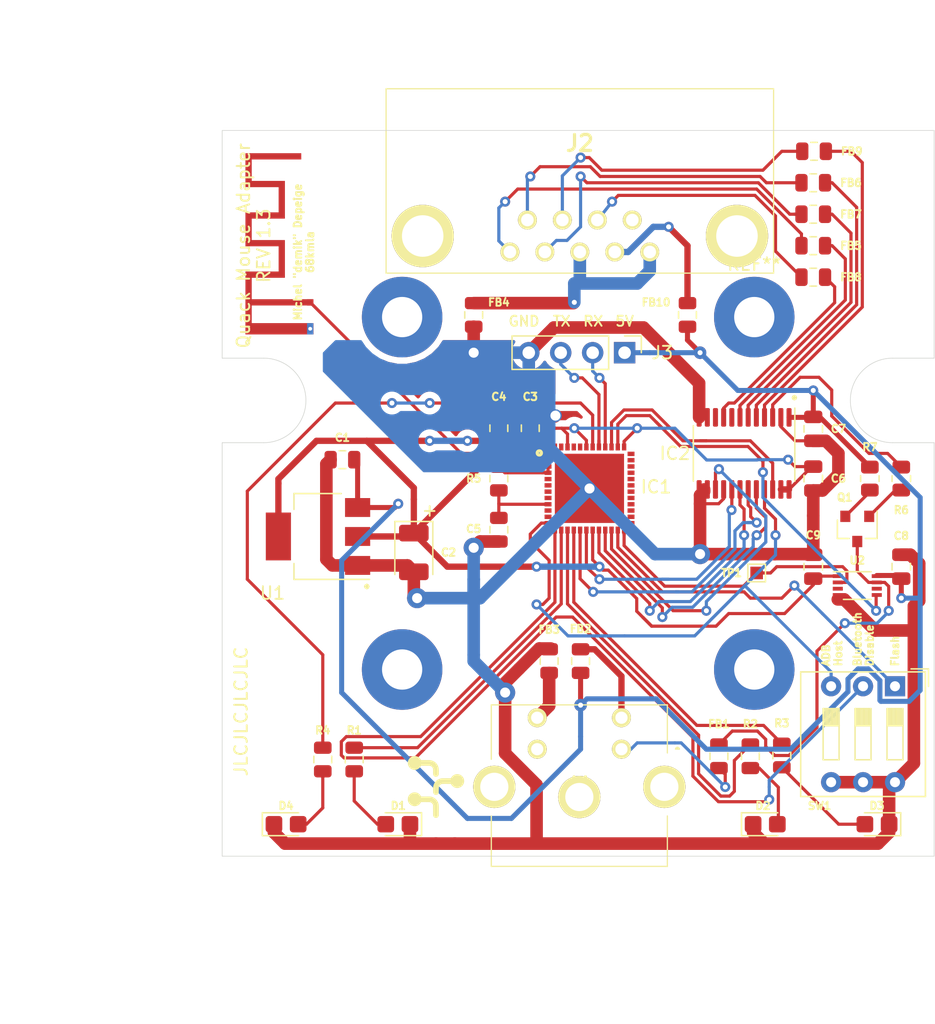
<source format=kicad_pcb>
(kicad_pcb (version 20171130) (host pcbnew "(5.1.8-0-10_14)")

  (general
    (thickness 1.6)
    (drawings 27)
    (tracks 592)
    (zones 0)
    (modules 46)
    (nets 46)
  )

  (page A4)
  (title_block
    (title "Quack Mouse Adapter")
    (date 2021-04-04)
    (rev 1.3)
    (company Lostwave)
    (comment 1 https://68kmla.org)
    (comment 2 https://github.com/demik/quack/tree/master/EDA)
  )

  (layers
    (0 F.Cu signal)
    (31 B.Cu signal)
    (33 F.Adhes user)
    (35 F.Paste user)
    (37 F.SilkS user)
    (38 B.Mask user)
    (39 F.Mask user)
    (40 Dwgs.User user)
    (41 Cmts.User user)
    (44 Edge.Cuts user)
    (45 Margin user)
    (46 B.CrtYd user)
    (47 F.CrtYd user)
    (49 F.Fab user)
  )

  (setup
    (last_trace_width 0.25)
    (trace_clearance 0.2)
    (zone_clearance 0.508)
    (zone_45_only no)
    (trace_min 0.2)
    (via_size 0.8)
    (via_drill 0.4)
    (via_min_size 0.4)
    (via_min_drill 0.3)
    (uvia_size 0.3)
    (uvia_drill 0.1)
    (uvias_allowed no)
    (uvia_min_size 0.2)
    (uvia_min_drill 0.1)
    (edge_width 0.05)
    (segment_width 0.2)
    (pcb_text_width 0.3)
    (pcb_text_size 1.5 1.5)
    (mod_edge_width 0.12)
    (mod_text_size 1 1)
    (mod_text_width 0.15)
    (pad_size 6.4 6.4)
    (pad_drill 3.2)
    (pad_to_mask_clearance 0.051)
    (solder_mask_min_width 0.25)
    (aux_axis_origin 0 0)
    (visible_elements FFFFFF7F)
    (pcbplotparams
      (layerselection 0x010e8_ffffffff)
      (usegerberextensions false)
      (usegerberattributes false)
      (usegerberadvancedattributes false)
      (creategerberjobfile false)
      (excludeedgelayer true)
      (linewidth 0.100000)
      (plotframeref false)
      (viasonmask false)
      (mode 1)
      (useauxorigin false)
      (hpglpennumber 1)
      (hpglpenspeed 20)
      (hpglpendiameter 15.000000)
      (psnegative false)
      (psa4output false)
      (plotreference true)
      (plotvalue true)
      (plotinvisibletext false)
      (padsonsilk false)
      (subtractmaskfromsilk false)
      (outputformat 1)
      (mirror false)
      (drillshape 0)
      (scaleselection 1)
      (outputdirectory "./"))
  )

  (net 0 "")
  (net 1 GND)
  (net 2 +5V)
  (net 3 +3V3)
  (net 4 "Net-(D1-Pad2)")
  (net 5 "Net-(D2-Pad2)")
  (net 6 "Net-(D3-Pad2)")
  (net 7 "Net-(D4-Pad2)")
  (net 8 "Net-(IC1-Pad14)")
  (net 9 "Net-(IC1-Pad15)")
  (net 10 "Net-(IC1-Pad16)")
  (net 11 "Net-(IC1-Pad42)")
  (net 12 U0RXD)
  (net 13 U0TXD)
  (net 14 /quack_connectors/QY2_5V)
  (net 15 /quack_connectors/CLICK_5V)
  (net 16 /quack_connectors/QY1_5V)
  (net 17 /quack_connectors/QX1_5V)
  (net 18 /quack_connectors/QX2_5V)
  (net 19 QY1_3V)
  (net 20 QX1_3V)
  (net 21 QX2_3V)
  (net 22 QY2_3V)
  (net 23 CLICK_3V)
  (net 24 ADB)
  (net 25 "Net-(C5-Pad1)")
  (net 26 "Net-(FB1-Pad1)")
  (net 27 "Net-(FB1-Pad2)")
  (net 28 "Net-(FB2-Pad2)")
  (net 29 "Net-(FB3-Pad2)")
  (net 30 "Net-(FB4-Pad2)")
  (net 31 "Net-(FB5-Pad1)")
  (net 32 "Net-(FB6-Pad1)")
  (net 33 "Net-(FB7-Pad1)")
  (net 34 "Net-(FB8-Pad1)")
  (net 35 "Net-(FB9-Pad1)")
  (net 36 "Net-(FB10-Pad1)")
  (net 37 "Net-(ANT1-Pad1)")
  (net 38 ~OE)
  (net 39 DIR)
  (net 40 ~ADBHOST)
  (net 41 ~FLASH)
  (net 42 ~BTDIS)
  (net 43 /quack_connectors/~ADBPULL)
  (net 44 "Net-(Q1-Pad2)")
  (net 45 "Net-(Q1-Pad1)")

  (net_class Default "Ceci est la Netclass par défaut."
    (clearance 0.2)
    (trace_width 0.25)
    (via_dia 0.8)
    (via_drill 0.4)
    (uvia_dia 0.3)
    (uvia_drill 0.1)
    (add_net +3V3)
    (add_net /quack_connectors/CLICK_5V)
    (add_net /quack_connectors/QX1_5V)
    (add_net /quack_connectors/QX2_5V)
    (add_net /quack_connectors/QY1_5V)
    (add_net /quack_connectors/QY2_5V)
    (add_net /quack_connectors/~ADBPULL)
    (add_net ADB)
    (add_net CLICK_3V)
    (add_net DIR)
    (add_net "Net-(ANT1-Pad1)")
    (add_net "Net-(C5-Pad1)")
    (add_net "Net-(D1-Pad2)")
    (add_net "Net-(D2-Pad2)")
    (add_net "Net-(D3-Pad2)")
    (add_net "Net-(D4-Pad2)")
    (add_net "Net-(FB1-Pad1)")
    (add_net "Net-(FB1-Pad2)")
    (add_net "Net-(FB10-Pad1)")
    (add_net "Net-(FB2-Pad2)")
    (add_net "Net-(FB3-Pad2)")
    (add_net "Net-(FB4-Pad2)")
    (add_net "Net-(FB5-Pad1)")
    (add_net "Net-(FB6-Pad1)")
    (add_net "Net-(FB7-Pad1)")
    (add_net "Net-(FB8-Pad1)")
    (add_net "Net-(FB9-Pad1)")
    (add_net "Net-(IC1-Pad14)")
    (add_net "Net-(IC1-Pad15)")
    (add_net "Net-(IC1-Pad16)")
    (add_net "Net-(IC1-Pad42)")
    (add_net "Net-(Q1-Pad1)")
    (add_net "Net-(Q1-Pad2)")
    (add_net QX1_3V)
    (add_net QX2_3V)
    (add_net QY1_3V)
    (add_net QY2_3V)
    (add_net U0RXD)
    (add_net U0TXD)
    (add_net ~ADBHOST)
    (add_net ~BTDIS)
    (add_net ~FLASH)
    (add_net ~OE)
  )

  (net_class +V ""
    (clearance 0.2)
    (trace_width 0.4)
    (via_dia 0.8)
    (via_drill 0.4)
    (uvia_dia 0.3)
    (uvia_drill 0.1)
    (add_net +5V)
  )

  (net_class GND ""
    (clearance 0.2)
    (trace_width 1)
    (via_dia 1.6)
    (via_drill 0.8)
    (uvia_dia 0.3)
    (uvia_drill 0.1)
    (add_net GND)
  )

  (module ADB_logo_5mm:ADB_logo_5mm (layer F.Cu) (tedit 0) (tstamp 606A6347)
    (at 144 121.5)
    (fp_text reference G*** (at 0 0) (layer F.SilkS) hide
      (effects (font (size 1.524 1.524) (thickness 0.3)))
    )
    (fp_text value LOGO (at 0.75 0) (layer F.SilkS) hide
      (effects (font (size 1.524 1.524) (thickness 0.3)))
    )
    (fp_poly (pts (xy -1.669591 -2.453296) (xy -1.634726 -2.451804) (xy -1.603773 -2.4489) (xy -1.583267 -2.445512)
      (xy -1.517065 -2.427224) (xy -1.454393 -2.401396) (xy -1.394888 -2.367843) (xy -1.338182 -2.326381)
      (xy -1.326019 -2.316157) (xy -1.300067 -2.291127) (xy -1.273057 -2.260324) (xy -1.246686 -2.225977)
      (xy -1.222655 -2.190317) (xy -1.202664 -2.155575) (xy -1.200626 -2.151592) (xy -1.189424 -2.129367)
      (xy -0.855797 -2.129367) (xy -0.785136 -2.12933) (xy -0.722305 -2.129187) (xy -0.666667 -2.128893)
      (xy -0.617586 -2.128399) (xy -0.574425 -2.127659) (xy -0.536548 -2.126627) (xy -0.503317 -2.125256)
      (xy -0.474097 -2.123498) (xy -0.448251 -2.121307) (xy -0.425143 -2.118636) (xy -0.404135 -2.115439)
      (xy -0.384591 -2.111668) (xy -0.365875 -2.107277) (xy -0.34735 -2.102219) (xy -0.328379 -2.096447)
      (xy -0.308327 -2.089914) (xy -0.305247 -2.088886) (xy -0.230642 -2.059591) (xy -0.1605 -2.023337)
      (xy -0.095166 -1.980564) (xy -0.034989 -1.931714) (xy 0.019682 -1.877227) (xy 0.0685 -1.817544)
      (xy 0.111117 -1.753107) (xy 0.147186 -1.684355) (xy 0.176357 -1.61173) (xy 0.198283 -1.535673)
      (xy 0.212616 -1.456625) (xy 0.215735 -1.42875) (xy 0.216685 -1.41433) (xy 0.21756 -1.392629)
      (xy 0.21834 -1.364831) (xy 0.219 -1.332122) (xy 0.21952 -1.295686) (xy 0.219875 -1.256708)
      (xy 0.220045 -1.216374) (xy 0.220056 -1.20015) (xy 0.219979 -1.152894) (xy 0.219771 -1.113307)
      (xy 0.219409 -1.080589) (xy 0.218868 -1.053944) (xy 0.218125 -1.032574) (xy 0.217156 -1.01568)
      (xy 0.215938 -1.002465) (xy 0.214446 -0.992131) (xy 0.213737 -0.988484) (xy 0.201165 -0.948073)
      (xy 0.181889 -0.911896) (xy 0.156783 -0.880505) (xy 0.126719 -0.854455) (xy 0.092569 -0.834301)
      (xy 0.055208 -0.820596) (xy 0.015506 -0.813895) (xy -0.025662 -0.814752) (xy -0.052349 -0.819516)
      (xy -0.087549 -0.831921) (xy -0.121262 -0.851089) (xy -0.151723 -0.875622) (xy -0.177162 -0.904121)
      (xy -0.194162 -0.931715) (xy -0.199856 -0.943718) (xy -0.204649 -0.955154) (xy -0.208618 -0.966861)
      (xy -0.211841 -0.979676) (xy -0.214397 -0.994437) (xy -0.216363 -1.011982) (xy -0.217817 -1.033147)
      (xy -0.218838 -1.058772) (xy -0.219502 -1.089693) (xy -0.219889 -1.126748) (xy -0.220076 -1.170775)
      (xy -0.220133 -1.210733) (xy -0.22021 -1.260046) (xy -0.220407 -1.30176) (xy -0.220802 -1.336745)
      (xy -0.221471 -1.36587) (xy -0.22249 -1.390003) (xy -0.223934 -1.410013) (xy -0.225881 -1.426769)
      (xy -0.228406 -1.44114) (xy -0.231585 -1.453994) (xy -0.235494 -1.4662) (xy -0.24021 -1.478626)
      (xy -0.244524 -1.489093) (xy -0.268466 -1.535389) (xy -0.299149 -1.576828) (xy -0.336088 -1.612962)
      (xy -0.378797 -1.643344) (xy -0.42679 -1.667528) (xy -0.446617 -1.675107) (xy -0.480483 -1.686984)
      (xy -0.836084 -1.687889) (xy -1.191683 -1.688795) (xy -1.2065 -1.658377) (xy -1.220636 -1.632607)
      (xy -1.238837 -1.604133) (xy -1.258982 -1.576032) (xy -1.278945 -1.551377) (xy -1.285096 -1.544559)
      (xy -1.335916 -1.495596) (xy -1.389838 -1.454423) (xy -1.447282 -1.420798) (xy -1.508668 -1.39448)
      (xy -1.574417 -1.375227) (xy -1.583267 -1.373239) (xy -1.609706 -1.369046) (xy -1.641974 -1.366327)
      (xy -1.677561 -1.365084) (xy -1.713959 -1.36532) (xy -1.748657 -1.367038) (xy -1.779148 -1.37024)
      (xy -1.794934 -1.372993) (xy -1.861527 -1.390941) (xy -1.923035 -1.415447) (xy -1.980129 -1.446865)
      (xy -2.033485 -1.485546) (xy -2.06749 -1.515715) (xy -2.114142 -1.565938) (xy -2.153416 -1.620229)
      (xy -2.185177 -1.678266) (xy -2.209286 -1.73973) (xy -2.225609 -1.8043) (xy -2.234008 -1.871655)
      (xy -2.2352 -1.909234) (xy -2.231351 -1.978061) (xy -2.219769 -2.043486) (xy -2.200401 -2.105635)
      (xy -2.173193 -2.164635) (xy -2.138094 -2.220612) (xy -2.09505 -2.273695) (xy -2.074735 -2.295011)
      (xy -2.024168 -2.340374) (xy -1.970365 -2.378067) (xy -1.912727 -2.408418) (xy -1.850651 -2.431754)
      (xy -1.799167 -2.44521) (xy -1.773157 -2.449333) (xy -1.741257 -2.452057) (xy -1.705918 -2.45338)
      (xy -1.669591 -2.453296)) (layer F.SilkS) (width 0.01))
    (fp_poly (pts (xy 1.728693 -1.013101) (xy 1.762554 -1.010795) (xy 1.793324 -1.00645) (xy 1.823646 -0.999674)
      (xy 1.856161 -0.990073) (xy 1.862667 -0.987943) (xy 1.92358 -0.963357) (xy 1.981059 -0.931412)
      (xy 2.03442 -0.892754) (xy 2.082982 -0.848032) (xy 2.126064 -0.797891) (xy 2.162984 -0.742978)
      (xy 2.193059 -0.683942) (xy 2.199605 -0.668169) (xy 2.215744 -0.618564) (xy 2.227231 -0.564153)
      (xy 2.23382 -0.50736) (xy 2.235262 -0.45061) (xy 2.231311 -0.396327) (xy 2.22899 -0.380608)
      (xy 2.21382 -0.315039) (xy 2.190954 -0.252443) (xy 2.160825 -0.193416) (xy 2.123861 -0.13855)
      (xy 2.080495 -0.088441) (xy 2.031156 -0.043682) (xy 1.976275 -0.004869) (xy 1.942925 0.014237)
      (xy 1.895768 0.036731) (xy 1.849695 0.053445) (xy 1.802581 0.064885) (xy 1.752305 0.071553)
      (xy 1.696742 0.073954) (xy 1.691217 0.073979) (xy 1.640067 0.072605) (xy 1.594603 0.067963)
      (xy 1.552497 0.059509) (xy 1.511418 0.046699) (xy 1.469036 0.028992) (xy 1.442285 0.015928)
      (xy 1.384251 -0.018385) (xy 1.331016 -0.059456) (xy 1.283156 -0.106703) (xy 1.241251 -0.159542)
      (xy 1.205876 -0.217393) (xy 1.200556 -0.227681) (xy 1.189283 -0.250044) (xy 0.837 -0.248674)
      (xy 0.773741 -0.248417) (xy 0.718376 -0.248162) (xy 0.670332 -0.247895) (xy 0.629037 -0.247603)
      (xy 0.593917 -0.247271) (xy 0.5644 -0.246887) (xy 0.539914 -0.246438) (xy 0.519885 -0.245908)
      (xy 0.503741 -0.245286) (xy 0.490909 -0.244557) (xy 0.480816 -0.243708) (xy 0.47289 -0.242725)
      (xy 0.466558 -0.241595) (xy 0.461247 -0.240304) (xy 0.459317 -0.239751) (xy 0.410967 -0.221213)
      (xy 0.366143 -0.195748) (xy 0.325798 -0.164152) (xy 0.290886 -0.127225) (xy 0.26236 -0.085765)
      (xy 0.251974 -0.06608) (xy 0.245765 -0.053095) (xy 0.240505 -0.041519) (xy 0.236106 -0.030533)
      (xy 0.232482 -0.019318) (xy 0.229543 -0.007058) (xy 0.227204 0.007065) (xy 0.225376 0.023871)
      (xy 0.223971 0.044176) (xy 0.222903 0.068799) (xy 0.222083 0.098558) (xy 0.221423 0.134271)
      (xy 0.220837 0.176755) (xy 0.220237 0.226828) (xy 0.220191 0.230717) (xy 0.219609 0.279147)
      (xy 0.219075 0.31989) (xy 0.21855 0.353722) (xy 0.217997 0.381421) (xy 0.217378 0.403766)
      (xy 0.216654 0.421534) (xy 0.215788 0.435504) (xy 0.214742 0.446452) (xy 0.213477 0.455158)
      (xy 0.211956 0.462398) (xy 0.21014 0.468951) (xy 0.208269 0.474768) (xy 0.191205 0.513262)
      (xy 0.167657 0.54723) (xy 0.138569 0.575999) (xy 0.104884 0.598894) (xy 0.067548 0.615242)
      (xy 0.027504 0.624369) (xy -0.003753 0.626069) (xy -0.021412 0.625081) (xy -0.039192 0.623102)
      (xy -0.046328 0.621917) (xy -0.067476 0.615676) (xy -0.091698 0.605295) (xy -0.115838 0.592372)
      (xy -0.136742 0.578503) (xy -0.144312 0.572326) (xy -0.170329 0.544253) (xy -0.192466 0.510404)
      (xy -0.206611 0.479972) (xy -0.217835 0.45085) (xy -0.219289 0.256117) (xy -0.219606 0.200773)
      (xy -0.21964 0.152954) (xy -0.219344 0.111718) (xy -0.218672 0.076126) (xy -0.217578 0.045238)
      (xy -0.216014 0.018115) (xy -0.213936 -0.006185) (xy -0.211296 -0.028599) (xy -0.208048 -0.050069)
      (xy -0.204146 -0.071534) (xy -0.2028 -0.078317) (xy -0.183372 -0.153596) (xy -0.156338 -0.225874)
      (xy -0.122175 -0.294676) (xy -0.081359 -0.359527) (xy -0.034364 -0.419953) (xy 0.018333 -0.47548)
      (xy 0.076257 -0.525633) (xy 0.138931 -0.569937) (xy 0.205881 -0.607918) (xy 0.276631 -0.639102)
      (xy 0.350705 -0.663014) (xy 0.393404 -0.67304) (xy 0.408704 -0.675987) (xy 0.424272 -0.678577)
      (xy 0.440739 -0.680834) (xy 0.458732 -0.682779) (xy 0.47888 -0.684437) (xy 0.501813 -0.68583)
      (xy 0.528159 -0.68698) (xy 0.558547 -0.687911) (xy 0.593605 -0.688646) (xy 0.633963 -0.689207)
      (xy 0.680249 -0.689618) (xy 0.733092 -0.689901) (xy 0.793121 -0.69008) (xy 0.860965 -0.690177)
      (xy 0.8636 -0.690179) (xy 1.191683 -0.690459) (xy 1.203772 -0.715959) (xy 1.233035 -0.768165)
      (xy 1.269573 -0.817419) (xy 1.312472 -0.862921) (xy 1.36082 -0.90387) (xy 1.413702 -0.939466)
      (xy 1.470204 -0.968909) (xy 1.5113 -0.985386) (xy 1.544501 -0.996268) (xy 1.574776 -1.004123)
      (xy 1.604716 -1.009366) (xy 1.636911 -1.012409) (xy 1.673952 -1.013666) (xy 1.6891 -1.013761)
      (xy 1.728693 -1.013101)) (layer F.SilkS) (width 0.01))
    (fp_poly (pts (xy -1.624432 0.43541) (xy -1.56091 0.446329) (xy -1.500226 0.464856) (xy -1.441451 0.491268)
      (xy -1.386543 0.523918) (xy -1.340713 0.558717) (xy -1.297105 0.600151) (xy -1.257314 0.646415)
      (xy -1.222936 0.695701) (xy -1.202002 0.732891) (xy -1.189682 0.757297) (xy -0.822383 0.758973)
      (xy -0.756673 0.75927) (xy -0.698803 0.759547) (xy -0.648147 0.759838) (xy -0.604077 0.760179)
      (xy -0.565968 0.760605) (xy -0.533192 0.761151) (xy -0.505124 0.761852) (xy -0.481136 0.762742)
      (xy -0.460602 0.763858) (xy -0.442895 0.765234) (xy -0.427389 0.766904) (xy -0.413458 0.768905)
      (xy -0.400474 0.771271) (xy -0.387812 0.774037) (xy -0.374844 0.777238) (xy -0.360944 0.780909)
      (xy -0.345485 0.785086) (xy -0.3429 0.785783) (xy -0.269131 0.809967) (xy -0.198761 0.841602)
      (xy -0.132254 0.880199) (xy -0.070075 0.925267) (xy -0.01269 0.976317) (xy 0.039437 1.032857)
      (xy 0.085843 1.094399) (xy 0.126061 1.160451) (xy 0.159627 1.230524) (xy 0.186077 1.304127)
      (xy 0.200424 1.3589) (xy 0.203737 1.374291) (xy 0.20667 1.389266) (xy 0.209245 1.404411)
      (xy 0.211481 1.42031) (xy 0.213399 1.43755) (xy 0.21502 1.456715) (xy 0.216364 1.478389)
      (xy 0.217452 1.503159) (xy 0.218305 1.53161) (xy 0.218943 1.564325) (xy 0.219387 1.601891)
      (xy 0.219657 1.644893) (xy 0.219775 1.693915) (xy 0.21976 1.749544) (xy 0.219633 1.812363)
      (xy 0.219415 1.882958) (xy 0.219368 1.896533) (xy 0.218017 2.27965) (xy 0.20701 2.307923)
      (xy 0.186977 2.348937) (xy 0.161327 2.383728) (xy 0.130268 2.412103) (xy 0.094012 2.433872)
      (xy 0.052769 2.448843) (xy 0.052056 2.449029) (xy 0.024566 2.453642) (xy -0.006259 2.454751)
      (xy -0.036278 2.452365) (xy -0.053871 2.448818) (xy -0.0946 2.433641) (xy -0.130771 2.411481)
      (xy -0.161912 2.38277) (xy -0.187553 2.34794) (xy -0.206701 2.308772) (xy -0.218014 2.27965)
      (xy -0.220193 1.869017) (xy -0.222372 1.458383) (xy -0.232318 1.42875) (xy -0.253528 1.377496)
      (xy -0.280747 1.332202) (xy -0.313971 1.292875) (xy -0.353195 1.25952) (xy -0.398414 1.232143)
      (xy -0.41131 1.225933) (xy -0.422341 1.220863) (xy -0.432285 1.216416) (xy -0.44175 1.212547)
      (xy -0.451344 1.209213) (xy -0.461674 1.206372) (xy -0.473347 1.203979) (xy -0.486971 1.201991)
      (xy -0.503153 1.200365) (xy -0.522501 1.199058) (xy -0.545622 1.198025) (xy -0.573124 1.197224)
      (xy -0.605614 1.196611) (xy -0.6437 1.196142) (xy -0.687989 1.195775) (xy -0.739089 1.195466)
      (xy -0.797607 1.195172) (xy -0.845064 1.194943) (xy -1.188477 1.193266) (xy -1.203971 1.223763)
      (xy -1.23746 1.280588) (xy -1.27769 1.333053) (xy -1.32386 1.38043) (xy -1.375169 1.421991)
      (xy -1.430818 1.457009) (xy -1.490005 1.484755) (xy -1.491597 1.485378) (xy -1.538111 1.501571)
      (xy -1.582351 1.512616) (xy -1.627472 1.519099) (xy -1.676629 1.521605) (xy -1.686984 1.521681)
      (xy -1.726463 1.52099) (xy -1.760415 1.518549) (xy -1.791673 1.51395) (xy -1.823068 1.506787)
      (xy -1.8542 1.49768) (xy -1.915305 1.474037) (xy -1.973369 1.442948) (xy -2.027567 1.405118)
      (xy -2.077068 1.361254) (xy -2.121046 1.312061) (xy -2.158673 1.258246) (xy -2.179931 1.219926)
      (xy -2.19226 1.192159) (xy -2.204467 1.159177) (xy -2.215516 1.124182) (xy -2.22437 1.090377)
      (xy -2.228657 1.06942) (xy -2.232494 1.038635) (xy -2.234552 1.002619) (xy -2.234825 0.964424)
      (xy -2.233309 0.927096) (xy -2.23 0.893686) (xy -2.22892 0.886472) (xy -2.215437 0.827246)
      (xy -2.194584 0.768143) (xy -2.167238 0.711206) (xy -2.134274 0.658475) (xy -2.126399 0.6477)
      (xy -2.108899 0.626607) (xy -2.08654 0.602863) (xy -2.061492 0.578535) (xy -2.035926 0.555689)
      (xy -2.012011 0.536392) (xy -2.001772 0.529008) (xy -1.942859 0.493286) (xy -1.882265 0.465816)
      (xy -1.819645 0.446491) (xy -1.754652 0.4352) (xy -1.691721 0.431817) (xy -1.624432 0.43541)) (layer F.SilkS) (width 0.01))
  )

  (module MountingHole:MountingHole_3.2mm_M3_Pad (layer F.Cu) (tedit 56D1B4CB) (tstamp 6069FF79)
    (at 169.31 112.17)
    (descr "Mounting Hole 3.2mm, M3")
    (tags "mounting hole 3.2mm m3")
    (attr virtual)
    (fp_text reference REF** (at 0 -4.2) (layer F.SilkS) hide
      (effects (font (size 1 1) (thickness 0.15)))
    )
    (fp_text value MountingHole_3.2mm_M3_Pad (at 0 4.2) (layer F.Fab) hide
      (effects (font (size 1 1) (thickness 0.15)))
    )
    (fp_circle (center 0 0) (end 3.45 0) (layer F.CrtYd) (width 0.05))
    (fp_circle (center 0 0) (end 3.2 0) (layer Cmts.User) (width 0.15))
    (fp_text user %R (at 0.3 0) (layer F.Fab)
      (effects (font (size 1 1) (thickness 0.15)))
    )
    (pad 1 thru_hole circle (at 0 0) (size 6.4 6.4) (drill 3.2) (layers *.Cu *.Mask))
  )

  (module MountingHole:MountingHole_3.2mm_M3_Pad (layer F.Cu) (tedit 56D1B4CB) (tstamp 6069BFAB)
    (at 141.31 112.17)
    (descr "Mounting Hole 3.2mm, M3")
    (tags "mounting hole 3.2mm m3")
    (attr virtual)
    (fp_text reference REF** (at 0 -4.2) (layer F.SilkS) hide
      (effects (font (size 1 1) (thickness 0.15)))
    )
    (fp_text value MountingHole_3.2mm_M3_Pad (at 0 4.2) (layer F.Fab) hide
      (effects (font (size 1 1) (thickness 0.15)))
    )
    (fp_circle (center 0 0) (end 3.2 0) (layer Cmts.User) (width 0.15))
    (fp_circle (center 0 0) (end 3.45 0) (layer F.CrtYd) (width 0.05))
    (fp_text user %R (at 0.3 0) (layer F.Fab)
      (effects (font (size 1 1) (thickness 0.15)))
    )
    (pad 1 thru_hole circle (at 0 0) (size 6.4 6.4) (drill 3.2) (layers *.Cu *.Mask))
  )

  (module MountingHole:MountingHole_3.2mm_M3_Pad (layer F.Cu) (tedit 56D1B4CB) (tstamp 6069BF4F)
    (at 169.31 84.17)
    (descr "Mounting Hole 3.2mm, M3")
    (tags "mounting hole 3.2mm m3")
    (attr virtual)
    (fp_text reference REF** (at 0 -4.2) (layer F.SilkS)
      (effects (font (size 1 1) (thickness 0.15)))
    )
    (fp_text value MountingHole_3.2mm_M3_Pad (at 0 4.2) (layer F.Fab)
      (effects (font (size 1 1) (thickness 0.15)))
    )
    (fp_circle (center 0 0) (end 3.2 0) (layer Cmts.User) (width 0.15))
    (fp_circle (center 0 0) (end 3.45 0) (layer F.CrtYd) (width 0.05))
    (fp_text user %R (at 0.3 0) (layer F.Fab)
      (effects (font (size 1 1) (thickness 0.15)))
    )
    (pad 1 thru_hole circle (at 0 0) (size 6.4 6.4) (drill 3.2) (layers *.Cu *.Mask))
  )

  (module MountingHole:MountingHole_3.2mm_M3_Pad (layer F.Cu) (tedit 6069B376) (tstamp 6069BE32)
    (at 141.31 84.17)
    (descr "Mounting Hole 3.2mm, M3")
    (tags "mounting hole 3.2mm m3")
    (attr virtual)
    (fp_text reference REF** (at 0 -4.2) (layer F.SilkS) hide
      (effects (font (size 1 1) (thickness 0.15)))
    )
    (fp_text value MountingHole_3.2mm_M3_Pad (at 0 4.2) (layer F.Fab) hide
      (effects (font (size 1 1) (thickness 0.15)))
    )
    (fp_circle (center 0 0) (end 3.2 0) (layer Cmts.User) (width 0.15))
    (fp_circle (center 0 0) (end 3.45 0) (layer F.CrtYd) (width 0.05))
    (fp_text user %R (at 0.3 0) (layer F.Fab)
      (effects (font (size 1 1) (thickness 0.15)))
    )
    (pad 1 thru_hole circle (at 0 0) (size 6.4 6.4) (drill 3.2) (layers *.Cu *.Mask))
  )

  (module Button_Switch_THT:SW_DIP_SPSTx03_Slide_9.78x9.8mm_W7.62mm_P2.54mm (layer F.Cu) (tedit 5A4E1404) (tstamp 6069E126)
    (at 180.5 113.5 270)
    (descr "3x-dip-switch SPST , Slide, row spacing 7.62 mm (300 mils), body size 9.78x9.8mm (see e.g. https://www.ctscorp.com/wp-content/uploads/206-208.pdf)")
    (tags "DIP Switch SPST Slide 7.62mm 300mil")
    (path /5F5EA845/606BD53B)
    (fp_text reference SW1 (at 9.5 6 180) (layer F.SilkS)
      (effects (font (size 0.6 0.6) (thickness 0.15)))
    )
    (fp_text value SW_DIP_x03 (at 3.81 8.5 90) (layer F.Fab)
      (effects (font (size 1 1) (thickness 0.15)))
    )
    (fp_line (start 8.95 -2.7) (end -1.35 -2.7) (layer F.CrtYd) (width 0.05))
    (fp_line (start 8.95 7.75) (end 8.95 -2.7) (layer F.CrtYd) (width 0.05))
    (fp_line (start -1.35 7.75) (end 8.95 7.75) (layer F.CrtYd) (width 0.05))
    (fp_line (start -1.35 -2.7) (end -1.35 7.75) (layer F.CrtYd) (width 0.05))
    (fp_line (start 3.133333 4.445) (end 3.133333 5.715) (layer F.SilkS) (width 0.12))
    (fp_line (start 1.78 5.645) (end 3.133333 5.645) (layer F.SilkS) (width 0.12))
    (fp_line (start 1.78 5.525) (end 3.133333 5.525) (layer F.SilkS) (width 0.12))
    (fp_line (start 1.78 5.405) (end 3.133333 5.405) (layer F.SilkS) (width 0.12))
    (fp_line (start 1.78 5.285) (end 3.133333 5.285) (layer F.SilkS) (width 0.12))
    (fp_line (start 1.78 5.165) (end 3.133333 5.165) (layer F.SilkS) (width 0.12))
    (fp_line (start 1.78 5.045) (end 3.133333 5.045) (layer F.SilkS) (width 0.12))
    (fp_line (start 1.78 4.925) (end 3.133333 4.925) (layer F.SilkS) (width 0.12))
    (fp_line (start 1.78 4.805) (end 3.133333 4.805) (layer F.SilkS) (width 0.12))
    (fp_line (start 1.78 4.685) (end 3.133333 4.685) (layer F.SilkS) (width 0.12))
    (fp_line (start 1.78 4.565) (end 3.133333 4.565) (layer F.SilkS) (width 0.12))
    (fp_line (start 5.84 4.445) (end 1.78 4.445) (layer F.SilkS) (width 0.12))
    (fp_line (start 5.84 5.715) (end 5.84 4.445) (layer F.SilkS) (width 0.12))
    (fp_line (start 1.78 5.715) (end 5.84 5.715) (layer F.SilkS) (width 0.12))
    (fp_line (start 1.78 4.445) (end 1.78 5.715) (layer F.SilkS) (width 0.12))
    (fp_line (start 3.133333 1.905) (end 3.133333 3.175) (layer F.SilkS) (width 0.12))
    (fp_line (start 1.78 3.105) (end 3.133333 3.105) (layer F.SilkS) (width 0.12))
    (fp_line (start 1.78 2.985) (end 3.133333 2.985) (layer F.SilkS) (width 0.12))
    (fp_line (start 1.78 2.865) (end 3.133333 2.865) (layer F.SilkS) (width 0.12))
    (fp_line (start 1.78 2.745) (end 3.133333 2.745) (layer F.SilkS) (width 0.12))
    (fp_line (start 1.78 2.625) (end 3.133333 2.625) (layer F.SilkS) (width 0.12))
    (fp_line (start 1.78 2.505) (end 3.133333 2.505) (layer F.SilkS) (width 0.12))
    (fp_line (start 1.78 2.385) (end 3.133333 2.385) (layer F.SilkS) (width 0.12))
    (fp_line (start 1.78 2.265) (end 3.133333 2.265) (layer F.SilkS) (width 0.12))
    (fp_line (start 1.78 2.145) (end 3.133333 2.145) (layer F.SilkS) (width 0.12))
    (fp_line (start 1.78 2.025) (end 3.133333 2.025) (layer F.SilkS) (width 0.12))
    (fp_line (start 5.84 1.905) (end 1.78 1.905) (layer F.SilkS) (width 0.12))
    (fp_line (start 5.84 3.175) (end 5.84 1.905) (layer F.SilkS) (width 0.12))
    (fp_line (start 1.78 3.175) (end 5.84 3.175) (layer F.SilkS) (width 0.12))
    (fp_line (start 1.78 1.905) (end 1.78 3.175) (layer F.SilkS) (width 0.12))
    (fp_line (start 3.133333 -0.635) (end 3.133333 0.635) (layer F.SilkS) (width 0.12))
    (fp_line (start 1.78 0.565) (end 3.133333 0.565) (layer F.SilkS) (width 0.12))
    (fp_line (start 1.78 0.445) (end 3.133333 0.445) (layer F.SilkS) (width 0.12))
    (fp_line (start 1.78 0.325) (end 3.133333 0.325) (layer F.SilkS) (width 0.12))
    (fp_line (start 1.78 0.205) (end 3.133333 0.205) (layer F.SilkS) (width 0.12))
    (fp_line (start 1.78 0.085) (end 3.133333 0.085) (layer F.SilkS) (width 0.12))
    (fp_line (start 1.78 -0.035) (end 3.133333 -0.035) (layer F.SilkS) (width 0.12))
    (fp_line (start 1.78 -0.155) (end 3.133333 -0.155) (layer F.SilkS) (width 0.12))
    (fp_line (start 1.78 -0.275) (end 3.133333 -0.275) (layer F.SilkS) (width 0.12))
    (fp_line (start 1.78 -0.395) (end 3.133333 -0.395) (layer F.SilkS) (width 0.12))
    (fp_line (start 1.78 -0.515) (end 3.133333 -0.515) (layer F.SilkS) (width 0.12))
    (fp_line (start 5.84 -0.635) (end 1.78 -0.635) (layer F.SilkS) (width 0.12))
    (fp_line (start 5.84 0.635) (end 5.84 -0.635) (layer F.SilkS) (width 0.12))
    (fp_line (start 1.78 0.635) (end 5.84 0.635) (layer F.SilkS) (width 0.12))
    (fp_line (start 1.78 -0.635) (end 1.78 0.635) (layer F.SilkS) (width 0.12))
    (fp_line (start -1.38 -2.66) (end -1.38 -1.277) (layer F.SilkS) (width 0.12))
    (fp_line (start -1.38 -2.66) (end 0.004 -2.66) (layer F.SilkS) (width 0.12))
    (fp_line (start 8.76 -2.42) (end 8.76 7.5) (layer F.SilkS) (width 0.12))
    (fp_line (start -1.14 -2.42) (end -1.14 7.5) (layer F.SilkS) (width 0.12))
    (fp_line (start -1.14 7.5) (end 8.76 7.5) (layer F.SilkS) (width 0.12))
    (fp_line (start -1.14 -2.42) (end 8.76 -2.42) (layer F.SilkS) (width 0.12))
    (fp_line (start 3.133333 4.445) (end 3.133333 5.715) (layer F.Fab) (width 0.1))
    (fp_line (start 1.78 5.645) (end 3.133333 5.645) (layer F.Fab) (width 0.1))
    (fp_line (start 1.78 5.545) (end 3.133333 5.545) (layer F.Fab) (width 0.1))
    (fp_line (start 1.78 5.445) (end 3.133333 5.445) (layer F.Fab) (width 0.1))
    (fp_line (start 1.78 5.345) (end 3.133333 5.345) (layer F.Fab) (width 0.1))
    (fp_line (start 1.78 5.245) (end 3.133333 5.245) (layer F.Fab) (width 0.1))
    (fp_line (start 1.78 5.145) (end 3.133333 5.145) (layer F.Fab) (width 0.1))
    (fp_line (start 1.78 5.045) (end 3.133333 5.045) (layer F.Fab) (width 0.1))
    (fp_line (start 1.78 4.945) (end 3.133333 4.945) (layer F.Fab) (width 0.1))
    (fp_line (start 1.78 4.845) (end 3.133333 4.845) (layer F.Fab) (width 0.1))
    (fp_line (start 1.78 4.745) (end 3.133333 4.745) (layer F.Fab) (width 0.1))
    (fp_line (start 1.78 4.645) (end 3.133333 4.645) (layer F.Fab) (width 0.1))
    (fp_line (start 1.78 4.545) (end 3.133333 4.545) (layer F.Fab) (width 0.1))
    (fp_line (start 5.84 4.445) (end 1.78 4.445) (layer F.Fab) (width 0.1))
    (fp_line (start 5.84 5.715) (end 5.84 4.445) (layer F.Fab) (width 0.1))
    (fp_line (start 1.78 5.715) (end 5.84 5.715) (layer F.Fab) (width 0.1))
    (fp_line (start 1.78 4.445) (end 1.78 5.715) (layer F.Fab) (width 0.1))
    (fp_line (start 3.133333 1.905) (end 3.133333 3.175) (layer F.Fab) (width 0.1))
    (fp_line (start 1.78 3.105) (end 3.133333 3.105) (layer F.Fab) (width 0.1))
    (fp_line (start 1.78 3.005) (end 3.133333 3.005) (layer F.Fab) (width 0.1))
    (fp_line (start 1.78 2.905) (end 3.133333 2.905) (layer F.Fab) (width 0.1))
    (fp_line (start 1.78 2.805) (end 3.133333 2.805) (layer F.Fab) (width 0.1))
    (fp_line (start 1.78 2.705) (end 3.133333 2.705) (layer F.Fab) (width 0.1))
    (fp_line (start 1.78 2.605) (end 3.133333 2.605) (layer F.Fab) (width 0.1))
    (fp_line (start 1.78 2.505) (end 3.133333 2.505) (layer F.Fab) (width 0.1))
    (fp_line (start 1.78 2.405) (end 3.133333 2.405) (layer F.Fab) (width 0.1))
    (fp_line (start 1.78 2.305) (end 3.133333 2.305) (layer F.Fab) (width 0.1))
    (fp_line (start 1.78 2.205) (end 3.133333 2.205) (layer F.Fab) (width 0.1))
    (fp_line (start 1.78 2.105) (end 3.133333 2.105) (layer F.Fab) (width 0.1))
    (fp_line (start 1.78 2.005) (end 3.133333 2.005) (layer F.Fab) (width 0.1))
    (fp_line (start 5.84 1.905) (end 1.78 1.905) (layer F.Fab) (width 0.1))
    (fp_line (start 5.84 3.175) (end 5.84 1.905) (layer F.Fab) (width 0.1))
    (fp_line (start 1.78 3.175) (end 5.84 3.175) (layer F.Fab) (width 0.1))
    (fp_line (start 1.78 1.905) (end 1.78 3.175) (layer F.Fab) (width 0.1))
    (fp_line (start 3.133333 -0.635) (end 3.133333 0.635) (layer F.Fab) (width 0.1))
    (fp_line (start 1.78 0.565) (end 3.133333 0.565) (layer F.Fab) (width 0.1))
    (fp_line (start 1.78 0.465) (end 3.133333 0.465) (layer F.Fab) (width 0.1))
    (fp_line (start 1.78 0.365) (end 3.133333 0.365) (layer F.Fab) (width 0.1))
    (fp_line (start 1.78 0.265) (end 3.133333 0.265) (layer F.Fab) (width 0.1))
    (fp_line (start 1.78 0.165) (end 3.133333 0.165) (layer F.Fab) (width 0.1))
    (fp_line (start 1.78 0.065) (end 3.133333 0.065) (layer F.Fab) (width 0.1))
    (fp_line (start 1.78 -0.035) (end 3.133333 -0.035) (layer F.Fab) (width 0.1))
    (fp_line (start 1.78 -0.135) (end 3.133333 -0.135) (layer F.Fab) (width 0.1))
    (fp_line (start 1.78 -0.235) (end 3.133333 -0.235) (layer F.Fab) (width 0.1))
    (fp_line (start 1.78 -0.335) (end 3.133333 -0.335) (layer F.Fab) (width 0.1))
    (fp_line (start 1.78 -0.435) (end 3.133333 -0.435) (layer F.Fab) (width 0.1))
    (fp_line (start 1.78 -0.535) (end 3.133333 -0.535) (layer F.Fab) (width 0.1))
    (fp_line (start 5.84 -0.635) (end 1.78 -0.635) (layer F.Fab) (width 0.1))
    (fp_line (start 5.84 0.635) (end 5.84 -0.635) (layer F.Fab) (width 0.1))
    (fp_line (start 1.78 0.635) (end 5.84 0.635) (layer F.Fab) (width 0.1))
    (fp_line (start 1.78 -0.635) (end 1.78 0.635) (layer F.Fab) (width 0.1))
    (fp_line (start -1.08 -1.36) (end -0.08 -2.36) (layer F.Fab) (width 0.1))
    (fp_line (start -1.08 7.44) (end -1.08 -1.36) (layer F.Fab) (width 0.1))
    (fp_line (start 8.7 7.44) (end -1.08 7.44) (layer F.Fab) (width 0.1))
    (fp_line (start 8.7 -2.36) (end 8.7 7.44) (layer F.Fab) (width 0.1))
    (fp_line (start -0.08 -2.36) (end 8.7 -2.36) (layer F.Fab) (width 0.1))
    (fp_text user on (at 5.365 -1.4975 90) (layer F.Fab)
      (effects (font (size 0.8 0.8) (thickness 0.12)))
    )
    (fp_text user %R (at 7.27 2.54) (layer F.Fab)
      (effects (font (size 0.8 0.8) (thickness 0.12)))
    )
    (pad 6 thru_hole oval (at 7.62 0 270) (size 1.6 1.6) (drill 0.8) (layers *.Cu *.Mask)
      (net 1 GND))
    (pad 3 thru_hole oval (at 0 5.08 270) (size 1.6 1.6) (drill 0.8) (layers *.Cu *.Mask)
      (net 40 ~ADBHOST))
    (pad 5 thru_hole oval (at 7.62 2.54 270) (size 1.6 1.6) (drill 0.8) (layers *.Cu *.Mask)
      (net 1 GND))
    (pad 2 thru_hole oval (at 0 2.54 270) (size 1.6 1.6) (drill 0.8) (layers *.Cu *.Mask)
      (net 42 ~BTDIS))
    (pad 4 thru_hole oval (at 7.62 5.08 270) (size 1.6 1.6) (drill 0.8) (layers *.Cu *.Mask)
      (net 1 GND))
    (pad 1 thru_hole rect (at 0 0 270) (size 1.6 1.6) (drill 0.8) (layers *.Cu *.Mask)
      (net 41 ~FLASH))
    (model ${KISYS3DMOD}/Button_Switch_THT.3dshapes/SW_DIP_SPSTx03_Slide_9.78x9.8mm_W7.62mm_P2.54mm.wrl
      (at (xyz 0 0 0))
      (scale (xyz 1 1 1))
      (rotate (xyz 0 0 90))
    )
  )

  (module Resistor_SMD:R_0805_2012Metric (layer F.Cu) (tedit 5F68FEEE) (tstamp 6069C189)
    (at 178.5 97 90)
    (descr "Resistor SMD 0805 (2012 Metric), square (rectangular) end terminal, IPC_7351 nominal, (Body size source: IPC-SM-782 page 72, https://www.pcb-3d.com/wordpress/wp-content/uploads/ipc-sm-782a_amendment_1_and_2.pdf), generated with kicad-footprint-generator")
    (tags resistor)
    (path /5F5EA845/60731253)
    (attr smd)
    (fp_text reference R7 (at 2.5 0 180) (layer F.SilkS)
      (effects (font (size 0.6 0.6) (thickness 0.15)))
    )
    (fp_text value 470 (at 0 1.65 90) (layer F.Fab)
      (effects (font (size 1 1) (thickness 0.15)))
    )
    (fp_line (start 1.68 0.95) (end -1.68 0.95) (layer F.CrtYd) (width 0.05))
    (fp_line (start 1.68 -0.95) (end 1.68 0.95) (layer F.CrtYd) (width 0.05))
    (fp_line (start -1.68 -0.95) (end 1.68 -0.95) (layer F.CrtYd) (width 0.05))
    (fp_line (start -1.68 0.95) (end -1.68 -0.95) (layer F.CrtYd) (width 0.05))
    (fp_line (start -0.227064 0.735) (end 0.227064 0.735) (layer F.SilkS) (width 0.12))
    (fp_line (start -0.227064 -0.735) (end 0.227064 -0.735) (layer F.SilkS) (width 0.12))
    (fp_line (start 1 0.625) (end -1 0.625) (layer F.Fab) (width 0.1))
    (fp_line (start 1 -0.625) (end 1 0.625) (layer F.Fab) (width 0.1))
    (fp_line (start -1 -0.625) (end 1 -0.625) (layer F.Fab) (width 0.1))
    (fp_line (start -1 0.625) (end -1 -0.625) (layer F.Fab) (width 0.1))
    (fp_text user %R (at 0 0 90) (layer F.Fab)
      (effects (font (size 0.5 0.5) (thickness 0.08)))
    )
    (pad 2 smd roundrect (at 0.9125 0 90) (size 1.025 1.4) (layers F.Cu F.Paste F.Mask) (roundrect_rratio 0.243902)
      (net 2 +5V))
    (pad 1 smd roundrect (at -0.9125 0 90) (size 1.025 1.4) (layers F.Cu F.Paste F.Mask) (roundrect_rratio 0.243902)
      (net 44 "Net-(Q1-Pad2)"))
    (model ${KISYS3DMOD}/Resistor_SMD.3dshapes/R_0805_2012Metric.wrl
      (at (xyz 0 0 0))
      (scale (xyz 1 1 1))
      (rotate (xyz 0 0 0))
    )
  )

  (module Resistor_SMD:R_0805_2012Metric (layer F.Cu) (tedit 5F68FEEE) (tstamp 6069CE38)
    (at 181 97 90)
    (descr "Resistor SMD 0805 (2012 Metric), square (rectangular) end terminal, IPC_7351 nominal, (Body size source: IPC-SM-782 page 72, https://www.pcb-3d.com/wordpress/wp-content/uploads/ipc-sm-782a_amendment_1_and_2.pdf), generated with kicad-footprint-generator")
    (tags resistor)
    (path /5F5EA845/60730832)
    (attr smd)
    (fp_text reference R6 (at -2.5 0 180) (layer F.SilkS)
      (effects (font (size 0.6 0.6) (thickness 0.15)))
    )
    (fp_text value 470 (at 0 1.65 90) (layer F.Fab)
      (effects (font (size 1 1) (thickness 0.15)))
    )
    (fp_line (start 1.68 0.95) (end -1.68 0.95) (layer F.CrtYd) (width 0.05))
    (fp_line (start 1.68 -0.95) (end 1.68 0.95) (layer F.CrtYd) (width 0.05))
    (fp_line (start -1.68 -0.95) (end 1.68 -0.95) (layer F.CrtYd) (width 0.05))
    (fp_line (start -1.68 0.95) (end -1.68 -0.95) (layer F.CrtYd) (width 0.05))
    (fp_line (start -0.227064 0.735) (end 0.227064 0.735) (layer F.SilkS) (width 0.12))
    (fp_line (start -0.227064 -0.735) (end 0.227064 -0.735) (layer F.SilkS) (width 0.12))
    (fp_line (start 1 0.625) (end -1 0.625) (layer F.Fab) (width 0.1))
    (fp_line (start 1 -0.625) (end 1 0.625) (layer F.Fab) (width 0.1))
    (fp_line (start -1 -0.625) (end 1 -0.625) (layer F.Fab) (width 0.1))
    (fp_line (start -1 0.625) (end -1 -0.625) (layer F.Fab) (width 0.1))
    (fp_text user %R (at 0 0 90) (layer F.Fab)
      (effects (font (size 0.5 0.5) (thickness 0.08)))
    )
    (pad 2 smd roundrect (at 0.9125 0 90) (size 1.025 1.4) (layers F.Cu F.Paste F.Mask) (roundrect_rratio 0.243902)
      (net 43 /quack_connectors/~ADBPULL))
    (pad 1 smd roundrect (at -0.9125 0 90) (size 1.025 1.4) (layers F.Cu F.Paste F.Mask) (roundrect_rratio 0.243902)
      (net 45 "Net-(Q1-Pad1)"))
    (model ${KISYS3DMOD}/Resistor_SMD.3dshapes/R_0805_2012Metric.wrl
      (at (xyz 0 0 0))
      (scale (xyz 1 1 1))
      (rotate (xyz 0 0 0))
    )
  )

  (module Package_TO_SOT_SMD:SOT-23 (layer F.Cu) (tedit 5A02FF57) (tstamp 6069CD87)
    (at 177.5 101 270)
    (descr "SOT-23, Standard")
    (tags SOT-23)
    (path /5F5EA845/6070F656)
    (attr smd)
    (fp_text reference Q1 (at -2.5 1 180) (layer F.SilkS)
      (effects (font (size 0.6 0.6) (thickness 0.15)))
    )
    (fp_text value LBSS84LT1G (at 0 2.5 90) (layer F.Fab)
      (effects (font (size 1 1) (thickness 0.15)))
    )
    (fp_line (start 0.76 1.58) (end -0.7 1.58) (layer F.SilkS) (width 0.12))
    (fp_line (start 0.76 -1.58) (end -1.4 -1.58) (layer F.SilkS) (width 0.12))
    (fp_line (start -1.7 1.75) (end -1.7 -1.75) (layer F.CrtYd) (width 0.05))
    (fp_line (start 1.7 1.75) (end -1.7 1.75) (layer F.CrtYd) (width 0.05))
    (fp_line (start 1.7 -1.75) (end 1.7 1.75) (layer F.CrtYd) (width 0.05))
    (fp_line (start -1.7 -1.75) (end 1.7 -1.75) (layer F.CrtYd) (width 0.05))
    (fp_line (start 0.76 -1.58) (end 0.76 -0.65) (layer F.SilkS) (width 0.12))
    (fp_line (start 0.76 1.58) (end 0.76 0.65) (layer F.SilkS) (width 0.12))
    (fp_line (start -0.7 1.52) (end 0.7 1.52) (layer F.Fab) (width 0.1))
    (fp_line (start 0.7 -1.52) (end 0.7 1.52) (layer F.Fab) (width 0.1))
    (fp_line (start -0.7 -0.95) (end -0.15 -1.52) (layer F.Fab) (width 0.1))
    (fp_line (start -0.15 -1.52) (end 0.7 -1.52) (layer F.Fab) (width 0.1))
    (fp_line (start -0.7 -0.95) (end -0.7 1.5) (layer F.Fab) (width 0.1))
    (fp_text user %R (at 0 0) (layer F.Fab)
      (effects (font (size 0.5 0.5) (thickness 0.075)))
    )
    (pad 3 smd rect (at 1 0 270) (size 0.9 0.8) (layers F.Cu F.Paste F.Mask)
      (net 27 "Net-(FB1-Pad2)"))
    (pad 2 smd rect (at -1 0.95 270) (size 0.9 0.8) (layers F.Cu F.Paste F.Mask)
      (net 44 "Net-(Q1-Pad2)"))
    (pad 1 smd rect (at -1 -0.95 270) (size 0.9 0.8) (layers F.Cu F.Paste F.Mask)
      (net 45 "Net-(Q1-Pad1)"))
    (model ${KISYS3DMOD}/Package_TO_SOT_SMD.3dshapes/SOT-23.wrl
      (at (xyz 0 0 0))
      (scale (xyz 1 1 1))
      (rotate (xyz 0 0 0))
    )
  )

  (module Package_SO:TSSOP-24_4.4x7.8mm_P0.65mm (layer F.Cu) (tedit 5E476F32) (tstamp 6068A48A)
    (at 168.5 95 270)
    (descr "TSSOP, 24 Pin (JEDEC MO-153 Var AD https://www.jedec.org/document_search?search_api_views_fulltext=MO-153), generated with kicad-footprint-generator ipc_gullwing_generator.py")
    (tags "TSSOP SO")
    (path /5F5EA845/606C38B8)
    (attr smd)
    (fp_text reference IC2 (at 0 5.5 180) (layer F.SilkS)
      (effects (font (size 1 1) (thickness 0.15)))
    )
    (fp_text value SN74LVC4245APWR (at 0 4.85 90) (layer F.Fab)
      (effects (font (size 1 1) (thickness 0.15)))
    )
    (fp_line (start 0 4.035) (end 2.2 4.035) (layer F.SilkS) (width 0.12))
    (fp_line (start 0 4.035) (end -2.2 4.035) (layer F.SilkS) (width 0.12))
    (fp_line (start 0 -4.035) (end 2.2 -4.035) (layer F.SilkS) (width 0.12))
    (fp_line (start 0 -4.035) (end -3.6 -4.035) (layer F.SilkS) (width 0.12))
    (fp_line (start -1.2 -3.9) (end 2.2 -3.9) (layer F.Fab) (width 0.1))
    (fp_line (start 2.2 -3.9) (end 2.2 3.9) (layer F.Fab) (width 0.1))
    (fp_line (start 2.2 3.9) (end -2.2 3.9) (layer F.Fab) (width 0.1))
    (fp_line (start -2.2 3.9) (end -2.2 -2.9) (layer F.Fab) (width 0.1))
    (fp_line (start -2.2 -2.9) (end -1.2 -3.9) (layer F.Fab) (width 0.1))
    (fp_line (start -3.85 -4.15) (end -3.85 4.15) (layer F.CrtYd) (width 0.05))
    (fp_line (start -3.85 4.15) (end 3.85 4.15) (layer F.CrtYd) (width 0.05))
    (fp_line (start 3.85 4.15) (end 3.85 -4.15) (layer F.CrtYd) (width 0.05))
    (fp_line (start 3.85 -4.15) (end -3.85 -4.15) (layer F.CrtYd) (width 0.05))
    (fp_text user %R (at 0 0 90) (layer F.Fab)
      (effects (font (size 1 1) (thickness 0.15)))
    )
    (pad 24 smd roundrect (at 2.8625 -3.575 270) (size 1.475 0.4) (layers F.Cu F.Paste F.Mask) (roundrect_rratio 0.25)
      (net 3 +3V3))
    (pad 23 smd roundrect (at 2.8625 -2.925 270) (size 1.475 0.4) (layers F.Cu F.Paste F.Mask) (roundrect_rratio 0.25)
      (net 3 +3V3))
    (pad 22 smd roundrect (at 2.8625 -2.275 270) (size 1.475 0.4) (layers F.Cu F.Paste F.Mask) (roundrect_rratio 0.25)
      (net 38 ~OE))
    (pad 21 smd roundrect (at 2.8625 -1.625 270) (size 1.475 0.4) (layers F.Cu F.Paste F.Mask) (roundrect_rratio 0.25)
      (net 40 ~ADBHOST))
    (pad 20 smd roundrect (at 2.8625 -0.975 270) (size 1.475 0.4) (layers F.Cu F.Paste F.Mask) (roundrect_rratio 0.25)
      (net 22 QY2_3V))
    (pad 19 smd roundrect (at 2.8625 -0.325 270) (size 1.475 0.4) (layers F.Cu F.Paste F.Mask) (roundrect_rratio 0.25)
      (net 19 QY1_3V))
    (pad 18 smd roundrect (at 2.8625 0.325 270) (size 1.475 0.4) (layers F.Cu F.Paste F.Mask) (roundrect_rratio 0.25)
      (net 21 QX2_3V))
    (pad 17 smd roundrect (at 2.8625 0.975 270) (size 1.475 0.4) (layers F.Cu F.Paste F.Mask) (roundrect_rratio 0.25)
      (net 20 QX1_3V))
    (pad 16 smd roundrect (at 2.8625 1.625 270) (size 1.475 0.4) (layers F.Cu F.Paste F.Mask) (roundrect_rratio 0.25)
      (net 1 GND))
    (pad 15 smd roundrect (at 2.8625 2.275 270) (size 1.475 0.4) (layers F.Cu F.Paste F.Mask) (roundrect_rratio 0.25)
      (net 23 CLICK_3V))
    (pad 14 smd roundrect (at 2.8625 2.925 270) (size 1.475 0.4) (layers F.Cu F.Paste F.Mask) (roundrect_rratio 0.25)
      (net 1 GND))
    (pad 13 smd roundrect (at 2.8625 3.575 270) (size 1.475 0.4) (layers F.Cu F.Paste F.Mask) (roundrect_rratio 0.25)
      (net 1 GND))
    (pad 12 smd roundrect (at -2.8625 3.575 270) (size 1.475 0.4) (layers F.Cu F.Paste F.Mask) (roundrect_rratio 0.25)
      (net 1 GND))
    (pad 11 smd roundrect (at -2.8625 2.925 270) (size 1.475 0.4) (layers F.Cu F.Paste F.Mask) (roundrect_rratio 0.25)
      (net 1 GND))
    (pad 10 smd roundrect (at -2.8625 2.275 270) (size 1.475 0.4) (layers F.Cu F.Paste F.Mask) (roundrect_rratio 0.25))
    (pad 9 smd roundrect (at -2.8625 1.625 270) (size 1.475 0.4) (layers F.Cu F.Paste F.Mask) (roundrect_rratio 0.25)
      (net 15 /quack_connectors/CLICK_5V))
    (pad 8 smd roundrect (at -2.8625 0.975 270) (size 1.475 0.4) (layers F.Cu F.Paste F.Mask) (roundrect_rratio 0.25))
    (pad 7 smd roundrect (at -2.8625 0.325 270) (size 1.475 0.4) (layers F.Cu F.Paste F.Mask) (roundrect_rratio 0.25)
      (net 17 /quack_connectors/QX1_5V))
    (pad 6 smd roundrect (at -2.8625 -0.325 270) (size 1.475 0.4) (layers F.Cu F.Paste F.Mask) (roundrect_rratio 0.25)
      (net 18 /quack_connectors/QX2_5V))
    (pad 5 smd roundrect (at -2.8625 -0.975 270) (size 1.475 0.4) (layers F.Cu F.Paste F.Mask) (roundrect_rratio 0.25)
      (net 16 /quack_connectors/QY1_5V))
    (pad 4 smd roundrect (at -2.8625 -1.625 270) (size 1.475 0.4) (layers F.Cu F.Paste F.Mask) (roundrect_rratio 0.25)
      (net 14 /quack_connectors/QY2_5V))
    (pad 3 smd roundrect (at -2.8625 -2.275 270) (size 1.475 0.4) (layers F.Cu F.Paste F.Mask) (roundrect_rratio 0.25)
      (net 43 /quack_connectors/~ADBPULL))
    (pad 2 smd roundrect (at -2.8625 -2.925 270) (size 1.475 0.4) (layers F.Cu F.Paste F.Mask) (roundrect_rratio 0.25)
      (net 1 GND))
    (pad 1 smd roundrect (at -2.8625 -3.575 270) (size 1.475 0.4) (layers F.Cu F.Paste F.Mask) (roundrect_rratio 0.25)
      (net 2 +5V))
    (model ${KISYS3DMOD}/Package_SO.3dshapes/TSSOP-24_4.4x7.8mm_P0.65mm.wrl
      (at (xyz 0 0 0))
      (scale (xyz 1 1 1))
      (rotate (xyz 0 0 0))
    )
  )

  (module TestPoint:TestPoint_Pad_1.0x1.0mm (layer F.Cu) (tedit 5A0F774F) (tstamp 6068C7F5)
    (at 169.5 104.5)
    (descr "SMD rectangular pad as test Point, square 1.0mm side length")
    (tags "test point SMD pad rectangle square")
    (path /5F5EA845/6075B7BC)
    (attr virtual)
    (fp_text reference TP1 (at -2 0) (layer F.SilkS)
      (effects (font (size 0.6 0.6) (thickness 0.15)))
    )
    (fp_text value "TestPoint ADB ESP32" (at 0 1.55) (layer F.Fab) hide
      (effects (font (size 1 1) (thickness 0.15)))
    )
    (fp_line (start 1 1) (end -1 1) (layer F.CrtYd) (width 0.05))
    (fp_line (start 1 1) (end 1 -1) (layer F.CrtYd) (width 0.05))
    (fp_line (start -1 -1) (end -1 1) (layer F.CrtYd) (width 0.05))
    (fp_line (start -1 -1) (end 1 -1) (layer F.CrtYd) (width 0.05))
    (fp_line (start -0.7 0.7) (end -0.7 -0.7) (layer F.SilkS) (width 0.12))
    (fp_line (start 0.7 0.7) (end -0.7 0.7) (layer F.SilkS) (width 0.12))
    (fp_line (start 0.7 -0.7) (end 0.7 0.7) (layer F.SilkS) (width 0.12))
    (fp_line (start -0.7 -0.7) (end 0.7 -0.7) (layer F.SilkS) (width 0.12))
    (fp_text user %R (at 0 -1.45) (layer F.Fab) hide
      (effects (font (size 1 1) (thickness 0.15)))
    )
    (pad 1 smd rect (at 0 0) (size 1 1) (layers F.Cu F.Mask)
      (net 24 ADB))
  )

  (module Capacitor_SMD:C_0805_2012Metric (layer F.Cu) (tedit 5F68FEEE) (tstamp 6068AB7D)
    (at 174 104 270)
    (descr "Capacitor SMD 0805 (2012 Metric), square (rectangular) end terminal, IPC_7351 nominal, (Body size source: IPC-SM-782 page 76, https://www.pcb-3d.com/wordpress/wp-content/uploads/ipc-sm-782a_amendment_1_and_2.pdf, https://docs.google.com/spreadsheets/d/1BsfQQcO9C6DZCsRaXUlFlo91Tg2WpOkGARC1WS5S8t0/edit?usp=sharing), generated with kicad-footprint-generator")
    (tags capacitor)
    (path /5F5EA845/6072461C)
    (attr smd)
    (fp_text reference C9 (at -2.5 0 180) (layer F.SilkS)
      (effects (font (size 0.6 0.6) (thickness 0.15)))
    )
    (fp_text value 100nF (at 0 1.68 90) (layer F.Fab)
      (effects (font (size 1 1) (thickness 0.15)))
    )
    (fp_line (start 1.7 0.98) (end -1.7 0.98) (layer F.CrtYd) (width 0.05))
    (fp_line (start 1.7 -0.98) (end 1.7 0.98) (layer F.CrtYd) (width 0.05))
    (fp_line (start -1.7 -0.98) (end 1.7 -0.98) (layer F.CrtYd) (width 0.05))
    (fp_line (start -1.7 0.98) (end -1.7 -0.98) (layer F.CrtYd) (width 0.05))
    (fp_line (start -0.261252 0.735) (end 0.261252 0.735) (layer F.SilkS) (width 0.12))
    (fp_line (start -0.261252 -0.735) (end 0.261252 -0.735) (layer F.SilkS) (width 0.12))
    (fp_line (start 1 0.625) (end -1 0.625) (layer F.Fab) (width 0.1))
    (fp_line (start 1 -0.625) (end 1 0.625) (layer F.Fab) (width 0.1))
    (fp_line (start -1 -0.625) (end 1 -0.625) (layer F.Fab) (width 0.1))
    (fp_line (start -1 0.625) (end -1 -0.625) (layer F.Fab) (width 0.1))
    (fp_text user %R (at 0 0 90) (layer F.Fab)
      (effects (font (size 0.5 0.5) (thickness 0.08)))
    )
    (pad 2 smd roundrect (at 0.95 0 270) (size 1 1.45) (layers F.Cu F.Paste F.Mask) (roundrect_rratio 0.25)
      (net 3 +3V3))
    (pad 1 smd roundrect (at -0.95 0 270) (size 1 1.45) (layers F.Cu F.Paste F.Mask) (roundrect_rratio 0.25)
      (net 1 GND))
    (model ${KISYS3DMOD}/Capacitor_SMD.3dshapes/C_0805_2012Metric.wrl
      (at (xyz 0 0 0))
      (scale (xyz 1 1 1))
      (rotate (xyz 0 0 0))
    )
  )

  (module Capacitor_SMD:C_0805_2012Metric (layer F.Cu) (tedit 5F68FEEE) (tstamp 606937EB)
    (at 181 104 90)
    (descr "Capacitor SMD 0805 (2012 Metric), square (rectangular) end terminal, IPC_7351 nominal, (Body size source: IPC-SM-782 page 76, https://www.pcb-3d.com/wordpress/wp-content/uploads/ipc-sm-782a_amendment_1_and_2.pdf, https://docs.google.com/spreadsheets/d/1BsfQQcO9C6DZCsRaXUlFlo91Tg2WpOkGARC1WS5S8t0/edit?usp=sharing), generated with kicad-footprint-generator")
    (tags capacitor)
    (path /5F5EA845/60720746)
    (attr smd)
    (fp_text reference C8 (at 2.45 0 180) (layer F.SilkS)
      (effects (font (size 0.6 0.6) (thickness 0.15)))
    )
    (fp_text value 100nF (at 0 1.68 90) (layer F.Fab)
      (effects (font (size 1 1) (thickness 0.15)))
    )
    (fp_line (start 1.7 0.98) (end -1.7 0.98) (layer F.CrtYd) (width 0.05))
    (fp_line (start 1.7 -0.98) (end 1.7 0.98) (layer F.CrtYd) (width 0.05))
    (fp_line (start -1.7 -0.98) (end 1.7 -0.98) (layer F.CrtYd) (width 0.05))
    (fp_line (start -1.7 0.98) (end -1.7 -0.98) (layer F.CrtYd) (width 0.05))
    (fp_line (start -0.261252 0.735) (end 0.261252 0.735) (layer F.SilkS) (width 0.12))
    (fp_line (start -0.261252 -0.735) (end 0.261252 -0.735) (layer F.SilkS) (width 0.12))
    (fp_line (start 1 0.625) (end -1 0.625) (layer F.Fab) (width 0.1))
    (fp_line (start 1 -0.625) (end 1 0.625) (layer F.Fab) (width 0.1))
    (fp_line (start -1 -0.625) (end 1 -0.625) (layer F.Fab) (width 0.1))
    (fp_line (start -1 0.625) (end -1 -0.625) (layer F.Fab) (width 0.1))
    (fp_text user %R (at 0 0 90) (layer F.Fab)
      (effects (font (size 0.5 0.5) (thickness 0.08)))
    )
    (pad 2 smd roundrect (at 0.95 0 90) (size 1 1.45) (layers F.Cu F.Paste F.Mask) (roundrect_rratio 0.25)
      (net 1 GND))
    (pad 1 smd roundrect (at -0.95 0 90) (size 1 1.45) (layers F.Cu F.Paste F.Mask) (roundrect_rratio 0.25)
      (net 2 +5V))
    (model ${KISYS3DMOD}/Capacitor_SMD.3dshapes/C_0805_2012Metric.wrl
      (at (xyz 0 0 0))
      (scale (xyz 1 1 1))
      (rotate (xyz 0 0 0))
    )
  )

  (module Capacitor_SMD:C_0805_2012Metric (layer F.Cu) (tedit 5F68FEEE) (tstamp 6068AB5B)
    (at 174 93.05 90)
    (descr "Capacitor SMD 0805 (2012 Metric), square (rectangular) end terminal, IPC_7351 nominal, (Body size source: IPC-SM-782 page 76, https://www.pcb-3d.com/wordpress/wp-content/uploads/ipc-sm-782a_amendment_1_and_2.pdf, https://docs.google.com/spreadsheets/d/1BsfQQcO9C6DZCsRaXUlFlo91Tg2WpOkGARC1WS5S8t0/edit?usp=sharing), generated with kicad-footprint-generator")
    (tags capacitor)
    (path /5F5EA845/606B3077)
    (attr smd)
    (fp_text reference C7 (at 0 2 180) (layer F.SilkS)
      (effects (font (size 0.6 0.6) (thickness 0.15)))
    )
    (fp_text value 100nF (at 0 1.68 90) (layer F.Fab)
      (effects (font (size 1 1) (thickness 0.15)))
    )
    (fp_line (start 1.7 0.98) (end -1.7 0.98) (layer F.CrtYd) (width 0.05))
    (fp_line (start 1.7 -0.98) (end 1.7 0.98) (layer F.CrtYd) (width 0.05))
    (fp_line (start -1.7 -0.98) (end 1.7 -0.98) (layer F.CrtYd) (width 0.05))
    (fp_line (start -1.7 0.98) (end -1.7 -0.98) (layer F.CrtYd) (width 0.05))
    (fp_line (start -0.261252 0.735) (end 0.261252 0.735) (layer F.SilkS) (width 0.12))
    (fp_line (start -0.261252 -0.735) (end 0.261252 -0.735) (layer F.SilkS) (width 0.12))
    (fp_line (start 1 0.625) (end -1 0.625) (layer F.Fab) (width 0.1))
    (fp_line (start 1 -0.625) (end 1 0.625) (layer F.Fab) (width 0.1))
    (fp_line (start -1 -0.625) (end 1 -0.625) (layer F.Fab) (width 0.1))
    (fp_line (start -1 0.625) (end -1 -0.625) (layer F.Fab) (width 0.1))
    (fp_text user %R (at 0 0 90) (layer F.Fab)
      (effects (font (size 0.5 0.5) (thickness 0.08)))
    )
    (pad 2 smd roundrect (at 0.95 0 90) (size 1 1.45) (layers F.Cu F.Paste F.Mask) (roundrect_rratio 0.25)
      (net 2 +5V))
    (pad 1 smd roundrect (at -0.95 0 90) (size 1 1.45) (layers F.Cu F.Paste F.Mask) (roundrect_rratio 0.25)
      (net 1 GND))
    (model ${KISYS3DMOD}/Capacitor_SMD.3dshapes/C_0805_2012Metric.wrl
      (at (xyz 0 0 0))
      (scale (xyz 1 1 1))
      (rotate (xyz 0 0 0))
    )
  )

  (module Capacitor_SMD:C_0805_2012Metric (layer F.Cu) (tedit 5F68FEEE) (tstamp 6068AB4A)
    (at 174 97 270)
    (descr "Capacitor SMD 0805 (2012 Metric), square (rectangular) end terminal, IPC_7351 nominal, (Body size source: IPC-SM-782 page 76, https://www.pcb-3d.com/wordpress/wp-content/uploads/ipc-sm-782a_amendment_1_and_2.pdf, https://docs.google.com/spreadsheets/d/1BsfQQcO9C6DZCsRaXUlFlo91Tg2WpOkGARC1WS5S8t0/edit?usp=sharing), generated with kicad-footprint-generator")
    (tags capacitor)
    (path /5F5EA845/606B1EA2)
    (attr smd)
    (fp_text reference C6 (at 0 -2 180) (layer F.SilkS)
      (effects (font (size 0.6 0.6) (thickness 0.15)))
    )
    (fp_text value 100nF (at 0 1.68 90) (layer F.Fab)
      (effects (font (size 1 1) (thickness 0.15)))
    )
    (fp_line (start 1.7 0.98) (end -1.7 0.98) (layer F.CrtYd) (width 0.05))
    (fp_line (start 1.7 -0.98) (end 1.7 0.98) (layer F.CrtYd) (width 0.05))
    (fp_line (start -1.7 -0.98) (end 1.7 -0.98) (layer F.CrtYd) (width 0.05))
    (fp_line (start -1.7 0.98) (end -1.7 -0.98) (layer F.CrtYd) (width 0.05))
    (fp_line (start -0.261252 0.735) (end 0.261252 0.735) (layer F.SilkS) (width 0.12))
    (fp_line (start -0.261252 -0.735) (end 0.261252 -0.735) (layer F.SilkS) (width 0.12))
    (fp_line (start 1 0.625) (end -1 0.625) (layer F.Fab) (width 0.1))
    (fp_line (start 1 -0.625) (end 1 0.625) (layer F.Fab) (width 0.1))
    (fp_line (start -1 -0.625) (end 1 -0.625) (layer F.Fab) (width 0.1))
    (fp_line (start -1 0.625) (end -1 -0.625) (layer F.Fab) (width 0.1))
    (fp_text user %R (at 0 0 90) (layer F.Fab)
      (effects (font (size 0.5 0.5) (thickness 0.08)))
    )
    (pad 2 smd roundrect (at 0.95 0 270) (size 1 1.45) (layers F.Cu F.Paste F.Mask) (roundrect_rratio 0.25)
      (net 1 GND))
    (pad 1 smd roundrect (at -0.95 0 270) (size 1 1.45) (layers F.Cu F.Paste F.Mask) (roundrect_rratio 0.25)
      (net 3 +3V3))
    (model ${KISYS3DMOD}/Capacitor_SMD.3dshapes/C_0805_2012Metric.wrl
      (at (xyz 0 0 0))
      (scale (xyz 1 1 1))
      (rotate (xyz 0 0 0))
    )
  )

  (module Quack_MDIN4:57491811 (layer F.Cu) (tedit 5F5E633E) (tstamp 5FECCD65)
    (at 158.75 118.5)
    (descr 5749181-1-2)
    (tags Connector)
    (path /5F5EA845/5F5EB6CA)
    (fp_text reference J1 (at -3.35 2.895) (layer F.SilkS)
      (effects (font (size 1.27 1.27) (thickness 0.254)))
    )
    (fp_text value DIN-4 (at -3.35 2.895) (layer F.SilkS) hide
      (effects (font (size 1.27 1.27) (thickness 0.254)))
    )
    (fp_line (start -10.35 9.31) (end 3.65 9.31) (layer Dwgs.User) (width 0.2))
    (fp_line (start 3.65 9.31) (end 3.65 -3.52) (layer Dwgs.User) (width 0.2))
    (fp_line (start 3.65 -3.52) (end -10.35 -3.52) (layer Dwgs.User) (width 0.2))
    (fp_line (start -10.35 -3.52) (end -10.35 9.31) (layer Dwgs.User) (width 0.2))
    (fp_line (start -12.788 10.31) (end 6.088 10.31) (layer Dwgs.User) (width 0.1))
    (fp_line (start 6.088 10.31) (end 6.088 -4.52) (layer Dwgs.User) (width 0.1))
    (fp_line (start 6.088 -4.52) (end -12.788 -4.52) (layer Dwgs.User) (width 0.1))
    (fp_line (start -12.788 -4.52) (end -12.788 10.31) (layer Dwgs.User) (width 0.1))
    (fp_line (start -10.35 5.3) (end -10.35 9.31) (layer F.SilkS) (width 0.1))
    (fp_line (start -10.35 9.31) (end 3.65 9.31) (layer F.SilkS) (width 0.1))
    (fp_line (start 3.65 9.31) (end 3.65 5.3) (layer F.SilkS) (width 0.1))
    (fp_line (start -10.35 0.8) (end -10.35 -3.52) (layer F.SilkS) (width 0.1))
    (fp_line (start -10.35 -3.52) (end 3.65 -3.52) (layer F.SilkS) (width 0.1))
    (fp_line (start 3.65 -3.52) (end 3.65 0.3) (layer F.SilkS) (width 0.1))
    (fp_line (start 4.5 0) (end 4.5 0) (layer F.SilkS) (width 0.1))
    (fp_line (start 4.6 0) (end 4.6 0) (layer F.SilkS) (width 0.1))
    (fp_arc (start 4.45 0) (end 4.6 0) (angle -180) (layer F.SilkS) (width 0.1))
    (fp_arc (start 4.45 0) (end 4.5 0) (angle -180) (layer F.SilkS) (width 0.1))
    (pad MH3 thru_hole circle (at 3.41 2.99 90) (size 3.356 3.356) (drill 2.237) (layers *.Cu *.Mask F.SilkS))
    (pad MH2 thru_hole circle (at -10.11 2.99 90) (size 3.356 3.356) (drill 2.237) (layers *.Cu *.Mask F.SilkS))
    (pad MH1 thru_hole circle (at -3.35 3.8 90) (size 3.356 3.356) (drill 2.237) (layers *.Cu *.Mask F.SilkS))
    (pad 4 thru_hole circle (at -6.7 -2.5 90) (size 1.509 1.509) (drill 0.97) (layers *.Cu *.Mask F.SilkS)
      (net 29 "Net-(FB3-Pad2)"))
    (pad 3 thru_hole circle (at 0 -2.5 90) (size 1.509 1.509) (drill 0.97) (layers *.Cu *.Mask F.SilkS)
      (net 28 "Net-(FB2-Pad2)"))
    (pad 2 thru_hole circle (at -6.7 0 90) (size 1.509 1.509) (drill 0.97) (layers *.Cu *.Mask F.SilkS))
    (pad 1 thru_hole circle (at 0 0 90) (size 1.509 1.509) (drill 0.97) (layers *.Cu *.Mask F.SilkS)
      (net 26 "Net-(FB1-Pad1)"))
  )

  (module ESP32-PICO-D4:ESP32-PICO-D4_1 (layer F.Cu) (tedit 5F5E529E) (tstamp 5F5EBCE9)
    (at 156.21 97.79)
    (descr ESP32-PICO-D4_1)
    (tags "Integrated Circuit")
    (path /5F5E5479)
    (clearance 0.14)
    (attr smd)
    (fp_text reference IC1 (at 5.29 -0.132) (layer F.SilkS)
      (effects (font (size 1 1) (thickness 0.15)))
    )
    (fp_text value ESP32-PICO-D4 (at -0.341 -0.132) (layer F.SilkS) hide
      (effects (font (size 1.27 1.27) (thickness 0.254)))
    )
    (fp_line (start -3.5 -3.5) (end 3.5 -3.5) (layer Dwgs.User) (width 0.2))
    (fp_line (start 3.5 -3.5) (end 3.5 3.5) (layer Dwgs.User) (width 0.2))
    (fp_line (start 3.5 3.5) (end -3.5 3.5) (layer Dwgs.User) (width 0.2))
    (fp_line (start -3.5 3.5) (end -3.5 -3.5) (layer Dwgs.User) (width 0.2))
    (fp_circle (center -3.991 -2.825) (end -4.02812 -2.825) (layer F.SilkS) (width 0.254))
    (pad 49 smd rect (at -0.006 -0.013 90) (size 5.5 5.5) (layers F.Cu F.Paste F.Mask)
      (net 1 GND))
    (pad 48 smd rect (at -2.75 -3.3) (size 0.35 0.55) (layers F.Cu F.Paste F.Mask))
    (pad 47 smd rect (at -2.25 -3.3) (size 0.35 0.55) (layers F.Cu F.Paste F.Mask))
    (pad 46 smd rect (at -1.75 -3.3) (size 0.35 0.55) (layers F.Cu F.Paste F.Mask)
      (net 3 +3V3))
    (pad 45 smd rect (at -1.25 -3.3) (size 0.35 0.55) (layers F.Cu F.Paste F.Mask))
    (pad 44 smd rect (at -0.75 -3.3) (size 0.35 0.55) (layers F.Cu F.Paste F.Mask))
    (pad 43 smd rect (at -0.25 -3.3) (size 0.35 0.55) (layers F.Cu F.Paste F.Mask)
      (net 3 +3V3))
    (pad 42 smd rect (at 0.25 -3.3) (size 0.35 0.55) (layers F.Cu F.Paste F.Mask)
      (net 11 "Net-(IC1-Pad42)"))
    (pad 41 smd rect (at 0.75 -3.3) (size 0.35 0.55) (layers F.Cu F.Paste F.Mask)
      (net 13 U0TXD))
    (pad 40 smd rect (at 1.25 -3.3) (size 0.35 0.55) (layers F.Cu F.Paste F.Mask)
      (net 12 U0RXD))
    (pad 39 smd rect (at 1.75 -3.3) (size 0.35 0.55) (layers F.Cu F.Paste F.Mask)
      (net 38 ~OE))
    (pad 38 smd rect (at 2.25 -3.3) (size 0.35 0.55) (layers F.Cu F.Paste F.Mask)
      (net 39 DIR))
    (pad 37 smd rect (at 2.75 -3.3) (size 0.35 0.55) (layers F.Cu F.Paste F.Mask)
      (net 3 +3V3))
    (pad 36 smd rect (at 3.3 -2.75 90) (size 0.35 0.55) (layers F.Cu F.Paste F.Mask))
    (pad 35 smd rect (at 3.3 -2.25 90) (size 0.35 0.55) (layers F.Cu F.Paste F.Mask))
    (pad 34 smd rect (at 3.3 -1.75 90) (size 0.35 0.55) (layers F.Cu F.Paste F.Mask))
    (pad 33 smd rect (at 3.3 -1.25 90) (size 0.35 0.55) (layers F.Cu F.Paste F.Mask))
    (pad 32 smd rect (at 3.3 -0.75 90) (size 0.35 0.55) (layers F.Cu F.Paste F.Mask))
    (pad 31 smd rect (at 3.3 -0.25 90) (size 0.35 0.55) (layers F.Cu F.Paste F.Mask))
    (pad 30 smd rect (at 3.3 0.25 90) (size 0.35 0.55) (layers F.Cu F.Paste F.Mask))
    (pad 29 smd rect (at 3.3 0.75 90) (size 0.35 0.55) (layers F.Cu F.Paste F.Mask))
    (pad 28 smd rect (at 3.3 1.25 90) (size 0.35 0.55) (layers F.Cu F.Paste F.Mask))
    (pad 27 smd rect (at 3.3 1.75 90) (size 0.35 0.55) (layers F.Cu F.Paste F.Mask))
    (pad 26 smd rect (at 3.3 2.25 90) (size 0.35 0.55) (layers F.Cu F.Paste F.Mask))
    (pad 25 smd rect (at 3.3 2.75 90) (size 0.35 0.55) (layers F.Cu F.Paste F.Mask))
    (pad 24 smd rect (at 2.75 3.3) (size 0.35 0.55) (layers F.Cu F.Paste F.Mask)
      (net 24 ADB))
    (pad 23 smd rect (at 2.25 3.3) (size 0.35 0.55) (layers F.Cu F.Paste F.Mask)
      (net 41 ~FLASH))
    (pad 22 smd rect (at 1.75 3.3) (size 0.35 0.55) (layers F.Cu F.Paste F.Mask)
      (net 23 CLICK_3V))
    (pad 21 smd rect (at 1.25 3.3) (size 0.35 0.55) (layers F.Cu F.Paste F.Mask)
      (net 22 QY2_3V))
    (pad 20 smd rect (at 0.75 3.3) (size 0.35 0.55) (layers F.Cu F.Paste F.Mask)
      (net 21 QX2_3V))
    (pad 19 smd rect (at 0.25 3.3) (size 0.35 0.55) (layers F.Cu F.Paste F.Mask)
      (net 3 +3V3))
    (pad 18 smd rect (at -0.25 3.3) (size 0.35 0.55) (layers F.Cu F.Paste F.Mask)
      (net 20 QX1_3V))
    (pad 17 smd rect (at -0.75 3.3) (size 0.35 0.55) (layers F.Cu F.Paste F.Mask)
      (net 19 QY1_3V))
    (pad 16 smd rect (at -1.25 3.3) (size 0.35 0.55) (layers F.Cu F.Paste F.Mask)
      (net 10 "Net-(IC1-Pad16)"))
    (pad 15 smd rect (at -1.75 3.3) (size 0.35 0.55) (layers F.Cu F.Paste F.Mask)
      (net 9 "Net-(IC1-Pad15)"))
    (pad 14 smd rect (at -2.25 3.3) (size 0.35 0.55) (layers F.Cu F.Paste F.Mask)
      (net 8 "Net-(IC1-Pad14)"))
    (pad 13 smd rect (at -2.75 3.3) (size 0.35 0.55) (layers F.Cu F.Paste F.Mask)
      (net 42 ~BTDIS))
    (pad 12 smd rect (at -3.3 2.75 90) (size 0.35 0.55) (layers F.Cu F.Paste F.Mask)
      (net 40 ~ADBHOST))
    (pad 11 smd rect (at -3.3 2.25 90) (size 0.35 0.55) (layers F.Cu F.Paste F.Mask))
    (pad 10 smd rect (at -3.3 1.75 90) (size 0.35 0.55) (layers F.Cu F.Paste F.Mask))
    (pad 9 smd rect (at -3.3 1.25 90) (size 0.35 0.55) (layers F.Cu F.Paste F.Mask)
      (net 25 "Net-(C5-Pad1)"))
    (pad 8 smd rect (at -3.3 0.75 90) (size 0.35 0.55) (layers F.Cu F.Paste F.Mask))
    (pad 7 smd rect (at -3.3 0.25 90) (size 0.35 0.55) (layers F.Cu F.Paste F.Mask))
    (pad 6 smd rect (at -3.3 -0.25 90) (size 0.35 0.55) (layers F.Cu F.Paste F.Mask))
    (pad 5 smd rect (at -3.3 -0.75 90) (size 0.35 0.55) (layers F.Cu F.Paste F.Mask))
    (pad 4 smd rect (at -3.3 -1.25 90) (size 0.35 0.55) (layers F.Cu F.Paste F.Mask)
      (net 3 +3V3))
    (pad 3 smd rect (at -3.3 -1.75 90) (size 0.35 0.55) (layers F.Cu F.Paste F.Mask)
      (net 3 +3V3))
    (pad 2 smd rect (at -3.3 -2.25 90) (size 0.35 0.55) (layers F.Cu F.Paste F.Mask)
      (net 37 "Net-(ANT1-Pad1)"))
    (pad 1 smd rect (at -3.3 -2.75 90) (size 0.35 0.55) (layers F.Cu F.Paste F.Mask)
      (net 3 +3V3))
    (model ${KIPRJMOD}/lib/LMH0387SL_NOPB.wrl
      (at (xyz 0 0 0))
      (scale (xyz 1 1 1))
      (rotate (xyz 0 0 0))
    )
    (model ${KIPRJMOD}/lib/LMH0387SL_NOPB.stp
      (at (xyz 0 0 0))
      (scale (xyz 1 1 1))
      (rotate (xyz 0 0 0))
    )
  )

  (module Capacitor_SMD:C_0805_2012Metric (layer F.Cu) (tedit 5B36C52B) (tstamp 5F5EC470)
    (at 136.5625 95.5 180)
    (descr "Capacitor SMD 0805 (2012 Metric), square (rectangular) end terminal, IPC_7351 nominal, (Body size source: https://docs.google.com/spreadsheets/d/1BsfQQcO9C6DZCsRaXUlFlo91Tg2WpOkGARC1WS5S8t0/edit?usp=sharing), generated with kicad-footprint-generator")
    (tags capacitor)
    (path /5F60FDC9)
    (attr smd)
    (fp_text reference C1 (at 0 1.75) (layer F.SilkS)
      (effects (font (size 0.6 0.6) (thickness 0.15)))
    )
    (fp_text value 10uF (at 0 1.65) (layer F.Fab)
      (effects (font (size 1 1) (thickness 0.15)))
    )
    (fp_line (start -1 0.6) (end -1 -0.6) (layer F.Fab) (width 0.1))
    (fp_line (start -1 -0.6) (end 1 -0.6) (layer F.Fab) (width 0.1))
    (fp_line (start 1 -0.6) (end 1 0.6) (layer F.Fab) (width 0.1))
    (fp_line (start 1 0.6) (end -1 0.6) (layer F.Fab) (width 0.1))
    (fp_line (start -0.258578 -0.71) (end 0.258578 -0.71) (layer F.SilkS) (width 0.12))
    (fp_line (start -0.258578 0.71) (end 0.258578 0.71) (layer F.SilkS) (width 0.12))
    (fp_line (start -1.68 0.95) (end -1.68 -0.95) (layer F.CrtYd) (width 0.05))
    (fp_line (start -1.68 -0.95) (end 1.68 -0.95) (layer F.CrtYd) (width 0.05))
    (fp_line (start 1.68 -0.95) (end 1.68 0.95) (layer F.CrtYd) (width 0.05))
    (fp_line (start 1.68 0.95) (end -1.68 0.95) (layer F.CrtYd) (width 0.05))
    (fp_text user %R (at 0 0) (layer F.Fab)
      (effects (font (size 0.5 0.5) (thickness 0.08)))
    )
    (pad 2 smd roundrect (at 0.9375 0 180) (size 0.975 1.4) (layers F.Cu F.Paste F.Mask) (roundrect_rratio 0.25)
      (net 1 GND))
    (pad 1 smd roundrect (at -0.9375 0 180) (size 0.975 1.4) (layers F.Cu F.Paste F.Mask) (roundrect_rratio 0.25)
      (net 2 +5V))
    (model ${KISYS3DMOD}/Capacitor_SMD.3dshapes/C_0805_2012Metric.wrl
      (at (xyz 0 0 0))
      (scale (xyz 1 1 1))
      (rotate (xyz 0 0 0))
    )
  )

  (module Capacitor_Tantalum_SMD:CP_EIA-3528-12_Kemet-T (layer F.Cu) (tedit 5B342532) (tstamp 5F5EC5E8)
    (at 142.24 102.87 270)
    (descr "Tantalum Capacitor SMD Kemet-T (3528-12 Metric), IPC_7351 nominal, (Body size from: http://www.kemet.com/Lists/ProductCatalog/Attachments/253/KEM_TC101_STD.pdf), generated with kicad-footprint-generator")
    (tags "capacitor tantalum")
    (path /5F6139D7)
    (attr smd)
    (fp_text reference C2 (at 0 -2.76 180) (layer F.SilkS)
      (effects (font (size 0.6 0.6) (thickness 0.15)))
    )
    (fp_text value 100uF (at 0 2.35 90) (layer F.Fab)
      (effects (font (size 1 1) (thickness 0.15)))
    )
    (fp_line (start 1.75 -1.4) (end -1.05 -1.4) (layer F.Fab) (width 0.1))
    (fp_line (start -1.05 -1.4) (end -1.75 -0.7) (layer F.Fab) (width 0.1))
    (fp_line (start -1.75 -0.7) (end -1.75 1.4) (layer F.Fab) (width 0.1))
    (fp_line (start -1.75 1.4) (end 1.75 1.4) (layer F.Fab) (width 0.1))
    (fp_line (start 1.75 1.4) (end 1.75 -1.4) (layer F.Fab) (width 0.1))
    (fp_line (start 1.75 -1.51) (end -2.46 -1.51) (layer F.SilkS) (width 0.12))
    (fp_line (start -2.46 -1.51) (end -2.46 1.51) (layer F.SilkS) (width 0.12))
    (fp_line (start -2.46 1.51) (end 1.75 1.51) (layer F.SilkS) (width 0.12))
    (fp_line (start -2.45 1.65) (end -2.45 -1.65) (layer F.CrtYd) (width 0.05))
    (fp_line (start -2.45 -1.65) (end 2.45 -1.65) (layer F.CrtYd) (width 0.05))
    (fp_line (start 2.45 -1.65) (end 2.45 1.65) (layer F.CrtYd) (width 0.05))
    (fp_line (start 2.45 1.65) (end -2.45 1.65) (layer F.CrtYd) (width 0.05))
    (fp_text user %R (at 0 0 90) (layer F.Fab)
      (effects (font (size 0.88 0.88) (thickness 0.13)))
    )
    (pad 2 smd roundrect (at 1.5375 0 270) (size 1.325 2.35) (layers F.Cu F.Paste F.Mask) (roundrect_rratio 0.1886769811320755)
      (net 1 GND))
    (pad 1 smd roundrect (at -1.5375 0 270) (size 1.325 2.35) (layers F.Cu F.Paste F.Mask) (roundrect_rratio 0.1886769811320755)
      (net 3 +3V3))
    (model ${KISYS3DMOD}/Capacitor_Tantalum_SMD.3dshapes/CP_EIA-3528-12_Kemet-T.wrl
      (at (xyz 0 0 0))
      (scale (xyz 1 1 1))
      (rotate (xyz 0 0 0))
    )
  )

  (module Package_TO_SOT_SMD:SOT-223-3_TabPin2 (layer F.Cu) (tedit 5A02FF57) (tstamp 5F5EC4DB)
    (at 134.62 101.6 180)
    (descr "module CMS SOT223 4 pins")
    (tags "CMS SOT")
    (path /5F607118)
    (attr smd)
    (fp_text reference U1 (at 3.62 -4.5) (layer F.SilkS)
      (effects (font (size 1 1) (thickness 0.15)))
    )
    (fp_text value AMS1117-3.3 (at 0 4.5) (layer F.Fab)
      (effects (font (size 1 1) (thickness 0.15)))
    )
    (fp_line (start 1.91 3.41) (end 1.91 2.15) (layer F.SilkS) (width 0.12))
    (fp_line (start 1.91 -3.41) (end 1.91 -2.15) (layer F.SilkS) (width 0.12))
    (fp_line (start 4.4 -3.6) (end -4.4 -3.6) (layer F.CrtYd) (width 0.05))
    (fp_line (start 4.4 3.6) (end 4.4 -3.6) (layer F.CrtYd) (width 0.05))
    (fp_line (start -4.4 3.6) (end 4.4 3.6) (layer F.CrtYd) (width 0.05))
    (fp_line (start -4.4 -3.6) (end -4.4 3.6) (layer F.CrtYd) (width 0.05))
    (fp_line (start -1.85 -2.35) (end -0.85 -3.35) (layer F.Fab) (width 0.1))
    (fp_line (start -1.85 -2.35) (end -1.85 3.35) (layer F.Fab) (width 0.1))
    (fp_line (start -1.85 3.41) (end 1.91 3.41) (layer F.SilkS) (width 0.12))
    (fp_line (start -0.85 -3.35) (end 1.85 -3.35) (layer F.Fab) (width 0.1))
    (fp_line (start -4.1 -3.41) (end 1.91 -3.41) (layer F.SilkS) (width 0.12))
    (fp_line (start -1.85 3.35) (end 1.85 3.35) (layer F.Fab) (width 0.1))
    (fp_line (start 1.85 -3.35) (end 1.85 3.35) (layer F.Fab) (width 0.1))
    (fp_text user %R (at 0 0 90) (layer F.Fab)
      (effects (font (size 0.8 0.8) (thickness 0.12)))
    )
    (pad 1 smd rect (at -3.15 -2.3 180) (size 2 1.5) (layers F.Cu F.Paste F.Mask)
      (net 1 GND))
    (pad 3 smd rect (at -3.15 2.3 180) (size 2 1.5) (layers F.Cu F.Paste F.Mask)
      (net 2 +5V))
    (pad 2 smd rect (at -3.15 0 180) (size 2 1.5) (layers F.Cu F.Paste F.Mask)
      (net 3 +3V3))
    (pad 2 smd rect (at 3.15 0 180) (size 2 3.8) (layers F.Cu F.Paste F.Mask)
      (net 3 +3V3))
    (model ${KISYS3DMOD}/Package_TO_SOT_SMD.3dshapes/SOT-223.wrl
      (at (xyz 0 0 0))
      (scale (xyz 1 1 1))
      (rotate (xyz 0 0 0))
    )
  )

  (module LED_SMD:LED_0805_2012Metric_Castellated (layer F.Cu) (tedit 5B36C52C) (tstamp 5F5ECBCF)
    (at 140.97 124.46 180)
    (descr "LED SMD 0805 (2012 Metric), castellated end terminal, IPC_7351 nominal, (Body size source: https://docs.google.com/spreadsheets/d/1BsfQQcO9C6DZCsRaXUlFlo91Tg2WpOkGARC1WS5S8t0/edit?usp=sharing), generated with kicad-footprint-generator")
    (tags "LED castellated")
    (path /5F6256F8)
    (attr smd)
    (fp_text reference D1 (at -0.03 1.46) (layer F.SilkS)
      (effects (font (size 0.6 0.6) (thickness 0.15)))
    )
    (fp_text value "BLUE LED" (at 0 -3.04) (layer F.Fab)
      (effects (font (size 1 1) (thickness 0.15)))
    )
    (fp_line (start 1 -0.6) (end -0.7 -0.6) (layer F.Fab) (width 0.1))
    (fp_line (start -0.7 -0.6) (end -1 -0.3) (layer F.Fab) (width 0.1))
    (fp_line (start -1 -0.3) (end -1 0.6) (layer F.Fab) (width 0.1))
    (fp_line (start -1 0.6) (end 1 0.6) (layer F.Fab) (width 0.1))
    (fp_line (start 1 0.6) (end 1 -0.6) (layer F.Fab) (width 0.1))
    (fp_line (start 1 -0.91) (end -1.885 -0.91) (layer F.SilkS) (width 0.12))
    (fp_line (start -1.885 -0.91) (end -1.885 0.91) (layer F.SilkS) (width 0.12))
    (fp_line (start -1.885 0.91) (end 1 0.91) (layer F.SilkS) (width 0.12))
    (fp_line (start -1.88 0.9) (end -1.88 -0.9) (layer F.CrtYd) (width 0.05))
    (fp_line (start -1.88 -0.9) (end 1.88 -0.9) (layer F.CrtYd) (width 0.05))
    (fp_line (start 1.88 -0.9) (end 1.88 0.9) (layer F.CrtYd) (width 0.05))
    (fp_line (start 1.88 0.9) (end -1.88 0.9) (layer F.CrtYd) (width 0.05))
    (fp_text user %R (at 0 0) (layer F.Fab)
      (effects (font (size 0.5 0.5) (thickness 0.08)))
    )
    (pad 2 smd roundrect (at 0.9625 0 180) (size 1.325 1.3) (layers F.Cu F.Paste F.Mask) (roundrect_rratio 0.1923069230769231)
      (net 4 "Net-(D1-Pad2)"))
    (pad 1 smd roundrect (at -0.9625 0 180) (size 1.325 1.3) (layers F.Cu F.Paste F.Mask) (roundrect_rratio 0.1923069230769231)
      (net 1 GND))
    (model ${KISYS3DMOD}/LED_SMD.3dshapes/LED_0805_2012Metric_Castellated.wrl
      (at (xyz 0 0 0))
      (scale (xyz 1 1 1))
      (rotate (xyz 0 0 0))
    )
  )

  (module LED_SMD:LED_0805_2012Metric_Castellated (layer F.Cu) (tedit 5B36C52C) (tstamp 5F5ECBE2)
    (at 170.18 124.46)
    (descr "LED SMD 0805 (2012 Metric), castellated end terminal, IPC_7351 nominal, (Body size source: https://docs.google.com/spreadsheets/d/1BsfQQcO9C6DZCsRaXUlFlo91Tg2WpOkGARC1WS5S8t0/edit?usp=sharing), generated with kicad-footprint-generator")
    (tags "LED castellated")
    (path /5F626D09)
    (attr smd)
    (fp_text reference D2 (at -0.18 -1.46) (layer F.SilkS)
      (effects (font (size 0.6 0.6) (thickness 0.15)))
    )
    (fp_text value "YELLOW LED" (at 0 3.04) (layer F.Fab)
      (effects (font (size 1 1) (thickness 0.15)))
    )
    (fp_line (start 1 -0.6) (end -0.7 -0.6) (layer F.Fab) (width 0.1))
    (fp_line (start -0.7 -0.6) (end -1 -0.3) (layer F.Fab) (width 0.1))
    (fp_line (start -1 -0.3) (end -1 0.6) (layer F.Fab) (width 0.1))
    (fp_line (start -1 0.6) (end 1 0.6) (layer F.Fab) (width 0.1))
    (fp_line (start 1 0.6) (end 1 -0.6) (layer F.Fab) (width 0.1))
    (fp_line (start 1 -0.91) (end -1.885 -0.91) (layer F.SilkS) (width 0.12))
    (fp_line (start -1.885 -0.91) (end -1.885 0.91) (layer F.SilkS) (width 0.12))
    (fp_line (start -1.885 0.91) (end 1 0.91) (layer F.SilkS) (width 0.12))
    (fp_line (start -1.88 0.9) (end -1.88 -0.9) (layer F.CrtYd) (width 0.05))
    (fp_line (start -1.88 -0.9) (end 1.88 -0.9) (layer F.CrtYd) (width 0.05))
    (fp_line (start 1.88 -0.9) (end 1.88 0.9) (layer F.CrtYd) (width 0.05))
    (fp_line (start 1.88 0.9) (end -1.88 0.9) (layer F.CrtYd) (width 0.05))
    (fp_text user %R (at 0 0) (layer F.Fab)
      (effects (font (size 0.5 0.5) (thickness 0.08)))
    )
    (pad 2 smd roundrect (at 0.9625 0) (size 1.325 1.3) (layers F.Cu F.Paste F.Mask) (roundrect_rratio 0.1923069230769231)
      (net 5 "Net-(D2-Pad2)"))
    (pad 1 smd roundrect (at -0.9625 0) (size 1.325 1.3) (layers F.Cu F.Paste F.Mask) (roundrect_rratio 0.1923069230769231)
      (net 1 GND))
    (model ${KISYS3DMOD}/LED_SMD.3dshapes/LED_0805_2012Metric_Castellated.wrl
      (at (xyz 0 0 0))
      (scale (xyz 1 1 1))
      (rotate (xyz 0 0 0))
    )
  )

  (module LED_SMD:LED_0805_2012Metric_Castellated (layer F.Cu) (tedit 5B36C52C) (tstamp 5F5ECBF5)
    (at 179.07 124.46 180)
    (descr "LED SMD 0805 (2012 Metric), castellated end terminal, IPC_7351 nominal, (Body size source: https://docs.google.com/spreadsheets/d/1BsfQQcO9C6DZCsRaXUlFlo91Tg2WpOkGARC1WS5S8t0/edit?usp=sharing), generated with kicad-footprint-generator")
    (tags "LED castellated")
    (path /5F62988B)
    (attr smd)
    (fp_text reference D3 (at 0 1.46) (layer F.SilkS)
      (effects (font (size 0.6 0.6) (thickness 0.15)))
    )
    (fp_text value "RED LED" (at 0 -3.04) (layer F.Fab)
      (effects (font (size 1 1) (thickness 0.15)))
    )
    (fp_line (start 1 -0.6) (end -0.7 -0.6) (layer F.Fab) (width 0.1))
    (fp_line (start -0.7 -0.6) (end -1 -0.3) (layer F.Fab) (width 0.1))
    (fp_line (start -1 -0.3) (end -1 0.6) (layer F.Fab) (width 0.1))
    (fp_line (start -1 0.6) (end 1 0.6) (layer F.Fab) (width 0.1))
    (fp_line (start 1 0.6) (end 1 -0.6) (layer F.Fab) (width 0.1))
    (fp_line (start 1 -0.91) (end -1.885 -0.91) (layer F.SilkS) (width 0.12))
    (fp_line (start -1.885 -0.91) (end -1.885 0.91) (layer F.SilkS) (width 0.12))
    (fp_line (start -1.885 0.91) (end 1 0.91) (layer F.SilkS) (width 0.12))
    (fp_line (start -1.88 0.9) (end -1.88 -0.9) (layer F.CrtYd) (width 0.05))
    (fp_line (start -1.88 -0.9) (end 1.88 -0.9) (layer F.CrtYd) (width 0.05))
    (fp_line (start 1.88 -0.9) (end 1.88 0.9) (layer F.CrtYd) (width 0.05))
    (fp_line (start 1.88 0.9) (end -1.88 0.9) (layer F.CrtYd) (width 0.05))
    (fp_text user %R (at 0 0) (layer F.Fab)
      (effects (font (size 0.5 0.5) (thickness 0.08)))
    )
    (pad 2 smd roundrect (at 0.9625 0 180) (size 1.325 1.3) (layers F.Cu F.Paste F.Mask) (roundrect_rratio 0.1923069230769231)
      (net 6 "Net-(D3-Pad2)"))
    (pad 1 smd roundrect (at -0.9625 0 180) (size 1.325 1.3) (layers F.Cu F.Paste F.Mask) (roundrect_rratio 0.1923069230769231)
      (net 1 GND))
    (model ${KISYS3DMOD}/LED_SMD.3dshapes/LED_0805_2012Metric_Castellated.wrl
      (at (xyz 0 0 0))
      (scale (xyz 1 1 1))
      (rotate (xyz 0 0 0))
    )
  )

  (module LED_SMD:LED_0805_2012Metric_Castellated (layer F.Cu) (tedit 5B36C52C) (tstamp 5F5ECC08)
    (at 132.08 124.46)
    (descr "LED SMD 0805 (2012 Metric), castellated end terminal, IPC_7351 nominal, (Body size source: https://docs.google.com/spreadsheets/d/1BsfQQcO9C6DZCsRaXUlFlo91Tg2WpOkGARC1WS5S8t0/edit?usp=sharing), generated with kicad-footprint-generator")
    (tags "LED castellated")
    (path /5F621DE4)
    (attr smd)
    (fp_text reference D4 (at 0 -1.46) (layer F.SilkS)
      (effects (font (size 0.6 0.6) (thickness 0.15)))
    )
    (fp_text value "GREEN LED" (at 0 3.04) (layer F.Fab)
      (effects (font (size 1 1) (thickness 0.15)))
    )
    (fp_line (start 1 -0.6) (end -0.7 -0.6) (layer F.Fab) (width 0.1))
    (fp_line (start -0.7 -0.6) (end -1 -0.3) (layer F.Fab) (width 0.1))
    (fp_line (start -1 -0.3) (end -1 0.6) (layer F.Fab) (width 0.1))
    (fp_line (start -1 0.6) (end 1 0.6) (layer F.Fab) (width 0.1))
    (fp_line (start 1 0.6) (end 1 -0.6) (layer F.Fab) (width 0.1))
    (fp_line (start 1 -0.91) (end -1.885 -0.91) (layer F.SilkS) (width 0.12))
    (fp_line (start -1.885 -0.91) (end -1.885 0.91) (layer F.SilkS) (width 0.12))
    (fp_line (start -1.885 0.91) (end 1 0.91) (layer F.SilkS) (width 0.12))
    (fp_line (start -1.88 0.9) (end -1.88 -0.9) (layer F.CrtYd) (width 0.05))
    (fp_line (start -1.88 -0.9) (end 1.88 -0.9) (layer F.CrtYd) (width 0.05))
    (fp_line (start 1.88 -0.9) (end 1.88 0.9) (layer F.CrtYd) (width 0.05))
    (fp_line (start 1.88 0.9) (end -1.88 0.9) (layer F.CrtYd) (width 0.05))
    (fp_text user %R (at 0 0) (layer F.Fab)
      (effects (font (size 0.5 0.5) (thickness 0.08)))
    )
    (pad 2 smd roundrect (at 0.9625 0) (size 1.325 1.3) (layers F.Cu F.Paste F.Mask) (roundrect_rratio 0.1923069230769231)
      (net 7 "Net-(D4-Pad2)"))
    (pad 1 smd roundrect (at -0.9625 0) (size 1.325 1.3) (layers F.Cu F.Paste F.Mask) (roundrect_rratio 0.1923069230769231)
      (net 1 GND))
    (model ${KISYS3DMOD}/LED_SMD.3dshapes/LED_0805_2012Metric_Castellated.wrl
      (at (xyz 0 0 0))
      (scale (xyz 1 1 1))
      (rotate (xyz 0 0 0))
    )
  )

  (module Resistor_SMD:R_0805_2012Metric (layer F.Cu) (tedit 5B36C52B) (tstamp 5F5ECC19)
    (at 137.5 119.3175 270)
    (descr "Resistor SMD 0805 (2012 Metric), square (rectangular) end terminal, IPC_7351 nominal, (Body size source: https://docs.google.com/spreadsheets/d/1BsfQQcO9C6DZCsRaXUlFlo91Tg2WpOkGARC1WS5S8t0/edit?usp=sharing), generated with kicad-footprint-generator")
    (tags resistor)
    (path /5F62B2A2)
    (attr smd)
    (fp_text reference R1 (at -2.3175 0 180) (layer F.SilkS)
      (effects (font (size 0.6 0.6) (thickness 0.15)))
    )
    (fp_text value 82 (at 0 1.65 90) (layer F.Fab)
      (effects (font (size 1 1) (thickness 0.15)))
    )
    (fp_line (start -1 0.6) (end -1 -0.6) (layer F.Fab) (width 0.1))
    (fp_line (start -1 -0.6) (end 1 -0.6) (layer F.Fab) (width 0.1))
    (fp_line (start 1 -0.6) (end 1 0.6) (layer F.Fab) (width 0.1))
    (fp_line (start 1 0.6) (end -1 0.6) (layer F.Fab) (width 0.1))
    (fp_line (start -0.258578 -0.71) (end 0.258578 -0.71) (layer F.SilkS) (width 0.12))
    (fp_line (start -0.258578 0.71) (end 0.258578 0.71) (layer F.SilkS) (width 0.12))
    (fp_line (start -1.68 0.95) (end -1.68 -0.95) (layer F.CrtYd) (width 0.05))
    (fp_line (start -1.68 -0.95) (end 1.68 -0.95) (layer F.CrtYd) (width 0.05))
    (fp_line (start 1.68 -0.95) (end 1.68 0.95) (layer F.CrtYd) (width 0.05))
    (fp_line (start 1.68 0.95) (end -1.68 0.95) (layer F.CrtYd) (width 0.05))
    (fp_text user %R (at 0 0 90) (layer F.Fab)
      (effects (font (size 0.5 0.5) (thickness 0.08)))
    )
    (pad 2 smd roundrect (at 0.9375 0 270) (size 0.975 1.4) (layers F.Cu F.Paste F.Mask) (roundrect_rratio 0.25)
      (net 4 "Net-(D1-Pad2)"))
    (pad 1 smd roundrect (at -0.9375 0 270) (size 0.975 1.4) (layers F.Cu F.Paste F.Mask) (roundrect_rratio 0.25)
      (net 8 "Net-(IC1-Pad14)"))
    (model ${KISYS3DMOD}/Resistor_SMD.3dshapes/R_0805_2012Metric.wrl
      (at (xyz 0 0 0))
      (scale (xyz 1 1 1))
      (rotate (xyz 0 0 0))
    )
  )

  (module Resistor_SMD:R_0805_2012Metric (layer F.Cu) (tedit 5B36C52B) (tstamp 5F5ECC2A)
    (at 169 119.0625 270)
    (descr "Resistor SMD 0805 (2012 Metric), square (rectangular) end terminal, IPC_7351 nominal, (Body size source: https://docs.google.com/spreadsheets/d/1BsfQQcO9C6DZCsRaXUlFlo91Tg2WpOkGARC1WS5S8t0/edit?usp=sharing), generated with kicad-footprint-generator")
    (tags resistor)
    (path /5F62BD09)
    (attr smd)
    (fp_text reference R2 (at -2.5625 0 180) (layer F.SilkS)
      (effects (font (size 0.6 0.6) (thickness 0.15)))
    )
    (fp_text value 330 (at 0 1.65 90) (layer F.Fab) hide
      (effects (font (size 1 1) (thickness 0.15)))
    )
    (fp_line (start -1 0.6) (end -1 -0.6) (layer F.Fab) (width 0.1))
    (fp_line (start -1 -0.6) (end 1 -0.6) (layer F.Fab) (width 0.1))
    (fp_line (start 1 -0.6) (end 1 0.6) (layer F.Fab) (width 0.1))
    (fp_line (start 1 0.6) (end -1 0.6) (layer F.Fab) (width 0.1))
    (fp_line (start -0.258578 -0.71) (end 0.258578 -0.71) (layer F.SilkS) (width 0.12))
    (fp_line (start -0.258578 0.71) (end 0.258578 0.71) (layer F.SilkS) (width 0.12))
    (fp_line (start -1.68 0.95) (end -1.68 -0.95) (layer F.CrtYd) (width 0.05))
    (fp_line (start -1.68 -0.95) (end 1.68 -0.95) (layer F.CrtYd) (width 0.05))
    (fp_line (start 1.68 -0.95) (end 1.68 0.95) (layer F.CrtYd) (width 0.05))
    (fp_line (start 1.68 0.95) (end -1.68 0.95) (layer F.CrtYd) (width 0.05))
    (fp_text user %R (at 0 0 90) (layer F.Fab)
      (effects (font (size 0.5 0.5) (thickness 0.08)))
    )
    (pad 2 smd roundrect (at 0.9375 0 270) (size 0.975 1.4) (layers F.Cu F.Paste F.Mask) (roundrect_rratio 0.25)
      (net 5 "Net-(D2-Pad2)"))
    (pad 1 smd roundrect (at -0.9375 0 270) (size 0.975 1.4) (layers F.Cu F.Paste F.Mask) (roundrect_rratio 0.25)
      (net 9 "Net-(IC1-Pad15)"))
    (model ${KISYS3DMOD}/Resistor_SMD.3dshapes/R_0805_2012Metric.wrl
      (at (xyz 0 0 0))
      (scale (xyz 1 1 1))
      (rotate (xyz 0 0 0))
    )
  )

  (module Resistor_SMD:R_0805_2012Metric (layer F.Cu) (tedit 5B36C52B) (tstamp 5F5ECC3B)
    (at 171.5 119 270)
    (descr "Resistor SMD 0805 (2012 Metric), square (rectangular) end terminal, IPC_7351 nominal, (Body size source: https://docs.google.com/spreadsheets/d/1BsfQQcO9C6DZCsRaXUlFlo91Tg2WpOkGARC1WS5S8t0/edit?usp=sharing), generated with kicad-footprint-generator")
    (tags resistor)
    (path /5F62CA4D)
    (attr smd)
    (fp_text reference R3 (at -2.5625 0 180) (layer F.SilkS)
      (effects (font (size 0.6 0.6) (thickness 0.15)))
    )
    (fp_text value 330 (at 0 1.65 90) (layer F.Fab) hide
      (effects (font (size 1 1) (thickness 0.15)))
    )
    (fp_line (start -1 0.6) (end -1 -0.6) (layer F.Fab) (width 0.1))
    (fp_line (start -1 -0.6) (end 1 -0.6) (layer F.Fab) (width 0.1))
    (fp_line (start 1 -0.6) (end 1 0.6) (layer F.Fab) (width 0.1))
    (fp_line (start 1 0.6) (end -1 0.6) (layer F.Fab) (width 0.1))
    (fp_line (start -0.258578 -0.71) (end 0.258578 -0.71) (layer F.SilkS) (width 0.12))
    (fp_line (start -0.258578 0.71) (end 0.258578 0.71) (layer F.SilkS) (width 0.12))
    (fp_line (start -1.68 0.95) (end -1.68 -0.95) (layer F.CrtYd) (width 0.05))
    (fp_line (start -1.68 -0.95) (end 1.68 -0.95) (layer F.CrtYd) (width 0.05))
    (fp_line (start 1.68 -0.95) (end 1.68 0.95) (layer F.CrtYd) (width 0.05))
    (fp_line (start 1.68 0.95) (end -1.68 0.95) (layer F.CrtYd) (width 0.05))
    (fp_text user %R (at 0 0 90) (layer F.Fab)
      (effects (font (size 0.5 0.5) (thickness 0.08)))
    )
    (pad 2 smd roundrect (at 0.9375 0 270) (size 0.975 1.4) (layers F.Cu F.Paste F.Mask) (roundrect_rratio 0.25)
      (net 6 "Net-(D3-Pad2)"))
    (pad 1 smd roundrect (at -0.9375 0 270) (size 0.975 1.4) (layers F.Cu F.Paste F.Mask) (roundrect_rratio 0.25)
      (net 10 "Net-(IC1-Pad16)"))
    (model ${KISYS3DMOD}/Resistor_SMD.3dshapes/R_0805_2012Metric.wrl
      (at (xyz 0 0 0))
      (scale (xyz 1 1 1))
      (rotate (xyz 0 0 0))
    )
  )

  (module Resistor_SMD:R_0805_2012Metric (layer F.Cu) (tedit 5B36C52B) (tstamp 5F5ECC4C)
    (at 135 119.3175 90)
    (descr "Resistor SMD 0805 (2012 Metric), square (rectangular) end terminal, IPC_7351 nominal, (Body size source: https://docs.google.com/spreadsheets/d/1BsfQQcO9C6DZCsRaXUlFlo91Tg2WpOkGARC1WS5S8t0/edit?usp=sharing), generated with kicad-footprint-generator")
    (tags resistor)
    (path /5F63A510)
    (attr smd)
    (fp_text reference R4 (at 2.3175 0 180) (layer F.SilkS)
      (effects (font (size 0.6 0.6) (thickness 0.15)))
    )
    (fp_text value 330 (at 0 1.65 90) (layer F.Fab)
      (effects (font (size 1 1) (thickness 0.15)))
    )
    (fp_line (start -1 0.6) (end -1 -0.6) (layer F.Fab) (width 0.1))
    (fp_line (start -1 -0.6) (end 1 -0.6) (layer F.Fab) (width 0.1))
    (fp_line (start 1 -0.6) (end 1 0.6) (layer F.Fab) (width 0.1))
    (fp_line (start 1 0.6) (end -1 0.6) (layer F.Fab) (width 0.1))
    (fp_line (start -0.258578 -0.71) (end 0.258578 -0.71) (layer F.SilkS) (width 0.12))
    (fp_line (start -0.258578 0.71) (end 0.258578 0.71) (layer F.SilkS) (width 0.12))
    (fp_line (start -1.68 0.95) (end -1.68 -0.95) (layer F.CrtYd) (width 0.05))
    (fp_line (start -1.68 -0.95) (end 1.68 -0.95) (layer F.CrtYd) (width 0.05))
    (fp_line (start 1.68 -0.95) (end 1.68 0.95) (layer F.CrtYd) (width 0.05))
    (fp_line (start 1.68 0.95) (end -1.68 0.95) (layer F.CrtYd) (width 0.05))
    (fp_text user %R (at 0 0 90) (layer F.Fab)
      (effects (font (size 0.5 0.5) (thickness 0.08)))
    )
    (pad 2 smd roundrect (at 0.9375 0 90) (size 0.975 1.4) (layers F.Cu F.Paste F.Mask) (roundrect_rratio 0.25)
      (net 11 "Net-(IC1-Pad42)"))
    (pad 1 smd roundrect (at -0.9375 0 90) (size 0.975 1.4) (layers F.Cu F.Paste F.Mask) (roundrect_rratio 0.25)
      (net 7 "Net-(D4-Pad2)"))
    (model ${KISYS3DMOD}/Resistor_SMD.3dshapes/R_0805_2012Metric.wrl
      (at (xyz 0 0 0))
      (scale (xyz 1 1 1))
      (rotate (xyz 0 0 0))
    )
  )

  (module Connector_PinHeader_2.54mm:PinHeader_1x04_P2.54mm_Vertical (layer F.Cu) (tedit 59FED5CC) (tstamp 5F5ED76A)
    (at 159 87 270)
    (descr "Through hole straight pin header, 1x04, 2.54mm pitch, single row")
    (tags "Through hole pin header THT 1x04 2.54mm single row")
    (path /5F5EA845/5F65399F)
    (fp_text reference J3 (at 0 -3 180) (layer F.SilkS)
      (effects (font (size 1 1) (thickness 0.15)))
    )
    (fp_text value FTDI (at 0 9.95 90) (layer F.Fab)
      (effects (font (size 1 1) (thickness 0.15)))
    )
    (fp_line (start -0.635 -1.27) (end 1.27 -1.27) (layer F.Fab) (width 0.1))
    (fp_line (start 1.27 -1.27) (end 1.27 8.89) (layer F.Fab) (width 0.1))
    (fp_line (start 1.27 8.89) (end -1.27 8.89) (layer F.Fab) (width 0.1))
    (fp_line (start -1.27 8.89) (end -1.27 -0.635) (layer F.Fab) (width 0.1))
    (fp_line (start -1.27 -0.635) (end -0.635 -1.27) (layer F.Fab) (width 0.1))
    (fp_line (start -1.33 8.95) (end 1.33 8.95) (layer F.SilkS) (width 0.12))
    (fp_line (start -1.33 1.27) (end -1.33 8.95) (layer F.SilkS) (width 0.12))
    (fp_line (start 1.33 1.27) (end 1.33 8.95) (layer F.SilkS) (width 0.12))
    (fp_line (start -1.33 1.27) (end 1.33 1.27) (layer F.SilkS) (width 0.12))
    (fp_line (start -1.33 0) (end -1.33 -1.33) (layer F.SilkS) (width 0.12))
    (fp_line (start -1.33 -1.33) (end 0 -1.33) (layer F.SilkS) (width 0.12))
    (fp_line (start -1.8 -1.8) (end -1.8 9.4) (layer F.CrtYd) (width 0.05))
    (fp_line (start -1.8 9.4) (end 1.8 9.4) (layer F.CrtYd) (width 0.05))
    (fp_line (start 1.8 9.4) (end 1.8 -1.8) (layer F.CrtYd) (width 0.05))
    (fp_line (start 1.8 -1.8) (end -1.8 -1.8) (layer F.CrtYd) (width 0.05))
    (fp_text user %R (at 0 3.81) (layer F.Fab)
      (effects (font (size 1 1) (thickness 0.15)))
    )
    (pad 4 thru_hole oval (at 0 7.62 270) (size 1.7 1.7) (drill 1) (layers *.Cu *.Mask)
      (net 1 GND))
    (pad 3 thru_hole oval (at 0 5.08 270) (size 1.7 1.7) (drill 1) (layers *.Cu *.Mask)
      (net 13 U0TXD))
    (pad 2 thru_hole oval (at 0 2.54 270) (size 1.7 1.7) (drill 1) (layers *.Cu *.Mask)
      (net 12 U0RXD))
    (pad 1 thru_hole rect (at 0 0 270) (size 1.7 1.7) (drill 1) (layers *.Cu *.Mask)
      (net 2 +5V))
    (model ${KISYS3DMOD}/Connector_PinHeader_2.54mm.3dshapes/PinHeader_1x04_P2.54mm_Vertical.wrl
      (at (xyz 0 0 0))
      (scale (xyz 1 1 1))
      (rotate (xyz 0 0 0))
    )
  )

  (module Capacitor_SMD:C_0805_2012Metric (layer F.Cu) (tedit 5B36C52B) (tstamp 5F5EE12E)
    (at 151.5 93 90)
    (descr "Capacitor SMD 0805 (2012 Metric), square (rectangular) end terminal, IPC_7351 nominal, (Body size source: https://docs.google.com/spreadsheets/d/1BsfQQcO9C6DZCsRaXUlFlo91Tg2WpOkGARC1WS5S8t0/edit?usp=sharing), generated with kicad-footprint-generator")
    (tags capacitor)
    (path /5F66FB55)
    (attr smd)
    (fp_text reference C3 (at 2.5 0 180) (layer F.SilkS)
      (effects (font (size 0.6 0.6) (thickness 0.15)))
    )
    (fp_text value 10uF (at 0 1.65 90) (layer F.Fab)
      (effects (font (size 1 1) (thickness 0.15)))
    )
    (fp_line (start -1 0.6) (end -1 -0.6) (layer F.Fab) (width 0.1))
    (fp_line (start -1 -0.6) (end 1 -0.6) (layer F.Fab) (width 0.1))
    (fp_line (start 1 -0.6) (end 1 0.6) (layer F.Fab) (width 0.1))
    (fp_line (start 1 0.6) (end -1 0.6) (layer F.Fab) (width 0.1))
    (fp_line (start -0.258578 -0.71) (end 0.258578 -0.71) (layer F.SilkS) (width 0.12))
    (fp_line (start -0.258578 0.71) (end 0.258578 0.71) (layer F.SilkS) (width 0.12))
    (fp_line (start -1.68 0.95) (end -1.68 -0.95) (layer F.CrtYd) (width 0.05))
    (fp_line (start -1.68 -0.95) (end 1.68 -0.95) (layer F.CrtYd) (width 0.05))
    (fp_line (start 1.68 -0.95) (end 1.68 0.95) (layer F.CrtYd) (width 0.05))
    (fp_line (start 1.68 0.95) (end -1.68 0.95) (layer F.CrtYd) (width 0.05))
    (fp_text user %R (at 0 0 90) (layer F.Fab)
      (effects (font (size 0.5 0.5) (thickness 0.08)))
    )
    (pad 2 smd roundrect (at 0.9375 0 90) (size 0.975 1.4) (layers F.Cu F.Paste F.Mask) (roundrect_rratio 0.25)
      (net 1 GND))
    (pad 1 smd roundrect (at -0.9375 0 90) (size 0.975 1.4) (layers F.Cu F.Paste F.Mask) (roundrect_rratio 0.25)
      (net 3 +3V3))
    (model ${KISYS3DMOD}/Capacitor_SMD.3dshapes/C_0805_2012Metric.wrl
      (at (xyz 0 0 0))
      (scale (xyz 1 1 1))
      (rotate (xyz 0 0 0))
    )
  )

  (module Capacitor_SMD:C_0805_2012Metric (layer F.Cu) (tedit 5B36C52B) (tstamp 5F5EE13F)
    (at 149 93 90)
    (descr "Capacitor SMD 0805 (2012 Metric), square (rectangular) end terminal, IPC_7351 nominal, (Body size source: https://docs.google.com/spreadsheets/d/1BsfQQcO9C6DZCsRaXUlFlo91Tg2WpOkGARC1WS5S8t0/edit?usp=sharing), generated with kicad-footprint-generator")
    (tags capacitor)
    (path /5F66EA30)
    (attr smd)
    (fp_text reference C4 (at 2.5 0 180) (layer F.SilkS)
      (effects (font (size 0.6 0.6) (thickness 0.15)))
    )
    (fp_text value 100nF (at 0 1.65 90) (layer F.Fab)
      (effects (font (size 1 1) (thickness 0.15)))
    )
    (fp_line (start -1 0.6) (end -1 -0.6) (layer F.Fab) (width 0.1))
    (fp_line (start -1 -0.6) (end 1 -0.6) (layer F.Fab) (width 0.1))
    (fp_line (start 1 -0.6) (end 1 0.6) (layer F.Fab) (width 0.1))
    (fp_line (start 1 0.6) (end -1 0.6) (layer F.Fab) (width 0.1))
    (fp_line (start -0.258578 -0.71) (end 0.258578 -0.71) (layer F.SilkS) (width 0.12))
    (fp_line (start -0.258578 0.71) (end 0.258578 0.71) (layer F.SilkS) (width 0.12))
    (fp_line (start -1.68 0.95) (end -1.68 -0.95) (layer F.CrtYd) (width 0.05))
    (fp_line (start -1.68 -0.95) (end 1.68 -0.95) (layer F.CrtYd) (width 0.05))
    (fp_line (start 1.68 -0.95) (end 1.68 0.95) (layer F.CrtYd) (width 0.05))
    (fp_line (start 1.68 0.95) (end -1.68 0.95) (layer F.CrtYd) (width 0.05))
    (fp_text user %R (at 0 0 90) (layer F.Fab)
      (effects (font (size 0.5 0.5) (thickness 0.08)))
    )
    (pad 2 smd roundrect (at 0.9375 0 90) (size 0.975 1.4) (layers F.Cu F.Paste F.Mask) (roundrect_rratio 0.25)
      (net 1 GND))
    (pad 1 smd roundrect (at -0.9375 0 90) (size 0.975 1.4) (layers F.Cu F.Paste F.Mask) (roundrect_rratio 0.25)
      (net 3 +3V3))
    (model ${KISYS3DMOD}/Capacitor_SMD.3dshapes/C_0805_2012Metric.wrl
      (at (xyz 0 0 0))
      (scale (xyz 1 1 1))
      (rotate (xyz 0 0 0))
    )
  )

  (module Capacitor_SMD:C_0805_2012Metric (layer F.Cu) (tedit 5B36C52B) (tstamp 5F5F0EF9)
    (at 149 101.0625 270)
    (descr "Capacitor SMD 0805 (2012 Metric), square (rectangular) end terminal, IPC_7351 nominal, (Body size source: https://docs.google.com/spreadsheets/d/1BsfQQcO9C6DZCsRaXUlFlo91Tg2WpOkGARC1WS5S8t0/edit?usp=sharing), generated with kicad-footprint-generator")
    (tags capacitor)
    (path /5F6294FB)
    (attr smd)
    (fp_text reference C5 (at -0.0625 2 180) (layer F.SilkS)
      (effects (font (size 0.6 0.6) (thickness 0.15)))
    )
    (fp_text value 100nF (at 0 1.65 90) (layer F.Fab)
      (effects (font (size 1 1) (thickness 0.15)))
    )
    (fp_line (start -1 0.6) (end -1 -0.6) (layer F.Fab) (width 0.1))
    (fp_line (start -1 -0.6) (end 1 -0.6) (layer F.Fab) (width 0.1))
    (fp_line (start 1 -0.6) (end 1 0.6) (layer F.Fab) (width 0.1))
    (fp_line (start 1 0.6) (end -1 0.6) (layer F.Fab) (width 0.1))
    (fp_line (start -0.258578 -0.71) (end 0.258578 -0.71) (layer F.SilkS) (width 0.12))
    (fp_line (start -0.258578 0.71) (end 0.258578 0.71) (layer F.SilkS) (width 0.12))
    (fp_line (start -1.68 0.95) (end -1.68 -0.95) (layer F.CrtYd) (width 0.05))
    (fp_line (start -1.68 -0.95) (end 1.68 -0.95) (layer F.CrtYd) (width 0.05))
    (fp_line (start 1.68 -0.95) (end 1.68 0.95) (layer F.CrtYd) (width 0.05))
    (fp_line (start 1.68 0.95) (end -1.68 0.95) (layer F.CrtYd) (width 0.05))
    (fp_text user %R (at 0 0 90) (layer F.Fab)
      (effects (font (size 0.5 0.5) (thickness 0.08)))
    )
    (pad 2 smd roundrect (at 0.9375 0 270) (size 0.975 1.4) (layers F.Cu F.Paste F.Mask) (roundrect_rratio 0.25)
      (net 1 GND))
    (pad 1 smd roundrect (at -0.9375 0 270) (size 0.975 1.4) (layers F.Cu F.Paste F.Mask) (roundrect_rratio 0.25)
      (net 25 "Net-(C5-Pad1)"))
    (model ${KISYS3DMOD}/Capacitor_SMD.3dshapes/C_0805_2012Metric.wrl
      (at (xyz 0 0 0))
      (scale (xyz 1 1 1))
      (rotate (xyz 0 0 0))
    )
  )

  (module Resistor_SMD:R_0805_2012Metric (layer F.Cu) (tedit 5B36C52B) (tstamp 5F5F0F0A)
    (at 149 97 270)
    (descr "Resistor SMD 0805 (2012 Metric), square (rectangular) end terminal, IPC_7351 nominal, (Body size source: https://docs.google.com/spreadsheets/d/1BsfQQcO9C6DZCsRaXUlFlo91Tg2WpOkGARC1WS5S8t0/edit?usp=sharing), generated with kicad-footprint-generator")
    (tags resistor)
    (path /5F628CC1)
    (attr smd)
    (fp_text reference R5 (at 0 2 180) (layer F.SilkS)
      (effects (font (size 0.6 0.6) (thickness 0.15)))
    )
    (fp_text value 10k (at 0 1.65 90) (layer F.Fab)
      (effects (font (size 1 1) (thickness 0.15)))
    )
    (fp_line (start -1 0.6) (end -1 -0.6) (layer F.Fab) (width 0.1))
    (fp_line (start -1 -0.6) (end 1 -0.6) (layer F.Fab) (width 0.1))
    (fp_line (start 1 -0.6) (end 1 0.6) (layer F.Fab) (width 0.1))
    (fp_line (start 1 0.6) (end -1 0.6) (layer F.Fab) (width 0.1))
    (fp_line (start -0.258578 -0.71) (end 0.258578 -0.71) (layer F.SilkS) (width 0.12))
    (fp_line (start -0.258578 0.71) (end 0.258578 0.71) (layer F.SilkS) (width 0.12))
    (fp_line (start -1.68 0.95) (end -1.68 -0.95) (layer F.CrtYd) (width 0.05))
    (fp_line (start -1.68 -0.95) (end 1.68 -0.95) (layer F.CrtYd) (width 0.05))
    (fp_line (start 1.68 -0.95) (end 1.68 0.95) (layer F.CrtYd) (width 0.05))
    (fp_line (start 1.68 0.95) (end -1.68 0.95) (layer F.CrtYd) (width 0.05))
    (fp_text user %R (at 0 0 90) (layer F.Fab)
      (effects (font (size 0.5 0.5) (thickness 0.08)))
    )
    (pad 2 smd roundrect (at 0.9375 0 270) (size 0.975 1.4) (layers F.Cu F.Paste F.Mask) (roundrect_rratio 0.25)
      (net 25 "Net-(C5-Pad1)"))
    (pad 1 smd roundrect (at -0.9375 0 270) (size 0.975 1.4) (layers F.Cu F.Paste F.Mask) (roundrect_rratio 0.25)
      (net 3 +3V3))
    (model ${KISYS3DMOD}/Resistor_SMD.3dshapes/R_0805_2012Metric.wrl
      (at (xyz 0 0 0))
      (scale (xyz 1 1 1))
      (rotate (xyz 0 0 0))
    )
  )

  (module Quack_DB9:23018431 (layer F.Cu) (tedit 5F5F1DF5) (tstamp 5F5F6784)
    (at 161 79 180)
    (descr 2301843-1-3)
    (tags Connector)
    (path /5F5EA845/5F5EB6D0)
    (fp_text reference J2 (at 5.56 8.645) (layer F.SilkS)
      (effects (font (size 1.27 1.27) (thickness 0.254)))
    )
    (fp_text value DB9_Male (at 5.56 8.645) (layer F.SilkS) hide
      (effects (font (size 1.27 1.27) (thickness 0.254)))
    )
    (fp_line (start 14.01 18.97) (end 14.01 12.97) (layer Dwgs.User) (width 0.2))
    (fp_line (start -2.89 18.97) (end 14.01 18.97) (layer Dwgs.User) (width 0.2))
    (fp_line (start -2.89 12.97) (end -2.89 18.97) (layer Dwgs.User) (width 0.2))
    (fp_line (start -10.845 19.97) (end -10.845 -2.68) (layer Dwgs.User) (width 0.1))
    (fp_line (start 21.965 19.97) (end -10.845 19.97) (layer Dwgs.User) (width 0.1))
    (fp_line (start 21.965 -2.68) (end 21.965 19.97) (layer Dwgs.User) (width 0.1))
    (fp_line (start -10.845 -2.68) (end 21.965 -2.68) (layer Dwgs.User) (width 0.1))
    (fp_line (start -9.845 12.97) (end -9.845 -1.68) (layer F.SilkS) (width 0.1))
    (fp_line (start 20.965 12.97) (end -9.845 12.97) (layer F.SilkS) (width 0.1))
    (fp_line (start 20.965 -1.68) (end 20.965 12.97) (layer F.SilkS) (width 0.1))
    (fp_line (start -9.845 -1.68) (end 20.965 -1.68) (layer F.SilkS) (width 0.1))
    (fp_line (start -9.845 12.97) (end -9.845 -1.68) (layer Dwgs.User) (width 0.2))
    (fp_line (start 20.965 12.97) (end -9.845 12.97) (layer Dwgs.User) (width 0.2))
    (fp_line (start 20.965 -1.68) (end 20.965 12.97) (layer Dwgs.User) (width 0.2))
    (fp_line (start -9.845 -1.68) (end 20.965 -1.68) (layer Dwgs.User) (width 0.2))
    (pad 1 thru_hole circle (at 0 0 270) (size 1.5 1.5) (drill 1) (layers *.Cu *.Mask F.SilkS)
      (net 30 "Net-(FB4-Pad2)"))
    (pad 2 thru_hole circle (at 2.78 0 270) (size 1.5 1.5) (drill 1) (layers *.Cu *.Mask F.SilkS)
      (net 36 "Net-(FB10-Pad1)"))
    (pad 3 thru_hole circle (at 5.56 0 270) (size 1.5 1.5) (drill 1) (layers *.Cu *.Mask F.SilkS)
      (net 30 "Net-(FB4-Pad2)"))
    (pad 4 thru_hole circle (at 8.34 0 270) (size 1.5 1.5) (drill 1) (layers *.Cu *.Mask F.SilkS)
      (net 33 "Net-(FB7-Pad1)"))
    (pad 5 thru_hole circle (at 11.12 0 270) (size 1.5 1.5) (drill 1) (layers *.Cu *.Mask F.SilkS)
      (net 31 "Net-(FB5-Pad1)"))
    (pad 6 thru_hole circle (at 1.39 2.54 270) (size 1.5 1.5) (drill 1) (layers *.Cu *.Mask F.SilkS))
    (pad 7 thru_hole circle (at 4.17 2.54 270) (size 1.5 1.5) (drill 1) (layers *.Cu *.Mask F.SilkS)
      (net 34 "Net-(FB8-Pad1)"))
    (pad 8 thru_hole circle (at 6.95 2.54 270) (size 1.5 1.5) (drill 1) (layers *.Cu *.Mask F.SilkS)
      (net 35 "Net-(FB9-Pad1)"))
    (pad 9 thru_hole circle (at 9.73 2.54 270) (size 1.5 1.5) (drill 1) (layers *.Cu *.Mask F.SilkS)
      (net 32 "Net-(FB6-Pad1)"))
    (pad MH1 thru_hole circle (at -6.935 1.27 270) (size 4.95 4.95) (drill 3.3) (layers *.Cu *.Mask F.SilkS))
    (pad MH2 thru_hole circle (at 18.055 1.27 270) (size 4.95 4.95) (drill 3.3) (layers *.Cu *.Mask F.SilkS))
    (model ${KIPRJMOD}/lib/2301843-1.pretty/2301843-1.wrl
      (at (xyz 0 0 0))
      (scale (xyz 1 1 1))
      (rotate (xyz 0 0 0))
    )
    (model ${KIPRJMOD}/lib/2301843-1.pretty/2301843-1.step
      (offset (xyz 5.5 -19 7))
      (scale (xyz 1 1 1))
      (rotate (xyz 90 180 180))
    )
  )

  (module Inductor_SMD:L_0805_2012Metric (layer F.Cu) (tedit 5B36C52B) (tstamp 5F6E5033)
    (at 166.5 119.0625 90)
    (descr "Inductor SMD 0805 (2012 Metric), square (rectangular) end terminal, IPC_7351 nominal, (Body size source: https://docs.google.com/spreadsheets/d/1BsfQQcO9C6DZCsRaXUlFlo91Tg2WpOkGARC1WS5S8t0/edit?usp=sharing), generated with kicad-footprint-generator")
    (tags inductor)
    (path /5F5EA845/5F6E79F3)
    (attr smd)
    (fp_text reference FB1 (at 2.5625 0 180) (layer F.SilkS)
      (effects (font (size 0.6 0.6) (thickness 0.15)))
    )
    (fp_text value Ferrite_Bead (at 0 1.65 90) (layer F.Fab) hide
      (effects (font (size 1 1) (thickness 0.15)))
    )
    (fp_line (start 1.68 0.95) (end -1.68 0.95) (layer F.CrtYd) (width 0.05))
    (fp_line (start 1.68 -0.95) (end 1.68 0.95) (layer F.CrtYd) (width 0.05))
    (fp_line (start -1.68 -0.95) (end 1.68 -0.95) (layer F.CrtYd) (width 0.05))
    (fp_line (start -1.68 0.95) (end -1.68 -0.95) (layer F.CrtYd) (width 0.05))
    (fp_line (start -0.258578 0.71) (end 0.258578 0.71) (layer F.SilkS) (width 0.12))
    (fp_line (start -0.258578 -0.71) (end 0.258578 -0.71) (layer F.SilkS) (width 0.12))
    (fp_line (start 1 0.6) (end -1 0.6) (layer F.Fab) (width 0.1))
    (fp_line (start 1 -0.6) (end 1 0.6) (layer F.Fab) (width 0.1))
    (fp_line (start -1 -0.6) (end 1 -0.6) (layer F.Fab) (width 0.1))
    (fp_line (start -1 0.6) (end -1 -0.6) (layer F.Fab) (width 0.1))
    (fp_text user %R (at 0 0 90) (layer F.Fab)
      (effects (font (size 0.5 0.5) (thickness 0.08)))
    )
    (pad 1 smd roundrect (at -0.9375 0 90) (size 0.975 1.4) (layers F.Cu F.Paste F.Mask) (roundrect_rratio 0.25)
      (net 26 "Net-(FB1-Pad1)"))
    (pad 2 smd roundrect (at 0.9375 0 90) (size 0.975 1.4) (layers F.Cu F.Paste F.Mask) (roundrect_rratio 0.25)
      (net 27 "Net-(FB1-Pad2)"))
    (model ${KISYS3DMOD}/Inductor_SMD.3dshapes/L_0805_2012Metric.wrl
      (at (xyz 0 0 0))
      (scale (xyz 1 1 1))
      (rotate (xyz 0 0 0))
    )
  )

  (module Inductor_SMD:L_0805_2012Metric (layer F.Cu) (tedit 5B36C52B) (tstamp 5F6E5316)
    (at 155.5 111.5 90)
    (descr "Inductor SMD 0805 (2012 Metric), square (rectangular) end terminal, IPC_7351 nominal, (Body size source: https://docs.google.com/spreadsheets/d/1BsfQQcO9C6DZCsRaXUlFlo91Tg2WpOkGARC1WS5S8t0/edit?usp=sharing), generated with kicad-footprint-generator")
    (tags inductor)
    (path /5F5EA845/5F6F488D)
    (attr smd)
    (fp_text reference FB2 (at 2.5625 0 180) (layer F.SilkS)
      (effects (font (size 0.6 0.6) (thickness 0.15)))
    )
    (fp_text value Ferrite_Bead (at 0 1.65 90) (layer F.Fab) hide
      (effects (font (size 1 1) (thickness 0.15)))
    )
    (fp_line (start 1.68 0.95) (end -1.68 0.95) (layer F.CrtYd) (width 0.05))
    (fp_line (start 1.68 -0.95) (end 1.68 0.95) (layer F.CrtYd) (width 0.05))
    (fp_line (start -1.68 -0.95) (end 1.68 -0.95) (layer F.CrtYd) (width 0.05))
    (fp_line (start -1.68 0.95) (end -1.68 -0.95) (layer F.CrtYd) (width 0.05))
    (fp_line (start -0.258578 0.71) (end 0.258578 0.71) (layer F.SilkS) (width 0.12))
    (fp_line (start -0.258578 -0.71) (end 0.258578 -0.71) (layer F.SilkS) (width 0.12))
    (fp_line (start 1 0.6) (end -1 0.6) (layer F.Fab) (width 0.1))
    (fp_line (start 1 -0.6) (end 1 0.6) (layer F.Fab) (width 0.1))
    (fp_line (start -1 -0.6) (end 1 -0.6) (layer F.Fab) (width 0.1))
    (fp_line (start -1 0.6) (end -1 -0.6) (layer F.Fab) (width 0.1))
    (fp_text user %R (at 0 0 90) (layer F.Fab)
      (effects (font (size 0.5 0.5) (thickness 0.08)))
    )
    (pad 1 smd roundrect (at -0.9375 0 90) (size 0.975 1.4) (layers F.Cu F.Paste F.Mask) (roundrect_rratio 0.25)
      (net 2 +5V))
    (pad 2 smd roundrect (at 0.9375 0 90) (size 0.975 1.4) (layers F.Cu F.Paste F.Mask) (roundrect_rratio 0.25)
      (net 28 "Net-(FB2-Pad2)"))
    (model ${KISYS3DMOD}/Inductor_SMD.3dshapes/L_0805_2012Metric.wrl
      (at (xyz 0 0 0))
      (scale (xyz 1 1 1))
      (rotate (xyz 0 0 0))
    )
  )

  (module Inductor_SMD:L_0805_2012Metric (layer F.Cu) (tedit 5B36C52B) (tstamp 6069D17A)
    (at 153 111.5 270)
    (descr "Inductor SMD 0805 (2012 Metric), square (rectangular) end terminal, IPC_7351 nominal, (Body size source: https://docs.google.com/spreadsheets/d/1BsfQQcO9C6DZCsRaXUlFlo91Tg2WpOkGARC1WS5S8t0/edit?usp=sharing), generated with kicad-footprint-generator")
    (tags inductor)
    (path /5F5EA845/5F6EA37E)
    (attr smd)
    (fp_text reference FB3 (at -2.5 0 180) (layer F.SilkS)
      (effects (font (size 0.6 0.6) (thickness 0.15)))
    )
    (fp_text value Ferrite_Bead (at 0 1.65 90) (layer F.Fab) hide
      (effects (font (size 1 1) (thickness 0.15)))
    )
    (fp_line (start -1 0.6) (end -1 -0.6) (layer F.Fab) (width 0.1))
    (fp_line (start -1 -0.6) (end 1 -0.6) (layer F.Fab) (width 0.1))
    (fp_line (start 1 -0.6) (end 1 0.6) (layer F.Fab) (width 0.1))
    (fp_line (start 1 0.6) (end -1 0.6) (layer F.Fab) (width 0.1))
    (fp_line (start -0.258578 -0.71) (end 0.258578 -0.71) (layer F.SilkS) (width 0.12))
    (fp_line (start -0.258578 0.71) (end 0.258578 0.71) (layer F.SilkS) (width 0.12))
    (fp_line (start -1.68 0.95) (end -1.68 -0.95) (layer F.CrtYd) (width 0.05))
    (fp_line (start -1.68 -0.95) (end 1.68 -0.95) (layer F.CrtYd) (width 0.05))
    (fp_line (start 1.68 -0.95) (end 1.68 0.95) (layer F.CrtYd) (width 0.05))
    (fp_line (start 1.68 0.95) (end -1.68 0.95) (layer F.CrtYd) (width 0.05))
    (fp_text user %R (at 0 0 90) (layer F.Fab)
      (effects (font (size 0.5 0.5) (thickness 0.08)))
    )
    (pad 2 smd roundrect (at 0.9375 0 270) (size 0.975 1.4) (layers F.Cu F.Paste F.Mask) (roundrect_rratio 0.25)
      (net 29 "Net-(FB3-Pad2)"))
    (pad 1 smd roundrect (at -0.9375 0 270) (size 0.975 1.4) (layers F.Cu F.Paste F.Mask) (roundrect_rratio 0.25)
      (net 1 GND))
    (model ${KISYS3DMOD}/Inductor_SMD.3dshapes/L_0805_2012Metric.wrl
      (at (xyz 0 0 0))
      (scale (xyz 1 1 1))
      (rotate (xyz 0 0 0))
    )
  )

  (module Inductor_SMD:L_0805_2012Metric (layer F.Cu) (tedit 5B36C52B) (tstamp 5F6E5F67)
    (at 147 84 90)
    (descr "Inductor SMD 0805 (2012 Metric), square (rectangular) end terminal, IPC_7351 nominal, (Body size source: https://docs.google.com/spreadsheets/d/1BsfQQcO9C6DZCsRaXUlFlo91Tg2WpOkGARC1WS5S8t0/edit?usp=sharing), generated with kicad-footprint-generator")
    (tags inductor)
    (path /5F5EA845/5F71BC6B)
    (attr smd)
    (fp_text reference FB4 (at 1 2 180) (layer F.SilkS)
      (effects (font (size 0.6 0.6) (thickness 0.15)))
    )
    (fp_text value Ferrite_Bead_Small (at -0.0625 1.5 90) (layer F.Fab) hide
      (effects (font (size 1 1) (thickness 0.15)))
    )
    (fp_line (start -1 0.6) (end -1 -0.6) (layer F.Fab) (width 0.1))
    (fp_line (start -1 -0.6) (end 1 -0.6) (layer F.Fab) (width 0.1))
    (fp_line (start 1 -0.6) (end 1 0.6) (layer F.Fab) (width 0.1))
    (fp_line (start 1 0.6) (end -1 0.6) (layer F.Fab) (width 0.1))
    (fp_line (start -0.258578 -0.71) (end 0.258578 -0.71) (layer F.SilkS) (width 0.12))
    (fp_line (start -0.258578 0.71) (end 0.258578 0.71) (layer F.SilkS) (width 0.12))
    (fp_line (start -1.68 0.95) (end -1.68 -0.95) (layer F.CrtYd) (width 0.05))
    (fp_line (start -1.68 -0.95) (end 1.68 -0.95) (layer F.CrtYd) (width 0.05))
    (fp_line (start 1.68 -0.95) (end 1.68 0.95) (layer F.CrtYd) (width 0.05))
    (fp_line (start 1.68 0.95) (end -1.68 0.95) (layer F.CrtYd) (width 0.05))
    (fp_text user %R (at 0 0 90) (layer F.Fab)
      (effects (font (size 0.5 0.5) (thickness 0.08)))
    )
    (pad 2 smd roundrect (at 0.9375 0 90) (size 0.975 1.4) (layers F.Cu F.Paste F.Mask) (roundrect_rratio 0.25)
      (net 30 "Net-(FB4-Pad2)"))
    (pad 1 smd roundrect (at -0.9375 0 90) (size 0.975 1.4) (layers F.Cu F.Paste F.Mask) (roundrect_rratio 0.25)
      (net 1 GND))
    (model ${KISYS3DMOD}/Inductor_SMD.3dshapes/L_0805_2012Metric.wrl
      (at (xyz 0 0 0))
      (scale (xyz 1 1 1))
      (rotate (xyz 0 0 0))
    )
  )

  (module Inductor_SMD:L_0805_2012Metric (layer F.Cu) (tedit 5B36C52B) (tstamp 5F6E5F78)
    (at 174 78.5)
    (descr "Inductor SMD 0805 (2012 Metric), square (rectangular) end terminal, IPC_7351 nominal, (Body size source: https://docs.google.com/spreadsheets/d/1BsfQQcO9C6DZCsRaXUlFlo91Tg2WpOkGARC1WS5S8t0/edit?usp=sharing), generated with kicad-footprint-generator")
    (tags inductor)
    (path /5F5EA845/5F711348)
    (attr smd)
    (fp_text reference FB5 (at 3 0) (layer F.SilkS)
      (effects (font (size 0.6 0.6) (thickness 0.15)))
    )
    (fp_text value Ferrite_Bead_Small (at 0 1.65) (layer F.Fab) hide
      (effects (font (size 1 1) (thickness 0.15)))
    )
    (fp_line (start -1 0.6) (end -1 -0.6) (layer F.Fab) (width 0.1))
    (fp_line (start -1 -0.6) (end 1 -0.6) (layer F.Fab) (width 0.1))
    (fp_line (start 1 -0.6) (end 1 0.6) (layer F.Fab) (width 0.1))
    (fp_line (start 1 0.6) (end -1 0.6) (layer F.Fab) (width 0.1))
    (fp_line (start -0.258578 -0.71) (end 0.258578 -0.71) (layer F.SilkS) (width 0.12))
    (fp_line (start -0.258578 0.71) (end 0.258578 0.71) (layer F.SilkS) (width 0.12))
    (fp_line (start -1.68 0.95) (end -1.68 -0.95) (layer F.CrtYd) (width 0.05))
    (fp_line (start -1.68 -0.95) (end 1.68 -0.95) (layer F.CrtYd) (width 0.05))
    (fp_line (start 1.68 -0.95) (end 1.68 0.95) (layer F.CrtYd) (width 0.05))
    (fp_line (start 1.68 0.95) (end -1.68 0.95) (layer F.CrtYd) (width 0.05))
    (fp_text user %R (at 0 0) (layer F.Fab)
      (effects (font (size 0.5 0.5) (thickness 0.08)))
    )
    (pad 2 smd roundrect (at 0.9375 0) (size 0.975 1.4) (layers F.Cu F.Paste F.Mask) (roundrect_rratio 0.25)
      (net 17 /quack_connectors/QX1_5V))
    (pad 1 smd roundrect (at -0.9375 0) (size 0.975 1.4) (layers F.Cu F.Paste F.Mask) (roundrect_rratio 0.25)
      (net 31 "Net-(FB5-Pad1)"))
    (model ${KISYS3DMOD}/Inductor_SMD.3dshapes/L_0805_2012Metric.wrl
      (at (xyz 0 0 0))
      (scale (xyz 1 1 1))
      (rotate (xyz 0 0 0))
    )
  )

  (module Inductor_SMD:L_0805_2012Metric (layer F.Cu) (tedit 5B36C52B) (tstamp 5F6E60D0)
    (at 174 73.5)
    (descr "Inductor SMD 0805 (2012 Metric), square (rectangular) end terminal, IPC_7351 nominal, (Body size source: https://docs.google.com/spreadsheets/d/1BsfQQcO9C6DZCsRaXUlFlo91Tg2WpOkGARC1WS5S8t0/edit?usp=sharing), generated with kicad-footprint-generator")
    (tags inductor)
    (path /5F5EA845/5F714D93)
    (attr smd)
    (fp_text reference FB6 (at 3 0) (layer F.SilkS)
      (effects (font (size 0.6 0.6) (thickness 0.15)))
    )
    (fp_text value Ferrite_Bead_Small (at 0.5 1.5) (layer F.Fab) hide
      (effects (font (size 1 1) (thickness 0.15)))
    )
    (fp_line (start 1.68 0.95) (end -1.68 0.95) (layer F.CrtYd) (width 0.05))
    (fp_line (start 1.68 -0.95) (end 1.68 0.95) (layer F.CrtYd) (width 0.05))
    (fp_line (start -1.68 -0.95) (end 1.68 -0.95) (layer F.CrtYd) (width 0.05))
    (fp_line (start -1.68 0.95) (end -1.68 -0.95) (layer F.CrtYd) (width 0.05))
    (fp_line (start -0.258578 0.71) (end 0.258578 0.71) (layer F.SilkS) (width 0.12))
    (fp_line (start -0.258578 -0.71) (end 0.258578 -0.71) (layer F.SilkS) (width 0.12))
    (fp_line (start 1 0.6) (end -1 0.6) (layer F.Fab) (width 0.1))
    (fp_line (start 1 -0.6) (end 1 0.6) (layer F.Fab) (width 0.1))
    (fp_line (start -1 -0.6) (end 1 -0.6) (layer F.Fab) (width 0.1))
    (fp_line (start -1 0.6) (end -1 -0.6) (layer F.Fab) (width 0.1))
    (fp_text user %R (at 0 0) (layer F.Fab)
      (effects (font (size 0.5 0.5) (thickness 0.08)))
    )
    (pad 1 smd roundrect (at -0.9375 0) (size 0.975 1.4) (layers F.Cu F.Paste F.Mask) (roundrect_rratio 0.25)
      (net 32 "Net-(FB6-Pad1)"))
    (pad 2 smd roundrect (at 0.9375 0) (size 0.975 1.4) (layers F.Cu F.Paste F.Mask) (roundrect_rratio 0.25)
      (net 16 /quack_connectors/QY1_5V))
    (model ${KISYS3DMOD}/Inductor_SMD.3dshapes/L_0805_2012Metric.wrl
      (at (xyz 0 0 0))
      (scale (xyz 1 1 1))
      (rotate (xyz 0 0 0))
    )
  )

  (module Inductor_SMD:L_0805_2012Metric (layer F.Cu) (tedit 5B36C52B) (tstamp 60693BD9)
    (at 174 76)
    (descr "Inductor SMD 0805 (2012 Metric), square (rectangular) end terminal, IPC_7351 nominal, (Body size source: https://docs.google.com/spreadsheets/d/1BsfQQcO9C6DZCsRaXUlFlo91Tg2WpOkGARC1WS5S8t0/edit?usp=sharing), generated with kicad-footprint-generator")
    (tags inductor)
    (path /5F5EA845/5F716737)
    (attr smd)
    (fp_text reference FB7 (at 3 0) (layer F.SilkS)
      (effects (font (size 0.6 0.6) (thickness 0.15)))
    )
    (fp_text value Ferrite_Bead_Small (at 0 1.65) (layer F.Fab) hide
      (effects (font (size 1 1) (thickness 0.15)))
    )
    (fp_line (start -1 0.6) (end -1 -0.6) (layer F.Fab) (width 0.1))
    (fp_line (start -1 -0.6) (end 1 -0.6) (layer F.Fab) (width 0.1))
    (fp_line (start 1 -0.6) (end 1 0.6) (layer F.Fab) (width 0.1))
    (fp_line (start 1 0.6) (end -1 0.6) (layer F.Fab) (width 0.1))
    (fp_line (start -0.258578 -0.71) (end 0.258578 -0.71) (layer F.SilkS) (width 0.12))
    (fp_line (start -0.258578 0.71) (end 0.258578 0.71) (layer F.SilkS) (width 0.12))
    (fp_line (start -1.68 0.95) (end -1.68 -0.95) (layer F.CrtYd) (width 0.05))
    (fp_line (start -1.68 -0.95) (end 1.68 -0.95) (layer F.CrtYd) (width 0.05))
    (fp_line (start 1.68 -0.95) (end 1.68 0.95) (layer F.CrtYd) (width 0.05))
    (fp_line (start 1.68 0.95) (end -1.68 0.95) (layer F.CrtYd) (width 0.05))
    (fp_text user %R (at 0 0) (layer F.Fab)
      (effects (font (size 0.5 0.5) (thickness 0.08)))
    )
    (pad 2 smd roundrect (at 0.9375 0) (size 0.975 1.4) (layers F.Cu F.Paste F.Mask) (roundrect_rratio 0.25)
      (net 18 /quack_connectors/QX2_5V))
    (pad 1 smd roundrect (at -0.9375 0) (size 0.975 1.4) (layers F.Cu F.Paste F.Mask) (roundrect_rratio 0.25)
      (net 33 "Net-(FB7-Pad1)"))
    (model ${KISYS3DMOD}/Inductor_SMD.3dshapes/L_0805_2012Metric.wrl
      (at (xyz 0 0 0))
      (scale (xyz 1 1 1))
      (rotate (xyz 0 0 0))
    )
  )

  (module Inductor_SMD:L_0805_2012Metric (layer F.Cu) (tedit 5B36C52B) (tstamp 5F6E5FAB)
    (at 174 81)
    (descr "Inductor SMD 0805 (2012 Metric), square (rectangular) end terminal, IPC_7351 nominal, (Body size source: https://docs.google.com/spreadsheets/d/1BsfQQcO9C6DZCsRaXUlFlo91Tg2WpOkGARC1WS5S8t0/edit?usp=sharing), generated with kicad-footprint-generator")
    (tags inductor)
    (path /5F5EA845/5F739778)
    (attr smd)
    (fp_text reference FB8 (at 3 0) (layer F.SilkS)
      (effects (font (size 0.6 0.6) (thickness 0.15)))
    )
    (fp_text value Ferrite_Bead_Small (at 0 1.65) (layer F.Fab) hide
      (effects (font (size 1 1) (thickness 0.15)))
    )
    (fp_line (start 1.68 0.95) (end -1.68 0.95) (layer F.CrtYd) (width 0.05))
    (fp_line (start 1.68 -0.95) (end 1.68 0.95) (layer F.CrtYd) (width 0.05))
    (fp_line (start -1.68 -0.95) (end 1.68 -0.95) (layer F.CrtYd) (width 0.05))
    (fp_line (start -1.68 0.95) (end -1.68 -0.95) (layer F.CrtYd) (width 0.05))
    (fp_line (start -0.258578 0.71) (end 0.258578 0.71) (layer F.SilkS) (width 0.12))
    (fp_line (start -0.258578 -0.71) (end 0.258578 -0.71) (layer F.SilkS) (width 0.12))
    (fp_line (start 1 0.6) (end -1 0.6) (layer F.Fab) (width 0.1))
    (fp_line (start 1 -0.6) (end 1 0.6) (layer F.Fab) (width 0.1))
    (fp_line (start -1 -0.6) (end 1 -0.6) (layer F.Fab) (width 0.1))
    (fp_line (start -1 0.6) (end -1 -0.6) (layer F.Fab) (width 0.1))
    (fp_text user %R (at 0 0) (layer F.Fab)
      (effects (font (size 0.5 0.5) (thickness 0.08)))
    )
    (pad 1 smd roundrect (at -0.9375 0) (size 0.975 1.4) (layers F.Cu F.Paste F.Mask) (roundrect_rratio 0.25)
      (net 34 "Net-(FB8-Pad1)"))
    (pad 2 smd roundrect (at 0.9375 0) (size 0.975 1.4) (layers F.Cu F.Paste F.Mask) (roundrect_rratio 0.25)
      (net 15 /quack_connectors/CLICK_5V))
    (model ${KISYS3DMOD}/Inductor_SMD.3dshapes/L_0805_2012Metric.wrl
      (at (xyz 0 0 0))
      (scale (xyz 1 1 1))
      (rotate (xyz 0 0 0))
    )
  )

  (module Inductor_SMD:L_0805_2012Metric (layer F.Cu) (tedit 5B36C52B) (tstamp 5F6E5FBC)
    (at 174.0625 71)
    (descr "Inductor SMD 0805 (2012 Metric), square (rectangular) end terminal, IPC_7351 nominal, (Body size source: https://docs.google.com/spreadsheets/d/1BsfQQcO9C6DZCsRaXUlFlo91Tg2WpOkGARC1WS5S8t0/edit?usp=sharing), generated with kicad-footprint-generator")
    (tags inductor)
    (path /5F5EA845/5F716CB6)
    (attr smd)
    (fp_text reference FB9 (at 3 0) (layer F.SilkS)
      (effects (font (size 0.6 0.6) (thickness 0.15)))
    )
    (fp_text value Ferrite_Bead_Small (at 0 1.65) (layer F.Fab) hide
      (effects (font (size 1 1) (thickness 0.15)))
    )
    (fp_line (start 1.68 0.95) (end -1.68 0.95) (layer F.CrtYd) (width 0.05))
    (fp_line (start 1.68 -0.95) (end 1.68 0.95) (layer F.CrtYd) (width 0.05))
    (fp_line (start -1.68 -0.95) (end 1.68 -0.95) (layer F.CrtYd) (width 0.05))
    (fp_line (start -1.68 0.95) (end -1.68 -0.95) (layer F.CrtYd) (width 0.05))
    (fp_line (start -0.258578 0.71) (end 0.258578 0.71) (layer F.SilkS) (width 0.12))
    (fp_line (start -0.258578 -0.71) (end 0.258578 -0.71) (layer F.SilkS) (width 0.12))
    (fp_line (start 1 0.6) (end -1 0.6) (layer F.Fab) (width 0.1))
    (fp_line (start 1 -0.6) (end 1 0.6) (layer F.Fab) (width 0.1))
    (fp_line (start -1 -0.6) (end 1 -0.6) (layer F.Fab) (width 0.1))
    (fp_line (start -1 0.6) (end -1 -0.6) (layer F.Fab) (width 0.1))
    (fp_text user %R (at 0 0) (layer F.Fab)
      (effects (font (size 0.5 0.5) (thickness 0.08)))
    )
    (pad 1 smd roundrect (at -0.9375 0) (size 0.975 1.4) (layers F.Cu F.Paste F.Mask) (roundrect_rratio 0.25)
      (net 35 "Net-(FB9-Pad1)"))
    (pad 2 smd roundrect (at 0.9375 0) (size 0.975 1.4) (layers F.Cu F.Paste F.Mask) (roundrect_rratio 0.25)
      (net 14 /quack_connectors/QY2_5V))
    (model ${KISYS3DMOD}/Inductor_SMD.3dshapes/L_0805_2012Metric.wrl
      (at (xyz 0 0 0))
      (scale (xyz 1 1 1))
      (rotate (xyz 0 0 0))
    )
  )

  (module Inductor_SMD:L_0805_2012Metric (layer F.Cu) (tedit 5B36C52B) (tstamp 5F6E6E5B)
    (at 164 84 270)
    (descr "Inductor SMD 0805 (2012 Metric), square (rectangular) end terminal, IPC_7351 nominal, (Body size source: https://docs.google.com/spreadsheets/d/1BsfQQcO9C6DZCsRaXUlFlo91Tg2WpOkGARC1WS5S8t0/edit?usp=sharing), generated with kicad-footprint-generator")
    (tags inductor)
    (path /5F5EA845/5F731EFC)
    (attr smd)
    (fp_text reference FB10 (at -1 2.5 180) (layer F.SilkS)
      (effects (font (size 0.6 0.6) (thickness 0.15)))
    )
    (fp_text value Ferrite_Bead_Small (at 0 1.65 90) (layer F.Fab) hide
      (effects (font (size 1 1) (thickness 0.15)))
    )
    (fp_line (start 1.68 0.95) (end -1.68 0.95) (layer F.CrtYd) (width 0.05))
    (fp_line (start 1.68 -0.95) (end 1.68 0.95) (layer F.CrtYd) (width 0.05))
    (fp_line (start -1.68 -0.95) (end 1.68 -0.95) (layer F.CrtYd) (width 0.05))
    (fp_line (start -1.68 0.95) (end -1.68 -0.95) (layer F.CrtYd) (width 0.05))
    (fp_line (start -0.258578 0.71) (end 0.258578 0.71) (layer F.SilkS) (width 0.12))
    (fp_line (start -0.258578 -0.71) (end 0.258578 -0.71) (layer F.SilkS) (width 0.12))
    (fp_line (start 1 0.6) (end -1 0.6) (layer F.Fab) (width 0.1))
    (fp_line (start 1 -0.6) (end 1 0.6) (layer F.Fab) (width 0.1))
    (fp_line (start -1 -0.6) (end 1 -0.6) (layer F.Fab) (width 0.1))
    (fp_line (start -1 0.6) (end -1 -0.6) (layer F.Fab) (width 0.1))
    (fp_text user %R (at 0 0 90) (layer F.Fab)
      (effects (font (size 0.5 0.5) (thickness 0.08)))
    )
    (pad 1 smd roundrect (at -0.9375 0 270) (size 0.975 1.4) (layers F.Cu F.Paste F.Mask) (roundrect_rratio 0.25)
      (net 36 "Net-(FB10-Pad1)"))
    (pad 2 smd roundrect (at 0.9375 0 270) (size 0.975 1.4) (layers F.Cu F.Paste F.Mask) (roundrect_rratio 0.25)
      (net 2 +5V))
    (model ${KISYS3DMOD}/Inductor_SMD.3dshapes/L_0805_2012Metric.wrl
      (at (xyz 0 0 0))
      (scale (xyz 1 1 1))
      (rotate (xyz 0 0 0))
    )
  )

  (module RF_Antenna:Texas_SWRA117D_2.4GHz_Right (layer F.Cu) (tedit 5996791A) (tstamp 5FDCB3AD)
    (at 134 83 90)
    (descr http://www.ti.com/lit/an/swra117d/swra117d.pdf)
    (tags "PCB antenna")
    (path /5FDD7966)
    (attr virtual)
    (fp_text reference ANT1 (at 4.55 -6.41 90) (layer F.SilkS) hide
      (effects (font (size 1 1) (thickness 0.15)))
    )
    (fp_text value Antenna_Shield (at 4.55 1.21 90) (layer F.Fab)
      (effects (font (size 1 1) (thickness 0.15)))
    )
    (fp_poly (pts (xy 2.45 -2.51) (xy 4.45 -2.51) (xy 4.45 -5.15) (xy 7.15 -5.15)
      (xy 7.15 -2.51) (xy 9.15 -2.51) (xy 9.15 -5.15) (xy 11.85 -5.15)
      (xy 11.85 -0.71) (xy 11.35 -0.71) (xy 11.35 -4.65) (xy 9.65 -4.65)
      (xy 9.65 -2.01) (xy 6.65 -2.01) (xy 6.65 -4.65) (xy 4.95 -4.65)
      (xy 4.95 -2.01) (xy 1.95 -2.01) (xy 1.95 -4.65) (xy 0.25 -4.65)
      (xy 0.25 0.25) (xy -0.25 0.25) (xy -0.25 -4.65) (xy -1.65 -4.65)
      (xy -1.65 0.25) (xy -2.55 0.25) (xy -2.55 0.006785) (xy -2.247583 0.006785)
      (xy -2.237742 0.054395) (xy -2.213674 0.096797) (xy -2.175731 0.129581) (xy -2.167819 0.133935)
      (xy -2.125156 0.146043) (xy -2.076637 0.1453) (xy -2.031122 0.1324) (xy -2.012511 0.121787)
      (xy -1.978868 0.086553) (xy -1.958309 0.041368) (xy -1.951778 -0.008158) (xy -1.960218 -0.056417)
      (xy -1.977112 -0.088643) (xy -2.012372 -0.121313) (xy -2.057682 -0.141408) (xy -2.107267 -0.147982)
      (xy -2.155353 -0.140092) (xy -2.188245 -0.123186) (xy -2.223185 -0.086416) (xy -2.242847 -0.041622)
      (xy -2.247583 0.006785) (xy -2.55 0.006785) (xy -2.55 -5.15) (xy 2.45 -5.15)
      (xy 2.45 -2.51)) (layer F.Cu) (width 0))
    (fp_line (start -3.05 -5.45) (end 12.15 -5.45) (layer Dwgs.User) (width 0.15))
    (fp_line (start -3.05 -0.25) (end 12.15 -0.25) (layer Dwgs.User) (width 0.15))
    (fp_line (start -3.05 -0.25) (end -3.05 -5.45) (layer Dwgs.User) (width 0.15))
    (fp_line (start 12.15 -0.25) (end 12.15 -5.45) (layer Dwgs.User) (width 0.15))
    (fp_line (start -3.05 -5.45) (end 12.15 -0.25) (layer Dwgs.User) (width 0.15))
    (fp_line (start -3.05 -0.25) (end 12.15 -5.45) (layer Dwgs.User) (width 0.15))
    (fp_line (start -3.2 -5.6) (end 12.3 -5.6) (layer F.CrtYd) (width 0.05))
    (fp_line (start 12.3 -5.6) (end 12.3 0.35) (layer F.CrtYd) (width 0.05))
    (fp_line (start 12.3 0.35) (end -3.2 0.35) (layer F.CrtYd) (width 0.05))
    (fp_line (start -3.2 0.35) (end -3.2 -5.6) (layer F.CrtYd) (width 0.05))
    (fp_line (start 12.3 -5.6) (end 12.3 0.35) (layer F.Fab) (width 0.15))
    (fp_line (start -3.2 0.35) (end -3.2 -5.6) (layer F.Fab) (width 0.15))
    (fp_line (start 12.3 0.35) (end -3.2 0.35) (layer F.Fab) (width 0.15))
    (fp_line (start -3.2 -5.6) (end 12.3 -5.6) (layer F.Fab) (width 0.15))
    (fp_text user %R (at 4.55 -6.4 90) (layer F.Fab)
      (effects (font (size 1 1) (thickness 0.15)))
    )
    (pad 2 thru_hole rect (at -2.1 0 90) (size 0.9 0.5) (drill 0.3) (layers *.Cu)
      (zone_connect 2))
    (pad 1 connect rect (at 0 0 90) (size 0.5 0.5) (layers F.Cu)
      (net 37 "Net-(ANT1-Pad1)"))
  )

  (module Package_SO:VSSOP-8_2.3x2mm_P0.5mm (layer F.Cu) (tedit 5A02F25C) (tstamp 6068A321)
    (at 177.5 105.5)
    (descr "VSSOP-8 2.3x2mm Pitch 0.5mm")
    (tags "VSSOP-8 2.3x2mm Pitch 0.5mm")
    (path /5F5EA845/60689597)
    (attr smd)
    (fp_text reference U2 (at 0 -2) (layer F.SilkS)
      (effects (font (size 0.6 0.6) (thickness 0.15)))
    )
    (fp_text value 74LVC2T45DC (at 0 2.2) (layer F.Fab)
      (effects (font (size 1 1) (thickness 0.15)))
    )
    (fp_line (start 1.15 -1) (end 1.15 1) (layer F.Fab) (width 0.1))
    (fp_line (start 1.15 1) (end -1.15 1) (layer F.Fab) (width 0.1))
    (fp_line (start -1.15 1) (end -1.15 -0.45) (layer F.Fab) (width 0.1))
    (fp_line (start -0.6 -1) (end 1.15 -1) (layer F.Fab) (width 0.1))
    (fp_line (start -0.6 -1) (end -1.15 -0.45) (layer F.Fab) (width 0.1))
    (fp_line (start 1.1 -1.1) (end -1.9 -1.1) (layer F.SilkS) (width 0.12))
    (fp_line (start 1.1 1.1) (end -1.1 1.1) (layer F.SilkS) (width 0.12))
    (fp_line (start 2.25 -1.25) (end 2.25 1.25) (layer F.CrtYd) (width 0.05))
    (fp_line (start 2.25 1.25) (end -2.25 1.25) (layer F.CrtYd) (width 0.05))
    (fp_line (start -2.25 1.25) (end -2.25 -1.25) (layer F.CrtYd) (width 0.05))
    (fp_line (start -2.25 -1.25) (end 2.25 -1.25) (layer F.CrtYd) (width 0.05))
    (fp_text user %R (at 0 0) (layer F.Fab)
      (effects (font (size 0.5 0.5) (thickness 0.1)))
    )
    (pad 1 smd rect (at -1.55 -0.75 270) (size 0.3 0.8) (layers F.Cu F.Paste F.Mask)
      (net 3 +3V3))
    (pad 2 smd rect (at -1.55 -0.25 270) (size 0.3 0.8) (layers F.Cu F.Paste F.Mask)
      (net 24 ADB))
    (pad 3 smd rect (at -1.55 0.25 270) (size 0.3 0.8) (layers F.Cu F.Paste F.Mask))
    (pad 4 smd rect (at -1.55 0.75 270) (size 0.3 0.8) (layers F.Cu F.Paste F.Mask)
      (net 1 GND))
    (pad 5 smd rect (at 1.55 0.75 270) (size 0.3 0.8) (layers F.Cu F.Paste F.Mask)
      (net 39 DIR))
    (pad 6 smd rect (at 1.55 0.25 270) (size 0.3 0.8) (layers F.Cu F.Paste F.Mask))
    (pad 7 smd rect (at 1.55 -0.25 270) (size 0.3 0.8) (layers F.Cu F.Paste F.Mask)
      (net 27 "Net-(FB1-Pad2)"))
    (pad 8 smd rect (at 1.55 -0.75 270) (size 0.3 0.8) (layers F.Cu F.Paste F.Mask)
      (net 2 +5V))
    (model ${KISYS3DMOD}/Package_SO.3dshapes/VSSOP-8_2.3x2mm_P0.5mm.wrl
      (at (xyz 0 0 0))
      (scale (xyz 1 1 1))
      (rotate (xyz 0 0 0))
    )
  )

  (gr_text "ADB\nHost" (at 175.5 112 90) (layer F.SilkS)
    (effects (font (size 0.6 0.6) (thickness 0.15)) (justify left))
  )
  (gr_text "Bluetooth\nDisable" (at 178 112 90) (layer F.SilkS)
    (effects (font (size 0.6 0.6) (thickness 0.15)) (justify left))
  )
  (gr_text Flash (at 180.5 112 90) (layer F.SilkS)
    (effects (font (size 0.6 0.6) (thickness 0.15)) (justify left))
  )
  (gr_text 5V (at 159 84.5) (layer F.SilkS)
    (effects (font (size 0.8 0.8) (thickness 0.15)))
  )
  (gr_text RX (at 156.5 84.5) (layer F.SilkS)
    (effects (font (size 0.8 0.8) (thickness 0.15)))
  )
  (gr_text TX (at 154 84.5) (layer F.SilkS)
    (effects (font (size 0.8 0.8) (thickness 0.15)))
  )
  (gr_text GND (at 151 84.5) (layer F.SilkS)
    (effects (font (size 0.8 0.8) (thickness 0.15)))
  )
  (gr_text • (at 138.5 105.5) (layer F.SilkS)
    (effects (font (size 1 1) (thickness 0.15)))
  )
  (gr_text • (at 172.5 90.5) (layer F.SilkS)
    (effects (font (size 1 1) (thickness 0.15)))
  )
  (gr_text + (at 143.5 99.5) (layer F.SilkS)
    (effects (font (size 1 1) (thickness 0.15)))
  )
  (gr_text "Michel \"demik\" Depeige\n68kmla" (at 133.5 79 90) (layer F.SilkS)
    (effects (font (size 0.6 0.6) (thickness 0.15)))
  )
  (gr_text JLCJLCJLCJLC (at 128.5 115.5 90) (layer F.SilkS)
    (effects (font (size 1 1) (thickness 0.15)))
  )
  (gr_text "Quack Mouse Adapter\nREV 1.3" (at 129.5 78.5 90) (layer F.SilkS)
    (effects (font (size 1 1) (thickness 0.15)))
  )
  (gr_line (start 183.61 69.344) (end 127 69.344) (layer Edge.Cuts) (width 0.05) (tstamp 5F5EB1F8))
  (gr_line (start 183.61 87.434) (end 183.61 69.344) (layer Edge.Cuts) (width 0.05) (tstamp 5F5EB1F5))
  (gr_line (start 180.308 94.15) (end 183.61 94.15) (layer Edge.Cuts) (width 0.05) (tstamp 5F5EB1D1))
  (gr_arc (start 180.308 90.792) (end 180.308 87.434) (angle -180) (layer Edge.Cuts) (width 0.05) (tstamp 5F5EB1D0))
  (gr_line (start 180.308 87.434) (end 183.61 87.434) (layer Edge.Cuts) (width 0.05) (tstamp 5F5EB1CF))
  (dimension 57.656 (width 0.15) (layer Dwgs.User)
    (gr_text "57.656 mm" (at 113 98.172 90) (layer Dwgs.User)
      (effects (font (size 1 1) (thickness 0.15)))
    )
    (feature1 (pts (xy 127 69.344) (xy 113.713579 69.344)))
    (feature2 (pts (xy 127 127) (xy 113.713579 127)))
    (crossbar (pts (xy 114.3 127) (xy 114.3 69.344)))
    (arrow1a (pts (xy 114.3 69.344) (xy 114.886421 70.470504)))
    (arrow1b (pts (xy 114.3 69.344) (xy 113.713579 70.470504)))
    (arrow2a (pts (xy 114.3 127) (xy 114.886421 125.873496)))
    (arrow2b (pts (xy 114.3 127) (xy 113.713579 125.873496)))
  )
  (gr_line (start 127 87.434) (end 127 69.344) (layer Edge.Cuts) (width 0.05))
  (gr_line (start 130.302 87.434) (end 127 87.434) (layer Edge.Cuts) (width 0.05) (tstamp 5F5EB1B5))
  (gr_line (start 130.302 94.15) (end 127 94.15) (layer Edge.Cuts) (width 0.05) (tstamp 5F5EB1B3))
  (gr_line (start 183.61 127) (end 183.61 94.15) (layer Edge.Cuts) (width 0.05) (tstamp 5F5EB17F))
  (gr_arc (start 130.302 90.792) (end 130.302 94.15) (angle -180) (layer Edge.Cuts) (width 0.05) (tstamp 5F5EB1A0))
  (dimension 56.61 (width 0.15) (layer Dwgs.User) (tstamp 5F6E500F)
    (gr_text "56.610 mm" (at 155.305 141) (layer Dwgs.User) (tstamp 5F6E500F)
      (effects (font (size 1 1) (thickness 0.15)))
    )
    (feature1 (pts (xy 183.61 127) (xy 183.61 140.286421)))
    (feature2 (pts (xy 127 127) (xy 127 140.286421)))
    (crossbar (pts (xy 127 139.7) (xy 183.61 139.7)))
    (arrow1a (pts (xy 183.61 139.7) (xy 182.483496 140.286421)))
    (arrow1b (pts (xy 183.61 139.7) (xy 182.483496 139.113579)))
    (arrow2a (pts (xy 127 139.7) (xy 128.126504 140.286421)))
    (arrow2b (pts (xy 127 139.7) (xy 128.126504 139.113579)))
  )
  (gr_line (start 127 127) (end 127 94.15) (layer Edge.Cuts) (width 0.05))
  (gr_line (start 127 127) (end 183.61 127) (layer Edge.Cuts) (width 0.05))

  (segment (start 135.77 103.9) (end 137.77 103.9) (width 1) (layer F.Cu) (net 1) (status 20))
  (segment (start 135.285 103.415) (end 135.77 103.9) (width 1) (layer F.Cu) (net 1))
  (via (at 156.21 97.79) (size 1) (drill 0.8) (layers F.Cu B.Cu) (net 1) (status 30))
  (segment (start 156.204 97.784) (end 156.21 97.79) (width 1) (layer F.Cu) (net 1) (status 30))
  (segment (start 156.204 97.777) (end 156.204 97.784) (width 1) (layer F.Cu) (net 1) (status 30))
  (segment (start 155.4 96.98) (end 156.21 97.79) (width 1) (layer B.Cu) (net 1))
  (segment (start 169.2175 125.11) (end 169.2175 124.46) (width 1) (layer F.Cu) (net 1) (status 20))
  (segment (start 179.1425 126) (end 170.1075 126) (width 1) (layer F.Cu) (net 1))
  (segment (start 180.0325 125.11) (end 179.1425 126) (width 1) (layer F.Cu) (net 1))
  (segment (start 170.1075 126) (end 169.2175 125.11) (width 1) (layer F.Cu) (net 1))
  (segment (start 180.0325 124.46) (end 180.0325 125.11) (width 1) (layer F.Cu) (net 1) (status 10))
  (segment (start 131.1175 124.46) (end 131.1175 125.1175) (width 1) (layer F.Cu) (net 1) (status 10))
  (segment (start 131.1175 125.1175) (end 132 126) (width 1) (layer F.Cu) (net 1))
  (segment (start 141.9325 125.9325) (end 142 126) (width 1) (layer F.Cu) (net 1))
  (segment (start 141.9325 124.46) (end 141.9325 125.9325) (width 1) (layer F.Cu) (net 1) (status 10))
  (segment (start 132 126) (end 142 126) (width 1) (layer F.Cu) (net 1))
  (segment (start 142 126) (end 144 126) (width 1) (layer F.Cu) (net 1))
  (segment (start 151.38 92.96) (end 156.21 97.79) (width 1) (layer B.Cu) (net 1))
  (segment (start 149 92.0625) (end 151 92.0625) (width 1) (layer F.Cu) (net 1) (status 30))
  (via (at 153.5 92) (size 1) (drill 0.8) (layers F.Cu B.Cu) (net 1))
  (segment (start 151 92.0625) (end 151.9375 92.0625) (width 1) (layer F.Cu) (net 1) (status 30))
  (segment (start 151.38 92.62) (end 151.38 92.96) (width 1) (layer B.Cu) (net 1))
  (via (at 147 102.5) (size 1.6) (drill 0.8) (layers F.Cu B.Cu) (net 1))
  (segment (start 147.5 102) (end 147 102.5) (width 1) (layer F.Cu) (net 1))
  (segment (start 149 102) (end 147.5 102) (width 1) (layer F.Cu) (net 1) (status 10))
  (segment (start 147 106) (end 147.5 106.5) (width 1) (layer B.Cu) (net 1))
  (segment (start 156.21 97.79) (end 147.5 106.5) (width 1) (layer B.Cu) (net 1))
  (segment (start 153.4375 92.0625) (end 153.5 92) (width 1) (layer F.Cu) (net 1))
  (segment (start 151.5 92.0625) (end 153.4375 92.0625) (width 1) (layer F.Cu) (net 1) (status 10))
  (segment (start 151.5 92) (end 153.5 92) (width 1) (layer B.Cu) (net 1))
  (segment (start 151.38 92.12) (end 151.5 92) (width 1) (layer B.Cu) (net 1))
  (segment (start 151.38 87) (end 151.38 92.12) (width 1) (layer B.Cu) (net 1) (status 10))
  (segment (start 151.38 92.12) (end 151.38 92.96) (width 1) (layer B.Cu) (net 1))
  (segment (start 144 126) (end 145.5 126) (width 1) (layer F.Cu) (net 1))
  (segment (start 153.125 110.5) (end 152.22315 110.5) (width 1) (layer F.Cu) (net 1) (status 10))
  (segment (start 152.22315 110.5) (end 150.611575 112.111575) (width 1) (layer F.Cu) (net 1))
  (via (at 149.5 114) (size 1.6) (drill 0.8) (layers F.Cu B.Cu) (net 1))
  (segment (start 149.5 113.22315) (end 149.5 114) (width 1) (layer F.Cu) (net 1))
  (segment (start 150.611575 112.111575) (end 149.5 113.22315) (width 1) (layer F.Cu) (net 1))
  (via (at 147 87) (size 1.6) (drill 0.8) (layers F.Cu B.Cu) (net 1))
  (segment (start 151.38 87) (end 147 87) (width 1) (layer B.Cu) (net 1) (status 10))
  (segment (start 147 87) (end 147 84.9375) (width 1) (layer F.Cu) (net 1) (status 20))
  (segment (start 156.21 97.79) (end 161.42 103) (width 1) (layer B.Cu) (net 1))
  (segment (start 161.42 103) (end 165.000014 103) (width 1) (layer B.Cu) (net 1))
  (segment (start 165.000014 103) (end 170.95 103) (width 1) (layer F.Cu) (net 1))
  (segment (start 175 94) (end 174 94) (width 1) (layer F.Cu) (net 1))
  (segment (start 153.38 85) (end 151.38 87) (width 1) (layer F.Cu) (net 1))
  (segment (start 160.5 85) (end 153.38 85) (width 1) (layer F.Cu) (net 1))
  (segment (start 170.95 103) (end 174 103) (width 1) (layer F.Cu) (net 1))
  (segment (start 174 103) (end 174 99.95) (width 1) (layer F.Cu) (net 1))
  (segment (start 135.285 95.84) (end 135.625 95.5) (width 1) (layer F.Cu) (net 1))
  (segment (start 135.285 103.415) (end 135.285 95.84) (width 1) (layer F.Cu) (net 1))
  (segment (start 141.7325 103.9) (end 142.24 104.4075) (width 1) (layer F.Cu) (net 1))
  (segment (start 137.77 103.9) (end 141.7325 103.9) (width 1) (layer F.Cu) (net 1))
  (segment (start 142.24 106.24) (end 142.5 106.5) (width 1) (layer F.Cu) (net 1))
  (segment (start 142.24 104.4075) (end 142.24 106.24) (width 1) (layer F.Cu) (net 1))
  (via (at 142.5 106.5) (size 1.6) (drill 0.8) (layers F.Cu B.Cu) (net 1) (tstamp 60695C94))
  (segment (start 147.5 106.5) (end 142.5 106.5) (width 1) (layer B.Cu) (net 1))
  (segment (start 147 102.5) (end 147 105) (width 1) (layer B.Cu) (net 1))
  (segment (start 147 105) (end 147 106) (width 1) (layer B.Cu) (net 1))
  (via (at 165 103) (size 1.6) (drill 0.8) (layers F.Cu B.Cu) (net 1) (tstamp 60688B42))
  (segment (start 152 121.330558) (end 152 126) (width 1) (layer F.Cu) (net 1))
  (segment (start 149.5 118.830558) (end 152 121.330558) (width 1) (layer F.Cu) (net 1))
  (segment (start 149.5 114) (end 149.5 118.830558) (width 1) (layer F.Cu) (net 1))
  (segment (start 152 126) (end 170.1075 126) (width 1) (layer F.Cu) (net 1))
  (segment (start 145.5 126) (end 152 126) (width 1) (layer F.Cu) (net 1))
  (segment (start 149.5 114) (end 147 111.5) (width 1) (layer B.Cu) (net 1))
  (segment (start 147 111.5) (end 147 111) (width 1) (layer B.Cu) (net 1))
  (segment (start 147 105) (end 147 111) (width 1) (layer B.Cu) (net 1))
  (segment (start 165.32499 98) (end 165.32499 97.8625) (width 1) (layer F.Cu) (net 1))
  (segment (start 165 98.32499) (end 165.32499 98) (width 1) (layer F.Cu) (net 1))
  (segment (start 166.875 98.6) (end 166.475 99) (width 0.25) (layer F.Cu) (net 1))
  (segment (start 166.875 97.8625) (end 166.875 98.6) (width 0.25) (layer F.Cu) (net 1))
  (segment (start 165 99) (end 165 98.32499) (width 1) (layer F.Cu) (net 1))
  (segment (start 166.475 99) (end 165 99) (width 0.25) (layer F.Cu) (net 1))
  (segment (start 165 103) (end 165 99) (width 1) (layer F.Cu) (net 1))
  (segment (start 164.925 89.425) (end 164.925 92.1375) (width 1) (layer F.Cu) (net 1))
  (segment (start 160.5 85) (end 164.925 89.425) (width 1) (layer F.Cu) (net 1))
  (segment (start 165.575 92.1375) (end 164.925 92.1375) (width 0.25) (layer F.Cu) (net 1))
  (segment (start 172.55 94) (end 174 94) (width 0.25) (layer F.Cu) (net 1))
  (segment (start 171.425 92.875) (end 172.55 94) (width 0.25) (layer F.Cu) (net 1))
  (segment (start 171.425 92.1375) (end 171.425 92.875) (width 0.25) (layer F.Cu) (net 1))
  (segment (start 180.0325 121.5875) (end 180.5 121.12) (width 1) (layer F.Cu) (net 1))
  (segment (start 180.0325 124.46) (end 180.0325 121.5875) (width 1) (layer F.Cu) (net 1))
  (segment (start 180.5 121.12) (end 175.42 121.12) (width 1) (layer F.Cu) (net 1))
  (segment (start 176 95) (end 175 94) (width 1) (layer F.Cu) (net 1))
  (segment (start 174.05 98) (end 174 98.05) (width 0.25) (layer F.Cu) (net 1))
  (segment (start 174 99.95) (end 174 97.95) (width 1) (layer F.Cu) (net 1))
  (segment (start 176 96.675) (end 176 96.5) (width 1) (layer F.Cu) (net 1))
  (segment (start 174 97.95) (end 174.725 97.95) (width 1) (layer F.Cu) (net 1))
  (segment (start 174.725 97.95) (end 176 96.675) (width 1) (layer F.Cu) (net 1))
  (segment (start 176 96.5) (end 176 95) (width 1) (layer F.Cu) (net 1))
  (segment (start 180.5 121.12) (end 182 119.62) (width 1) (layer F.Cu) (net 1))
  (segment (start 176.460003 106.600001) (end 175.95 106.600001) (width 1) (layer F.Cu) (net 1))
  (segment (start 182 119.62) (end 182.000001 112.139999) (width 1) (layer F.Cu) (net 1))
  (segment (start 181.725 103.05) (end 181 103.05) (width 1) (layer F.Cu) (net 1))
  (segment (start 182.42501 103.75001) (end 181.725 103.05) (width 1) (layer F.Cu) (net 1))
  (segment (start 182.000001 107.128001) (end 182.42501 106.702992) (width 1) (layer F.Cu) (net 1))
  (segment (start 182.42501 106.702992) (end 182.42501 103.75001) (width 1) (layer F.Cu) (net 1))
  (segment (start 178.930001 109.069999) (end 181.930001 109.069999) (width 1) (layer F.Cu) (net 1))
  (segment (start 182.000001 108.999999) (end 182.000001 107.128001) (width 1) (layer F.Cu) (net 1))
  (segment (start 182.000001 112.139999) (end 182.000001 108.999999) (width 1) (layer F.Cu) (net 1))
  (segment (start 181.930001 109.069999) (end 182.000001 108.999999) (width 1) (layer F.Cu) (net 1))
  (segment (start 178.930001 109.069999) (end 176.460003 106.600001) (width 1) (layer F.Cu) (net 1))
  (segment (start 138.01 99.06) (end 137.77 99.3) (width 0.5) (layer F.Cu) (net 2) (status 30))
  (segment (start 140.73 99.3) (end 140.97 99.06) (width 0.4) (layer F.Cu) (net 2))
  (segment (start 137.77 99.3) (end 140.73 99.3) (width 0.4) (layer F.Cu) (net 2) (status 10))
  (via (at 155.5 115) (size 1) (drill 0.4) (layers F.Cu B.Cu) (net 2))
  (via (at 174 90) (size 0.8) (drill 0.4) (layers F.Cu B.Cu) (net 2))
  (segment (start 174 90) (end 174 92.1) (width 0.4) (layer F.Cu) (net 2))
  (via (at 165 87) (size 1) (drill 0.4) (layers F.Cu B.Cu) (net 2))
  (segment (start 161 87) (end 159 87) (width 0.4) (layer B.Cu) (net 2))
  (segment (start 165 87) (end 161 87) (width 0.4) (layer B.Cu) (net 2))
  (segment (start 164 86) (end 165 87) (width 0.4) (layer F.Cu) (net 2))
  (segment (start 164 84.9375) (end 164 86) (width 0.4) (layer F.Cu) (net 2))
  (segment (start 137.77 95.77) (end 137.5 95.5) (width 0.4) (layer F.Cu) (net 2))
  (segment (start 137.77 99.3) (end 137.77 95.77) (width 0.4) (layer F.Cu) (net 2))
  (segment (start 173.9625 92.1375) (end 174 92.1) (width 0.4) (layer F.Cu) (net 2))
  (segment (start 172.075 92.1375) (end 173.9625 92.1375) (width 0.4) (layer F.Cu) (net 2))
  (segment (start 155.5 112.4375) (end 155.5 115) (width 0.4) (layer F.Cu) (net 2))
  (via (at 141 99) (size 0.8) (drill 0.4) (layers F.Cu B.Cu) (net 2))
  (segment (start 140.97 99.03) (end 141 99) (width 0.4) (layer F.Cu) (net 2))
  (segment (start 140.97 99.06) (end 140.97 99.03) (width 0.4) (layer F.Cu) (net 2))
  (segment (start 155.5 117.5) (end 155.5 115) (width 0.4) (layer B.Cu) (net 2))
  (segment (start 155.5 118.5) (end 155.5 117.5) (width 0.4) (layer B.Cu) (net 2))
  (segment (start 136.5 114) (end 146.5 124) (width 0.4) (layer B.Cu) (net 2))
  (segment (start 141 99) (end 136.5 103.5) (width 0.4) (layer B.Cu) (net 2))
  (segment (start 150 124) (end 155.5 118.5) (width 0.4) (layer B.Cu) (net 2))
  (segment (start 136.5 103.5) (end 136.5 114) (width 0.4) (layer B.Cu) (net 2))
  (segment (start 146.5 124) (end 150 124) (width 0.4) (layer B.Cu) (net 2))
  (segment (start 168 90) (end 174 90) (width 0.4) (layer B.Cu) (net 2))
  (segment (start 165 87) (end 168 90) (width 0.4) (layer B.Cu) (net 2))
  (segment (start 178.75 94.75) (end 174 90) (width 0.4) (layer B.Cu) (net 2))
  (segment (start 182.5 98.5) (end 178.75 94.75) (width 0.4) (layer B.Cu) (net 2))
  (segment (start 174.5125 92.1) (end 174 92.1) (width 0.4) (layer F.Cu) (net 2))
  (segment (start 178.5 96.0875) (end 174.5125 92.1) (width 0.4) (layer F.Cu) (net 2))
  (via (at 181 106.5) (size 0.8) (drill 0.4) (layers F.Cu B.Cu) (net 2))
  (segment (start 182.5 105) (end 182.5 98.5) (width 0.4) (layer B.Cu) (net 2))
  (segment (start 180.749999 104.699999) (end 179.05 104.699999) (width 0.4) (layer F.Cu) (net 2))
  (segment (start 181 104.95) (end 180.749999 104.699999) (width 0.4) (layer F.Cu) (net 2))
  (segment (start 181 104.95) (end 181 106.5) (width 0.4) (layer F.Cu) (net 2))
  (segment (start 182.5 106.5) (end 181 106.5) (width 0.4) (layer B.Cu) (net 2))
  (segment (start 182.5 106.5) (end 182.5 105) (width 0.4) (layer B.Cu) (net 2))
  (segment (start 182.5 113.820002) (end 182.5 106.5) (width 0.4) (layer B.Cu) (net 2))
  (segment (start 179.299999 114.620001) (end 179.379999 114.700001) (width 0.4) (layer B.Cu) (net 2))
  (segment (start 178.378762 112.121238) (end 179.299999 113.042475) (width 0.4) (layer B.Cu) (net 2))
  (segment (start 181.620001 114.700001) (end 182.5 113.820002) (width 0.4) (layer B.Cu) (net 2))
  (segment (start 177.56276 112.121238) (end 178.378762 112.121238) (width 0.4) (layer B.Cu) (net 2))
  (segment (start 155.5 115) (end 155.999999 114.500001) (width 0.4) (layer B.Cu) (net 2))
  (segment (start 176.759999 113.936003) (end 176.759999 112.923999) (width 0.4) (layer B.Cu) (net 2))
  (segment (start 176.759999 112.923999) (end 177.56276 112.121238) (width 0.4) (layer B.Cu) (net 2))
  (segment (start 165.499998 118.5) (end 172.196002 118.5) (width 0.4) (layer B.Cu) (net 2))
  (segment (start 161.499999 114.500001) (end 165.499998 118.5) (width 0.4) (layer B.Cu) (net 2))
  (segment (start 179.379999 114.700001) (end 181.620001 114.700001) (width 0.4) (layer B.Cu) (net 2))
  (segment (start 172.196002 118.5) (end 176.759999 113.936003) (width 0.4) (layer B.Cu) (net 2))
  (segment (start 179.299999 113.042475) (end 179.299999 114.620001) (width 0.4) (layer B.Cu) (net 2))
  (segment (start 155.999999 114.500001) (end 161.499999 114.500001) (width 0.4) (layer B.Cu) (net 2))
  (segment (start 141.9725 101.6) (end 142.24 101.3325) (width 0.5) (layer F.Cu) (net 3) (status 30))
  (segment (start 137.77 101.6) (end 141.9725 101.6) (width 0.5) (layer F.Cu) (net 3) (status 30))
  (segment (start 142.24 100.67) (end 142.24 101.3325) (width 0.5) (layer F.Cu) (net 3) (status 30))
  (segment (start 142.24 98.648874) (end 142.24 100.67) (width 0.5) (layer F.Cu) (net 3) (status 20))
  (segment (start 131.47 101.6) (end 131.47 97.383874) (width 0.5) (layer F.Cu) (net 3) (status 10))
  (segment (start 154.46 94.49) (end 154.46 93.46) (width 0.25) (layer F.Cu) (net 3) (status 10))
  (segment (start 154.46 93.46) (end 154 93) (width 0.25) (layer F.Cu) (net 3))
  (segment (start 155.96 94.49) (end 155.96 93.96) (width 0.25) (layer F.Cu) (net 3) (status 10))
  (segment (start 155 93) (end 154 93) (width 0.25) (layer F.Cu) (net 3))
  (segment (start 155.96 93.96) (end 155 93) (width 0.25) (layer F.Cu) (net 3))
  (segment (start 152.91 96.04) (end 152.91 96.54) (width 0.25) (layer F.Cu) (net 3) (status 30))
  (segment (start 156.46 103.46) (end 157 104) (width 0.25) (layer F.Cu) (net 3))
  (via (at 157 104) (size 0.8) (drill 0.4) (layers F.Cu B.Cu) (net 3))
  (segment (start 156.46 101.09) (end 156.46 103.46) (width 0.25) (layer F.Cu) (net 3) (status 10))
  (via (at 152 104) (size 0.8) (drill 0.4) (layers F.Cu B.Cu) (net 3))
  (segment (start 157 104) (end 152 104) (width 0.5) (layer B.Cu) (net 3))
  (segment (start 144.9075 104) (end 142.24 101.3325) (width 0.5) (layer F.Cu) (net 3) (status 20))
  (segment (start 152 104) (end 144.9075 104) (width 0.5) (layer F.Cu) (net 3))
  (via (at 155 93) (size 0.8) (drill 0.4) (layers F.Cu B.Cu) (net 3))
  (segment (start 151 93.9375) (end 149 93.9375) (width 1) (layer F.Cu) (net 3) (status 30))
  (segment (start 151 93.9375) (end 151.7 93.9375) (width 0.25) (layer F.Cu) (net 3) (status 30))
  (segment (start 153.5 93) (end 153.08 93) (width 0.25) (layer F.Cu) (net 3))
  (segment (start 154 93) (end 153.5 93) (width 0.25) (layer F.Cu) (net 3))
  (segment (start 152.4375 93) (end 151.5 93.9375) (width 0.25) (layer F.Cu) (net 3) (status 20))
  (segment (start 153.5 93) (end 152.4375 93) (width 0.25) (layer F.Cu) (net 3))
  (segment (start 152.54 96.54) (end 149.4775 96.54) (width 0.25) (layer F.Cu) (net 3) (status 20))
  (segment (start 152.91 96.54) (end 152.54 96.54) (width 0.25) (layer F.Cu) (net 3) (status 10))
  (segment (start 149.4775 96.54) (end 149 96.0625) (width 0.25) (layer F.Cu) (net 3) (status 30))
  (segment (start 152.54 96.54) (end 152.385 96.54) (width 0.25) (layer F.Cu) (net 3))
  (segment (start 152.6025 95.04) (end 151.5 93.9375) (width 0.25) (layer F.Cu) (net 3) (status 20))
  (segment (start 152.91 95.04) (end 152.6025 95.04) (width 0.25) (layer F.Cu) (net 3) (status 10))
  (via (at 143.5 94) (size 0.8) (drill 0.4) (layers F.Cu B.Cu) (net 3))
  (segment (start 143.40001 94.09999) (end 143.5 94) (width 0.25) (layer F.Cu) (net 3))
  (via (at 146.5 94) (size 0.8) (drill 0.4) (layers F.Cu B.Cu) (net 3))
  (segment (start 143.5 94) (end 146.5 94) (width 0.5) (layer B.Cu) (net 3))
  (segment (start 148.9375 94) (end 149 93.9375) (width 0.25) (layer F.Cu) (net 3) (status 30))
  (segment (start 146.5 94) (end 148.9375 94) (width 0.5) (layer F.Cu) (net 3) (status 20))
  (segment (start 131.47 97.383874) (end 131.47 97.03) (width 0.5) (layer F.Cu) (net 3))
  (segment (start 131.47 97.03) (end 134.5 94) (width 0.5) (layer F.Cu) (net 3))
  (segment (start 142.24 98.648874) (end 142.24 97.74) (width 0.5) (layer F.Cu) (net 3))
  (segment (start 138.5 94) (end 143.5 94) (width 0.5) (layer F.Cu) (net 3))
  (segment (start 142.24 97.74) (end 138.5 94) (width 0.5) (layer F.Cu) (net 3))
  (segment (start 134.5 94) (end 138.5 94) (width 0.5) (layer F.Cu) (net 3))
  (via (at 172 95.5) (size 0.8) (drill 0.4) (layers F.Cu B.Cu) (net 3))
  (segment (start 157.274999 104.274999) (end 157.704248 104.274999) (width 0.25) (layer F.Cu) (net 3))
  (segment (start 157 104) (end 157.274999 104.274999) (width 0.25) (layer F.Cu) (net 3))
  (segment (start 157.704248 104.274999) (end 159.964625 106.535376) (width 0.25) (layer F.Cu) (net 3))
  (segment (start 159.964625 106.535376) (end 159.964625 107.537629) (width 0.25) (layer F.Cu) (net 3))
  (segment (start 160.963498 108.536502) (end 161.151997 108.725001) (width 0.25) (layer F.Cu) (net 3))
  (segment (start 155 93) (end 160 93) (width 0.25) (layer B.Cu) (net 3))
  (via (at 160 93) (size 0.8) (drill 0.4) (layers F.Cu B.Cu) (net 3))
  (segment (start 160 93) (end 158.96 94.04) (width 0.25) (layer F.Cu) (net 3))
  (segment (start 158.96 94.04) (end 158.96 94.49) (width 0.25) (layer F.Cu) (net 3))
  (segment (start 149 96.0625) (end 147.5625 96.0625) (width 0.5) (layer F.Cu) (net 3))
  (segment (start 147.51 96.0625) (end 142.24 101.3325) (width 0.5) (layer F.Cu) (net 3))
  (segment (start 147.5625 96.0625) (end 147.51 96.0625) (width 0.25) (layer F.Cu) (net 3))
  (segment (start 171.425 97.8625) (end 172.075 97.8625) (width 0.5) (layer F.Cu) (net 3))
  (segment (start 163 93) (end 165.52501 95.52501) (width 0.25) (layer B.Cu) (net 3))
  (segment (start 165.52501 95.52501) (end 169.52501 95.52501) (width 0.25) (layer B.Cu) (net 3))
  (segment (start 169.52501 95.52501) (end 169.55002 95.5) (width 0.25) (layer B.Cu) (net 3))
  (segment (start 169.55002 95.5) (end 172 95.5) (width 0.25) (layer B.Cu) (net 3))
  (segment (start 160 93) (end 163 93) (width 0.25) (layer B.Cu) (net 3))
  (segment (start 173.8875 96.05) (end 174 96.05) (width 0.25) (layer F.Cu) (net 3))
  (segment (start 172.075 97.8625) (end 173.8875 96.05) (width 0.25) (layer F.Cu) (net 3))
  (segment (start 172.55 96.05) (end 172 95.5) (width 0.25) (layer F.Cu) (net 3))
  (segment (start 174 96.05) (end 172.55 96.05) (width 0.25) (layer F.Cu) (net 3))
  (segment (start 174.2 104.75) (end 175.95 104.75) (width 0.25) (layer F.Cu) (net 3))
  (segment (start 174 104.95) (end 174.2 104.75) (width 0.25) (layer F.Cu) (net 3))
  (segment (start 161.151997 108.725001) (end 160.463498 108.036502) (width 0.25) (layer F.Cu) (net 3))
  (segment (start 174 104.95) (end 174 105.45) (width 0.25) (layer F.Cu) (net 3))
  (segment (start 160.463498 108.036502) (end 160.963498 108.536502) (width 0.25) (layer F.Cu) (net 3))
  (segment (start 159.964625 107.537629) (end 160.463498 108.036502) (width 0.25) (layer F.Cu) (net 3))
  (segment (start 167.275 107.725) (end 166.274999 108.725001) (width 0.25) (layer F.Cu) (net 3))
  (segment (start 171.725 107.725) (end 167.275 107.725) (width 0.25) (layer F.Cu) (net 3))
  (segment (start 166.274999 108.725001) (end 161.151997 108.725001) (width 0.25) (layer F.Cu) (net 3))
  (segment (start 174 105.45) (end 171.725 107.725) (width 0.25) (layer F.Cu) (net 3))
  (segment (start 139.345 124.46) (end 140.0075 124.46) (width 0.25) (layer F.Cu) (net 4) (status 30))
  (segment (start 137.5 122.615) (end 139.345 124.46) (width 0.25) (layer F.Cu) (net 4) (status 20))
  (segment (start 137.5 120.255) (end 137.5 122.615) (width 0.25) (layer F.Cu) (net 4) (status 10))
  (segment (start 171.225001 121.525001) (end 171.225001 124.377499) (width 0.25) (layer F.Cu) (net 5))
  (segment (start 171.225001 124.377499) (end 171.1425 124.46) (width 0.25) (layer F.Cu) (net 5))
  (segment (start 169.7 120) (end 171.225001 121.525001) (width 0.25) (layer F.Cu) (net 5))
  (segment (start 169 120) (end 169.7 120) (width 0.25) (layer F.Cu) (net 5))
  (segment (start 177.445 124.46) (end 178.1075 124.46) (width 0.25) (layer F.Cu) (net 6) (status 30))
  (segment (start 176.0225 124.46) (end 178.1075 124.46) (width 0.25) (layer F.Cu) (net 6))
  (segment (start 171.5 119.9375) (end 176.0225 124.46) (width 0.25) (layer F.Cu) (net 6))
  (segment (start 135 123.165) (end 135 120.7425) (width 0.25) (layer F.Cu) (net 7))
  (segment (start 133.705 124.46) (end 135 123.165) (width 0.25) (layer F.Cu) (net 7))
  (segment (start 135 120.7425) (end 135 120.255) (width 0.25) (layer F.Cu) (net 7) (status 20))
  (segment (start 133.0425 124.46) (end 133.705 124.46) (width 0.25) (layer F.Cu) (net 7) (status 10))
  (segment (start 153.96 101.09) (end 153.96 106.96) (width 0.25) (layer F.Cu) (net 8) (status 10))
  (segment (start 142.54 118.38) (end 137.5 118.38) (width 0.25) (layer F.Cu) (net 8) (status 20))
  (segment (start 153.96 106.96) (end 142.54 118.38) (width 0.25) (layer F.Cu) (net 8))
  (segment (start 154.46 106.96) (end 154.46 101.09) (width 0.25) (layer F.Cu) (net 9))
  (segment (start 164.881805 117.381805) (end 154.46 106.96) (width 0.25) (layer F.Cu) (net 9))
  (segment (start 166.651999 122.225001) (end 164.881805 120.454807) (width 0.25) (layer F.Cu) (net 9))
  (segment (start 167.348001 122.225001) (end 166.651999 122.225001) (width 0.25) (layer F.Cu) (net 9))
  (segment (start 164.881805 120.454807) (end 164.881805 117.381805) (width 0.25) (layer F.Cu) (net 9))
  (segment (start 167.725001 121.848001) (end 167.348001 122.225001) (width 0.25) (layer F.Cu) (net 9))
  (segment (start 167.725001 119.399999) (end 167.725001 121.848001) (width 0.25) (layer F.Cu) (net 9))
  (segment (start 169 118.125) (end 167.725001 119.399999) (width 0.25) (layer F.Cu) (net 9))
  (segment (start 170.71875 117.28125) (end 171.5 118.0625) (width 0.25) (layer F.Cu) (net 10))
  (segment (start 170.047815 116.610315) (end 170.71875 117.28125) (width 0.25) (layer F.Cu) (net 10))
  (segment (start 164.746725 116.610315) (end 170.047815 116.610315) (width 0.25) (layer F.Cu) (net 10))
  (segment (start 154.96 106.82359) (end 164.746725 116.610315) (width 0.25) (layer F.Cu) (net 10))
  (segment (start 154.96 101.09) (end 154.96 106.82359) (width 0.25) (layer F.Cu) (net 10))
  (segment (start 129 105) (end 135 111) (width 0.25) (layer F.Cu) (net 11))
  (segment (start 129 98) (end 129 105) (width 0.25) (layer F.Cu) (net 11))
  (segment (start 135 118.38) (end 135 111) (width 0.25) (layer F.Cu) (net 11) (status 10))
  (segment (start 156.46 91.96) (end 155.5 91) (width 0.25) (layer F.Cu) (net 11))
  (segment (start 156.46 94.49) (end 156.46 91.96) (width 0.25) (layer F.Cu) (net 11) (status 10))
  (segment (start 136 91) (end 129 98) (width 0.25) (layer F.Cu) (net 11))
  (via (at 140.5 91) (size 0.8) (drill 0.4) (layers F.Cu B.Cu) (net 11))
  (segment (start 136 91) (end 140.5 91) (width 0.25) (layer F.Cu) (net 11))
  (via (at 143.5 91) (size 0.8) (drill 0.4) (layers F.Cu B.Cu) (net 11))
  (segment (start 140.5 91) (end 143.5 91) (width 0.25) (layer B.Cu) (net 11))
  (segment (start 143.5 91) (end 155.5 91) (width 0.25) (layer F.Cu) (net 11))
  (via (at 157 89) (size 0.8) (drill 0.4) (layers F.Cu B.Cu) (net 12))
  (segment (start 156.46 88.46) (end 157 89) (width 0.25) (layer B.Cu) (net 12))
  (segment (start 156.46 87) (end 156.46 88.46) (width 0.25) (layer B.Cu) (net 12) (status 10))
  (segment (start 157.46 89.46) (end 157 89) (width 0.25) (layer F.Cu) (net 12))
  (segment (start 157.46 94.49) (end 157.46 89.46) (width 0.25) (layer F.Cu) (net 12) (status 10))
  (via (at 155 89) (size 0.8) (drill 0.4) (layers F.Cu B.Cu) (net 13))
  (segment (start 153.92 87.92) (end 155 89) (width 0.25) (layer B.Cu) (net 13))
  (segment (start 153.92 87) (end 153.92 87.92) (width 0.25) (layer B.Cu) (net 13) (status 10))
  (segment (start 156.96 93.965) (end 156.96 94.49) (width 0.25) (layer F.Cu) (net 13) (status 20))
  (segment (start 155 89) (end 155.63641 89) (width 0.25) (layer F.Cu) (net 13))
  (segment (start 155.63641 89) (end 156.96 90.32359) (width 0.25) (layer F.Cu) (net 13))
  (segment (start 156.96 90.32359) (end 156.96 94.49) (width 0.25) (layer F.Cu) (net 13) (status 20))
  (segment (start 177.900019 71.900019) (end 177 71) (width 0.25) (layer F.Cu) (net 14))
  (segment (start 177 71) (end 175 71) (width 0.25) (layer F.Cu) (net 14))
  (segment (start 177.900019 83.372801) (end 177.900019 71.900019) (width 0.25) (layer F.Cu) (net 14))
  (segment (start 170.125 91.14782) (end 177.900019 83.372801) (width 0.25) (layer F.Cu) (net 14))
  (segment (start 170.125 92.1375) (end 170.125 91.14782) (width 0.25) (layer F.Cu) (net 14))
  (segment (start 166.875 91.4) (end 166.875 92.1375) (width 0.25) (layer F.Cu) (net 15))
  (segment (start 175.69996 83.02722) (end 167.72718 91) (width 0.25) (layer F.Cu) (net 15))
  (segment (start 167.275 91) (end 166.875 91.4) (width 0.25) (layer F.Cu) (net 15))
  (segment (start 167.72718 91) (end 167.275 91) (width 0.25) (layer F.Cu) (net 15))
  (segment (start 175.69996 81.76246) (end 175.69996 83.02722) (width 0.25) (layer F.Cu) (net 15))
  (segment (start 174.9375 81) (end 175.69996 81.76246) (width 0.25) (layer F.Cu) (net 15))
  (segment (start 175.5 73.5) (end 174.9375 73.5) (width 0.25) (layer F.Cu) (net 16))
  (segment (start 177.45001 83.1864) (end 177.45001 75.45001) (width 0.25) (layer F.Cu) (net 16))
  (segment (start 169.475 91.16141) (end 177.45001 83.1864) (width 0.25) (layer F.Cu) (net 16))
  (segment (start 177.45001 75.45001) (end 175.5 73.5) (width 0.25) (layer F.Cu) (net 16))
  (segment (start 169.475 92.1375) (end 169.475 91.16141) (width 0.25) (layer F.Cu) (net 16))
  (segment (start 176.54999 79.54999) (end 175.5 78.5) (width 0.25) (layer F.Cu) (net 17))
  (segment (start 176.54999 82.8136) (end 176.54999 79.54999) (width 0.25) (layer F.Cu) (net 17))
  (segment (start 175.5 78.5) (end 174.9375 78.5) (width 0.25) (layer F.Cu) (net 17))
  (segment (start 168.175 91.18859) (end 168.681795 90.681795) (width 0.25) (layer F.Cu) (net 17))
  (segment (start 168.175 92.1375) (end 168.175 91.18859) (width 0.25) (layer F.Cu) (net 17))
  (segment (start 168.681795 90.681795) (end 176.54999 82.8136) (width 0.25) (layer F.Cu) (net 17))
  (segment (start 168.29999 91.0636) (end 168.681795 90.681795) (width 0.25) (layer F.Cu) (net 17))
  (segment (start 175.5 76) (end 174.9375 76) (width 0.25) (layer F.Cu) (net 18))
  (segment (start 168.825 91.175) (end 177 83) (width 0.25) (layer F.Cu) (net 18))
  (segment (start 177 77.5) (end 175.5 76) (width 0.25) (layer F.Cu) (net 18))
  (segment (start 177 83) (end 177 77.5) (width 0.25) (layer F.Cu) (net 18))
  (segment (start 168.825 92.1375) (end 168.825 91.175) (width 0.25) (layer F.Cu) (net 18))
  (segment (start 163.065685 106) (end 163.321466 106) (width 0.25) (layer B.Cu) (net 19))
  (segment (start 163.065685 106) (end 164.36359 106) (width 0.25) (layer B.Cu) (net 19))
  (via (at 169.5 100.5) (size 0.8) (drill 0.4) (layers F.Cu B.Cu) (net 19))
  (segment (start 168.772962 100.5) (end 169.5 100.5) (width 0.25) (layer B.Cu) (net 19))
  (segment (start 168.426998 100.5) (end 169.5 100.5) (width 0.25) (layer B.Cu) (net 19))
  (segment (start 167.774999 101.151999) (end 167.774999 102.588591) (width 0.25) (layer B.Cu) (net 19))
  (segment (start 167.963499 100.963499) (end 167.774999 101.151999) (width 0.25) (layer B.Cu) (net 19))
  (segment (start 164.36359 106) (end 166.681795 103.681795) (width 0.25) (layer B.Cu) (net 19))
  (segment (start 167.774999 102.588591) (end 166.681795 103.681795) (width 0.25) (layer B.Cu) (net 19))
  (segment (start 167.963499 100.963499) (end 168.426998 100.5) (width 0.25) (layer B.Cu) (net 19))
  (segment (start 166.681795 103.681795) (end 166.82499 103.5386) (width 0.25) (layer B.Cu) (net 19))
  (segment (start 163.065685 106) (end 156.5 106) (width 0.25) (layer B.Cu) (net 19))
  (via (at 156.5 106) (size 0.8) (drill 0.4) (layers F.Cu B.Cu) (net 19))
  (segment (start 155.46 104.96) (end 156.5 106) (width 0.25) (layer F.Cu) (net 19))
  (segment (start 155.46 101.09) (end 155.46 104.96) (width 0.25) (layer F.Cu) (net 19))
  (segment (start 169.02499 100.02499) (end 169.5 100.5) (width 0.25) (layer F.Cu) (net 19))
  (segment (start 169.02499 99.315578) (end 169.02499 100.02499) (width 0.25) (layer F.Cu) (net 19))
  (segment (start 168.825 99.115588) (end 169.02499 99.315578) (width 0.25) (layer F.Cu) (net 19))
  (segment (start 168.825 97.8625) (end 168.825 99.115588) (width 0.25) (layer F.Cu) (net 19))
  (via (at 167.5 99.5) (size 0.8) (drill 0.4) (layers F.Cu B.Cu) (net 20))
  (segment (start 162 105) (end 162.5 105) (width 0.25) (layer B.Cu) (net 20))
  (segment (start 164.72718 105) (end 162 105) (width 0.25) (layer B.Cu) (net 20))
  (segment (start 167.324989 102.402191) (end 164.72718 105) (width 0.25) (layer B.Cu) (net 20))
  (segment (start 157 105) (end 162 105) (width 0.25) (layer B.Cu) (net 20))
  (segment (start 155.96 104.033002) (end 155.96 101.09) (width 0.25) (layer F.Cu) (net 20))
  (segment (start 157 105) (end 155.96 104.033002) (width 0.25) (layer F.Cu) (net 20))
  (via (at 157 105) (size 0.8) (drill 0.4) (layers F.Cu B.Cu) (net 20))
  (segment (start 167.324989 99.675011) (end 167.5 99.5) (width 0.25) (layer B.Cu) (net 20))
  (segment (start 167.324989 101.175011) (end 167.324989 99.675011) (width 0.25) (layer B.Cu) (net 20))
  (segment (start 167.324989 100.965599) (end 167.324989 101.175011) (width 0.25) (layer B.Cu) (net 20))
  (segment (start 167.324989 101.175011) (end 167.324989 102.402191) (width 0.25) (layer B.Cu) (net 20))
  (segment (start 167.525 99.475) (end 167.5 99.5) (width 0.25) (layer F.Cu) (net 20))
  (segment (start 167.525 97.8625) (end 167.525 99.475) (width 0.25) (layer F.Cu) (net 20))
  (via (at 160.999987 107.499989) (size 0.8) (drill 0.4) (layers F.Cu B.Cu) (net 21))
  (segment (start 156.96 102.894341) (end 160.999987 106.934328) (width 0.25) (layer F.Cu) (net 21))
  (segment (start 156.96 101.09) (end 156.96 102.894341) (width 0.25) (layer F.Cu) (net 21))
  (segment (start 160.999987 106.934328) (end 160.999987 107.499989) (width 0.25) (layer F.Cu) (net 21))
  (via (at 168.5 101.5) (size 0.8) (drill 0.4) (layers F.Cu B.Cu) (net 21))
  (segment (start 161.724977 106.774999) (end 160.999987 107.499989) (width 0.25) (layer B.Cu) (net 21))
  (segment (start 168.5 102.5) (end 164.225001 106.774999) (width 0.25) (layer B.Cu) (net 21))
  (segment (start 164.225001 106.774999) (end 161.724977 106.774999) (width 0.25) (layer B.Cu) (net 21))
  (segment (start 168.5 101.5) (end 168.5 102.5) (width 0.25) (layer B.Cu) (net 21))
  (segment (start 168.5 99.426998) (end 168.5 101.5) (width 0.25) (layer F.Cu) (net 21))
  (segment (start 168.175 99.101998) (end 168.5 99.426998) (width 0.25) (layer F.Cu) (net 21))
  (segment (start 168.175 97.8625) (end 168.175 99.101998) (width 0.25) (layer F.Cu) (net 21))
  (segment (start 157.46 101.09) (end 157.46 102.73282) (width 0.25) (layer F.Cu) (net 22))
  (via (at 169.5 101.5) (size 0.8) (drill 0.4) (layers F.Cu B.Cu) (net 22))
  (segment (start 169.573002 101.5) (end 169.5 101.5) (width 0.25) (layer F.Cu) (net 22))
  (segment (start 170.225001 100.088591) (end 170.225001 100.848001) (width 0.25) (layer F.Cu) (net 22))
  (segment (start 170.225001 100.848001) (end 169.573002 101.5) (width 0.25) (layer F.Cu) (net 22))
  (via (at 162 108) (size 0.8) (drill 0.4) (layers F.Cu B.Cu) (net 22))
  (segment (start 157.46 102.73282) (end 161.36359 106.63641) (width 0.25) (layer F.Cu) (net 22))
  (segment (start 162 107.27282) (end 162 108) (width 0.25) (layer F.Cu) (net 22))
  (segment (start 161.36359 106.63641) (end 162 107.27282) (width 0.25) (layer F.Cu) (net 22))
  (segment (start 164.411401 107.225009) (end 162.774991 107.225009) (width 0.25) (layer B.Cu) (net 22))
  (segment (start 162.774991 107.225009) (end 162 108) (width 0.25) (layer B.Cu) (net 22))
  (segment (start 169.225001 102.411409) (end 164.411401 107.225009) (width 0.25) (layer B.Cu) (net 22))
  (segment (start 169.225001 101.774999) (end 169.225001 102.411409) (width 0.25) (layer B.Cu) (net 22))
  (segment (start 169.5 101.5) (end 169.225001 101.774999) (width 0.25) (layer B.Cu) (net 22))
  (segment (start 169.475 99.33859) (end 170.068205 99.931795) (width 0.25) (layer F.Cu) (net 22))
  (segment (start 169.475 97.8625) (end 169.475 99.33859) (width 0.25) (layer F.Cu) (net 22))
  (segment (start 170.068205 99.931795) (end 170.225001 100.088591) (width 0.25) (layer F.Cu) (net 22))
  (segment (start 169.75 99.61359) (end 170.068205 99.931795) (width 0.25) (layer F.Cu) (net 22))
  (via (at 166.5 96.25001) (size 0.8) (drill 0.4) (layers F.Cu B.Cu) (net 23))
  (via (at 165.5 107.5) (size 0.8) (drill 0.4) (layers F.Cu B.Cu) (net 23))
  (segment (start 162.86359 107.5) (end 157.96 102.59641) (width 0.25) (layer F.Cu) (net 23))
  (segment (start 165.5 107.5) (end 162.86359 107.5) (width 0.25) (layer F.Cu) (net 23))
  (segment (start 157.96 102.59641) (end 157.96 101.09) (width 0.25) (layer F.Cu) (net 23))
  (segment (start 166.225 96.52501) (end 166.5 96.25001) (width 0.25) (layer F.Cu) (net 23))
  (segment (start 166.225 97.8625) (end 166.225 96.52501) (width 0.25) (layer F.Cu) (net 23))
  (segment (start 170.225001 99.975011) (end 169.874995 99.625005) (width 0.25) (layer B.Cu) (net 23))
  (segment (start 169.874995 99.625005) (end 166.5 96.25001) (width 0.25) (layer B.Cu) (net 23))
  (segment (start 165.5 106.77282) (end 170.225001 102.047819) (width 0.25) (layer B.Cu) (net 23))
  (segment (start 170.225001 102.047819) (end 170.225001 99.975011) (width 0.25) (layer B.Cu) (net 23))
  (segment (start 165.5 107.5) (end 165.5 106.77282) (width 0.25) (layer B.Cu) (net 23))
  (segment (start 158.96 101.09) (end 158.96 101.46) (width 0.25) (layer F.Cu) (net 24) (status 10))
  (segment (start 176.675001 104.339999) (end 176.335002 104) (width 0.25) (layer F.Cu) (net 24))
  (segment (start 176.675001 105.174999) (end 176.675001 104.339999) (width 0.25) (layer F.Cu) (net 24))
  (segment (start 176.6 105.25) (end 176.675001 105.174999) (width 0.25) (layer F.Cu) (net 24))
  (segment (start 175.95 105.25) (end 176.6 105.25) (width 0.25) (layer F.Cu) (net 24))
  (segment (start 176.335002 104) (end 171.09998 104) (width 0.25) (layer F.Cu) (net 24))
  (segment (start 162.1864 105.54999) (end 168.45001 105.54999) (width 0.25) (layer F.Cu) (net 24))
  (segment (start 158.96 102.32359) (end 162.1864 105.54999) (width 0.25) (layer F.Cu) (net 24))
  (segment (start 168.45001 105.54999) (end 169.5 104.5) (width 0.25) (layer F.Cu) (net 24))
  (segment (start 158.96 101.09) (end 158.96 102.32359) (width 0.25) (layer F.Cu) (net 24))
  (segment (start 170.59998 104.5) (end 171.09998 104) (width 0.25) (layer F.Cu) (net 24))
  (segment (start 169.5 104.5) (end 170.59998 104.5) (width 0.25) (layer F.Cu) (net 24))
  (segment (start 149.04 99.04) (end 149 99) (width 0.25) (layer F.Cu) (net 25))
  (segment (start 152.91 99.04) (end 149.04 99.04) (width 0.25) (layer F.Cu) (net 25) (status 10))
  (segment (start 149 99) (end 149 100.125) (width 0.25) (layer F.Cu) (net 25) (status 20))
  (segment (start 149 97.9375) (end 149 99) (width 0.25) (layer F.Cu) (net 25) (status 10))
  (via (at 167 121.5) (size 0.8) (drill 0.4) (layers F.Cu B.Cu) (net 26) (tstamp 606A05EC))
  (segment (start 158.75 118.5) (end 159.5 118.5) (width 0.25) (layer B.Cu) (net 26) (status 30))
  (segment (start 159.5 118.5) (end 160 118) (width 0.25) (layer B.Cu) (net 26) (status 10))
  (segment (start 167 120.5) (end 166.5 120) (width 0.25) (layer F.Cu) (net 26))
  (segment (start 167 121.5) (end 167 120.5) (width 0.25) (layer F.Cu) (net 26))
  (segment (start 163.5 118) (end 167 121.5) (width 0.25) (layer B.Cu) (net 26))
  (segment (start 160 118) (end 163 118) (width 0.25) (layer B.Cu) (net 26))
  (segment (start 163 118) (end 163.5 118) (width 0.25) (layer B.Cu) (net 26))
  (segment (start 166.5 118.125) (end 166.5 118) (width 0.25) (layer F.Cu) (net 27))
  (segment (start 177.5 104.35) (end 177.5 102) (width 0.25) (layer F.Cu) (net 27))
  (segment (start 178.4 105.25) (end 177.5 104.35) (width 0.25) (layer F.Cu) (net 27))
  (segment (start 179.05 105.25) (end 178.4 105.25) (width 0.25) (layer F.Cu) (net 27))
  (via (at 176.512653 108.487347) (size 0.8) (drill 0.4) (layers F.Cu B.Cu) (net 27))
  (via (at 180 107.5) (size 0.8) (drill 0.4) (layers F.Cu B.Cu) (net 27))
  (segment (start 179.085655 108.487347) (end 180 107.573002) (width 0.25) (layer B.Cu) (net 27))
  (segment (start 180 107.573002) (end 180 107.5) (width 0.25) (layer B.Cu) (net 27))
  (segment (start 176.512653 108.487347) (end 179.085655 108.487347) (width 0.25) (layer B.Cu) (net 27))
  (segment (start 179.685002 105.25) (end 179.05 105.25) (width 0.25) (layer F.Cu) (net 27))
  (segment (start 180 105.564998) (end 179.685002 105.25) (width 0.25) (layer F.Cu) (net 27))
  (segment (start 180 107.5) (end 180 105.564998) (width 0.25) (layer F.Cu) (net 27))
  (segment (start 167.5625 117.0625) (end 166.5 118.125) (width 0.25) (layer F.Cu) (net 27))
  (segment (start 167.564675 117.060325) (end 167.5625 117.0625) (width 0.25) (layer F.Cu) (net 27))
  (segment (start 170.216575 117.716575) (end 169.560325 117.060325) (width 0.25) (layer F.Cu) (net 27))
  (segment (start 170.216575 118.283425) (end 170.216575 117.716575) (width 0.25) (layer F.Cu) (net 27))
  (segment (start 169.560325 117.060325) (end 167.564675 117.060325) (width 0.25) (layer F.Cu) (net 27))
  (segment (start 176.512653 108.487347) (end 174.294999 110.705001) (width 0.25) (layer F.Cu) (net 27))
  (segment (start 172.06685 119) (end 170.93315 119) (width 0.25) (layer F.Cu) (net 27))
  (segment (start 174.294999 110.705001) (end 174.294999 116.771851) (width 0.25) (layer F.Cu) (net 27))
  (segment (start 170.93315 119) (end 170.216575 118.283425) (width 0.25) (layer F.Cu) (net 27))
  (segment (start 174.294999 116.771851) (end 172.06685 119) (width 0.25) (layer F.Cu) (net 27))
  (segment (start 158.75 116) (end 158.75 112.699596) (width 0.5) (layer F.Cu) (net 28))
  (segment (start 156.612904 110.5625) (end 155.5 110.5625) (width 0.5) (layer F.Cu) (net 28))
  (segment (start 158.75 112.699596) (end 156.612904 110.5625) (width 0.5) (layer F.Cu) (net 28))
  (segment (start 153 115.05) (end 152.05 116) (width 1) (layer F.Cu) (net 29))
  (segment (start 153 112.4375) (end 153 115.05) (width 1) (layer F.Cu) (net 29))
  (via (at 155 83) (size 0.8) (drill 0.4) (layers F.Cu B.Cu) (net 30))
  (segment (start 154.9375 83.0625) (end 155 83) (width 0.25) (layer F.Cu) (net 30))
  (segment (start 147 83.0625) (end 154.9375 83.0625) (width 1) (layer F.Cu) (net 30) (status 10))
  (segment (start 155 79.44) (end 155.44 79) (width 0.25) (layer B.Cu) (net 30) (status 30))
  (segment (start 161 79) (end 161 80.5) (width 1) (layer B.Cu) (net 30) (status 10))
  (segment (start 161 80.5) (end 160 81.5) (width 1) (layer B.Cu) (net 30))
  (segment (start 160 81.5) (end 155 81.5) (width 1) (layer B.Cu) (net 30))
  (segment (start 155 83) (end 155 81.5) (width 1) (layer B.Cu) (net 30))
  (segment (start 155.44 81.06) (end 155.44 79) (width 1) (layer B.Cu) (net 30) (status 20))
  (segment (start 155 81.5) (end 155.44 81.06) (width 0.25) (layer B.Cu) (net 30))
  (via (at 149.5 75) (size 0.8) (drill 0.4) (layers F.Cu B.Cu) (net 31))
  (segment (start 149.88 79) (end 149 78.12) (width 0.25) (layer B.Cu) (net 31) (status 10))
  (segment (start 149 75.5) (end 149.5 75) (width 0.25) (layer B.Cu) (net 31))
  (segment (start 149 78.12) (end 149 75.5) (width 0.25) (layer B.Cu) (net 31))
  (segment (start 150.5 74) (end 149.5 75) (width 0.25) (layer F.Cu) (net 31))
  (segment (start 169.5 74) (end 150.5 74) (width 0.25) (layer F.Cu) (net 31))
  (segment (start 173.0625 77.5625) (end 169.5 74) (width 0.25) (layer F.Cu) (net 31))
  (segment (start 173.0625 78.5) (end 173.0625 77.5625) (width 0.25) (layer F.Cu) (net 31))
  (via (at 151.5 73) (size 0.8) (drill 0.4) (layers F.Cu B.Cu) (net 32))
  (segment (start 152.274999 72.225001) (end 151.5 73) (width 0.25) (layer F.Cu) (net 32))
  (segment (start 156.274999 72.225001) (end 152.274999 72.225001) (width 0.25) (layer F.Cu) (net 32))
  (segment (start 169.77282 73) (end 157.049998 73) (width 0.25) (layer F.Cu) (net 32))
  (segment (start 170.27282 73.5) (end 169.77282 73) (width 0.25) (layer F.Cu) (net 32))
  (segment (start 157.049998 73) (end 156.274999 72.225001) (width 0.25) (layer F.Cu) (net 32))
  (segment (start 173.0625 73.5) (end 170.27282 73.5) (width 0.25) (layer F.Cu) (net 32))
  (segment (start 151.27 73.23) (end 151.5 73) (width 0.25) (layer B.Cu) (net 32))
  (segment (start 151.27 76.46) (end 151.27 73.23) (width 0.25) (layer B.Cu) (net 32))
  (via (at 155.5 73) (size 0.8) (drill 0.4) (layers F.Cu B.Cu) (net 33))
  (segment (start 172.5 76) (end 173.0625 76) (width 0.25) (layer F.Cu) (net 33))
  (segment (start 156 73.5) (end 155.5 73) (width 0.25) (layer F.Cu) (net 33))
  (segment (start 169.63641 73.5) (end 156 73.5) (width 0.25) (layer F.Cu) (net 33))
  (segment (start 172.13641 76) (end 169.63641 73.5) (width 0.25) (layer F.Cu) (net 33))
  (segment (start 173.0625 76) (end 172.13641 76) (width 0.25) (layer F.Cu) (net 33))
  (segment (start 153.58 78.08) (end 152.66 79) (width 0.25) (layer B.Cu) (net 33))
  (segment (start 154.42 78.08) (end 153.58 78.08) (width 0.25) (layer B.Cu) (net 33))
  (segment (start 155.5 77) (end 154.42 78.08) (width 0.25) (layer B.Cu) (net 33))
  (segment (start 155.5 73) (end 155.5 77) (width 0.25) (layer B.Cu) (net 33))
  (segment (start 158 75) (end 157 76.29) (width 0.25) (layer B.Cu) (net 34))
  (segment (start 157 76.29) (end 156.83 76.46) (width 0.25) (layer B.Cu) (net 34))
  (via (at 158 75) (size 0.8) (drill 0.4) (layers F.Cu B.Cu) (net 34))
  (segment (start 171 78.9375) (end 173.0625 81) (width 0.25) (layer F.Cu) (net 34))
  (segment (start 171 76.13641) (end 171 78.9375) (width 0.25) (layer F.Cu) (net 34))
  (segment (start 169.36359 74.5) (end 171 76.13641) (width 0.25) (layer F.Cu) (net 34))
  (segment (start 158.5 74.5) (end 169.36359 74.5) (width 0.25) (layer F.Cu) (net 34))
  (segment (start 158 75) (end 158.5 74.5) (width 0.25) (layer F.Cu) (net 34))
  (via (at 155.5 71.5) (size 0.8) (drill 0.4) (layers F.Cu B.Cu) (net 35))
  (segment (start 154.05 72.95) (end 154.05 76.46) (width 0.25) (layer B.Cu) (net 35) (status 20))
  (segment (start 155.5 71.5) (end 154.05 72.95) (width 0.25) (layer B.Cu) (net 35))
  (segment (start 156.186408 71.5) (end 155.5 71.5) (width 0.25) (layer F.Cu) (net 35))
  (segment (start 170 72.5) (end 157.186408 72.5) (width 0.25) (layer F.Cu) (net 35))
  (segment (start 157.186408 72.5) (end 156.186408 71.5) (width 0.25) (layer F.Cu) (net 35))
  (segment (start 171.5 71) (end 170 72.5) (width 0.25) (layer F.Cu) (net 35))
  (segment (start 173.125 71) (end 171.5 71) (width 0.25) (layer F.Cu) (net 35))
  (via (at 162.5 77) (size 0.8) (drill 0.4) (layers F.Cu B.Cu) (net 36))
  (segment (start 164 78.5) (end 162.5 77) (width 0.5) (layer F.Cu) (net 36))
  (segment (start 164 83.0625) (end 164 78.5) (width 0.5) (layer F.Cu) (net 36) (status 10))
  (segment (start 161.28066 77) (end 162.5 77) (width 0.5) (layer B.Cu) (net 36))
  (segment (start 159.28066 79) (end 161.28066 77) (width 0.5) (layer B.Cu) (net 36))
  (segment (start 158.22 79) (end 159.28066 79) (width 0.5) (layer B.Cu) (net 36) (status 10))
  (segment (start 151.5 95) (end 152.04 95.54) (width 0.25) (layer F.Cu) (net 37))
  (segment (start 152.04 95.54) (end 152.91 95.54) (width 0.25) (layer F.Cu) (net 37) (status 20))
  (segment (start 146 95) (end 151.5 95) (width 0.25) (layer F.Cu) (net 37))
  (segment (start 134 83) (end 146 95) (width 0.25) (layer F.Cu) (net 37) (status 10))
  (segment (start 165.5 94) (end 165 94) (width 0.25) (layer F.Cu) (net 38))
  (segment (start 169 94) (end 165.5 94) (width 0.25) (layer F.Cu) (net 38))
  (segment (start 157.96 92.54) (end 157.96 94.49) (width 0.25) (layer F.Cu) (net 38))
  (segment (start 161.1864 91.54999) (end 158.95001 91.54999) (width 0.25) (layer F.Cu) (net 38))
  (segment (start 158.95001 91.54999) (end 157.96 92.54) (width 0.25) (layer F.Cu) (net 38))
  (segment (start 163.63641 94) (end 161.1864 91.54999) (width 0.25) (layer F.Cu) (net 38))
  (segment (start 165.5 94) (end 163.63641 94) (width 0.25) (layer F.Cu) (net 38))
  (segment (start 170.775 95.775) (end 170.5 95.5) (width 0.25) (layer F.Cu) (net 38))
  (segment (start 170.5 95.5) (end 169 94) (width 0.25) (layer F.Cu) (net 38))
  (segment (start 170.775 97.8625) (end 170.775 95.775) (width 0.25) (layer F.Cu) (net 38))
  (segment (start 170.75 95.75) (end 170.5 95.5) (width 0.25) (layer F.Cu) (net 38))
  (via (at 170 96.5) (size 0.8) (drill 0.4) (layers F.Cu B.Cu) (net 39))
  (segment (start 158.46 92.67641) (end 159.13641 92) (width 0.25) (layer F.Cu) (net 39))
  (segment (start 158.46 94.49) (end 158.46 92.67641) (width 0.25) (layer F.Cu) (net 39))
  (segment (start 159.13641 92) (end 161 92) (width 0.25) (layer F.Cu) (net 39))
  (segment (start 170 96.5) (end 170 95.63641) (width 0.25) (layer F.Cu) (net 39))
  (segment (start 170 95.63641) (end 168.8136 94.45001) (width 0.25) (layer F.Cu) (net 39))
  (segment (start 163.45001 94.45001) (end 161.5 92.5) (width 0.25) (layer F.Cu) (net 39))
  (segment (start 168.8136 94.45001) (end 163.45001 94.45001) (width 0.25) (layer F.Cu) (net 39))
  (segment (start 161.5 92.5) (end 162 93) (width 0.25) (layer F.Cu) (net 39))
  (segment (start 161 92) (end 161.5 92.5) (width 0.25) (layer F.Cu) (net 39))
  (segment (start 170 98.5) (end 179 107.5) (width 0.25) (layer B.Cu) (net 39))
  (via (at 179 107.5) (size 0.8) (drill 0.4) (layers F.Cu B.Cu) (net 39))
  (segment (start 170 96.5) (end 170 98.5) (width 0.25) (layer B.Cu) (net 39))
  (segment (start 179 106.3) (end 179.05 106.25) (width 0.25) (layer F.Cu) (net 39))
  (segment (start 179 107.5) (end 179 106.3) (width 0.25) (layer F.Cu) (net 39))
  (segment (start 152.374999 100.540001) (end 151.5 101.415) (width 0.25) (layer F.Cu) (net 40))
  (segment (start 152.91 100.54) (end 152.374999 100.540001) (width 0.25) (layer F.Cu) (net 40) (status 10))
  (segment (start 151.5 101.415) (end 151.5 101.5) (width 0.25) (layer F.Cu) (net 40))
  (segment (start 151.5 101.5) (end 151.5 102) (width 0.25) (layer F.Cu) (net 40))
  (segment (start 151.5 102) (end 153 103.5) (width 0.25) (layer F.Cu) (net 40))
  (segment (start 153 103.5) (end 153 106.5) (width 0.25) (layer F.Cu) (net 40))
  (segment (start 153 106.5) (end 152.5 107) (width 0.25) (layer F.Cu) (net 40))
  (via (at 152 107) (size 0.8) (drill 0.4) (layers F.Cu B.Cu) (net 40))
  (segment (start 152.5 107) (end 152 107) (width 0.25) (layer F.Cu) (net 40))
  (segment (start 159 109.5) (end 154.5 109.5) (width 0.25) (layer B.Cu) (net 40))
  (segment (start 154.5 109.5) (end 152 107) (width 0.25) (layer B.Cu) (net 40))
  (via (at 171 101.5) (size 0.8) (drill 0.4) (layers F.Cu B.Cu) (net 40))
  (segment (start 171 100.22718) (end 171 101.5) (width 0.25) (layer F.Cu) (net 40))
  (segment (start 170.125 99.35218) (end 171 100.22718) (width 0.25) (layer F.Cu) (net 40))
  (segment (start 170.125 97.8625) (end 170.125 99.35218) (width 0.25) (layer F.Cu) (net 40))
  (segment (start 164.573002 109.5) (end 159 109.5) (width 0.25) (layer B.Cu) (net 40))
  (segment (start 168.587871 105.536501) (end 168.536501 105.536501) (width 0.25) (layer B.Cu) (net 40))
  (segment (start 175.42 112.36863) (end 168.587871 105.536501) (width 0.25) (layer B.Cu) (net 40))
  (segment (start 175.42 113.5) (end 175.42 112.36863) (width 0.25) (layer B.Cu) (net 40))
  (segment (start 168.536501 105.536501) (end 164.573002 109.5) (width 0.25) (layer B.Cu) (net 40))
  (segment (start 170.40923 103.663772) (end 168.536501 105.536501) (width 0.25) (layer B.Cu) (net 40))
  (segment (start 171 103.073002) (end 170.40923 103.663772) (width 0.25) (layer B.Cu) (net 40))
  (segment (start 171 101.5) (end 171 103.073002) (width 0.25) (layer B.Cu) (net 40))
  (via (at 172.5 105.5) (size 0.8) (drill 0.4) (layers F.Cu B.Cu) (net 41))
  (segment (start 158.46 102.46) (end 162 106) (width 0.25) (layer F.Cu) (net 41))
  (segment (start 158.46 101.09) (end 158.46 102.46) (width 0.25) (layer F.Cu) (net 41))
  (segment (start 172.5 105.5) (end 171.5 106.5) (width 0.25) (layer F.Cu) (net 41))
  (segment (start 169 106.5) (end 168.5 106) (width 0.25) (layer F.Cu) (net 41))
  (segment (start 171.5 106.5) (end 169 106.5) (width 0.25) (layer F.Cu) (net 41))
  (segment (start 162 106) (end 168.5 106) (width 0.25) (layer F.Cu) (net 41))
  (segment (start 172.5 105.5) (end 174.744131 107.744131) (width 0.25) (layer B.Cu) (net 41))
  (segment (start 174.744131 107.744131) (end 180.5 113.5) (width 0.25) (layer B.Cu) (net 41))
  (via (at 170.5 122.5) (size 0.8) (drill 0.4) (layers F.Cu B.Cu) (net 42))
  (segment (start 177.96 113.5) (end 170.5 120.96) (width 0.25) (layer B.Cu) (net 42))
  (segment (start 170.5 120.96) (end 170.5 121.5) (width 0.25) (layer B.Cu) (net 42))
  (segment (start 170.5 122.5) (end 170.5 121.5) (width 0.25) (layer B.Cu) (net 42))
  (segment (start 153.46 106.82359) (end 153.46 101.09) (width 0.25) (layer F.Cu) (net 42))
  (segment (start 142.78359 117.5) (end 153.46 106.82359) (width 0.25) (layer F.Cu) (net 42))
  (segment (start 136.47499 118.97499) (end 136.47499 117.90066) (width 0.25) (layer F.Cu) (net 42))
  (segment (start 170.5 122.5) (end 170.324989 122.675011) (width 0.25) (layer F.Cu) (net 42))
  (segment (start 136.69251 119.19251) (end 136.47499 118.97499) (width 0.25) (layer F.Cu) (net 42))
  (segment (start 164.431795 117.568205) (end 154.86359 108) (width 0.25) (layer F.Cu) (net 42))
  (segment (start 164.431796 120.641208) (end 164.431795 117.568205) (width 0.25) (layer F.Cu) (net 42))
  (segment (start 136.47499 117.90066) (end 136.87565 117.5) (width 0.25) (layer F.Cu) (net 42))
  (segment (start 153.55641 108) (end 142.3639 119.19251) (width 0.25) (layer F.Cu) (net 42))
  (segment (start 166.465599 122.675011) (end 164.431796 120.641208) (width 0.25) (layer F.Cu) (net 42))
  (segment (start 136.87565 117.5) (end 142.78359 117.5) (width 0.25) (layer F.Cu) (net 42))
  (segment (start 142.3639 119.19251) (end 136.69251 119.19251) (width 0.25) (layer F.Cu) (net 42))
  (segment (start 170.324989 122.675011) (end 166.465599 122.675011) (width 0.25) (layer F.Cu) (net 42))
  (segment (start 154.86359 108) (end 153.55641 108) (width 0.25) (layer F.Cu) (net 42))
  (segment (start 170.775 91.13423) (end 170.775 92.1375) (width 0.25) (layer F.Cu) (net 43))
  (segment (start 172.954615 88.954615) (end 170.775 91.13423) (width 0.25) (layer F.Cu) (net 43))
  (segment (start 174.454615 88.954615) (end 172.954615 88.954615) (width 0.25) (layer F.Cu) (net 43))
  (segment (start 175.469095 89.969095) (end 174.454615 88.954615) (width 0.25) (layer F.Cu) (net 43))
  (segment (start 178.43819 95) (end 175.469095 92.030905) (width 0.25) (layer F.Cu) (net 43))
  (segment (start 175.469095 92.030905) (end 175.469095 89.969095) (width 0.25) (layer F.Cu) (net 43))
  (segment (start 179.9125 95) (end 178.43819 95) (width 0.25) (layer F.Cu) (net 43))
  (segment (start 181 96.0875) (end 179.9125 95) (width 0.25) (layer F.Cu) (net 43))
  (segment (start 178.5 98.05) (end 176.55 100) (width 0.25) (layer F.Cu) (net 44))
  (segment (start 178.5 97.9125) (end 178.5 98.05) (width 0.25) (layer F.Cu) (net 44))
  (segment (start 181 97.56181) (end 181 98.0875) (width 0.25) (layer F.Cu) (net 45))
  (segment (start 180.5375 97.9125) (end 178.45 100) (width 0.25) (layer F.Cu) (net 45))
  (segment (start 181 97.9125) (end 180.5375 97.9125) (width 0.25) (layer F.Cu) (net 45))

  (zone (net 1) (net_name GND) (layer F.Cu) (tstamp 6068AD8C) (hatch edge 0.508)
    (connect_pads (clearance 0.508))
    (min_thickness 0.254)
    (fill yes (arc_segments 32) (thermal_gap 0.508) (thermal_bridge_width 0.508))
    (polygon
      (pts
        (xy 156.5 92) (xy 156.5 93.5) (xy 150.5 93.5) (xy 150 94) (xy 145 94)
        (xy 142 91) (xy 155.5 91)
      )
    )
    (filled_polygon
      (pts
        (xy 147.665 91.77675) (xy 147.82375 91.9355) (xy 148.873 91.9355) (xy 148.873 91.9155) (xy 149.127 91.9155)
        (xy 149.127 91.9355) (xy 150.17625 91.9355) (xy 150.25 91.86175) (xy 150.32375 91.9355) (xy 151.373 91.9355)
        (xy 151.373 91.9155) (xy 151.627 91.9155) (xy 151.627 91.9355) (xy 152.67625 91.9355) (xy 152.835 91.77675)
        (xy 152.835255 91.76) (xy 155.185199 91.76) (xy 155.54371 92.118512) (xy 155.490256 92.082795) (xy 155.301898 92.004774)
        (xy 155.101939 91.965) (xy 154.898061 91.965) (xy 154.698102 92.004774) (xy 154.509744 92.082795) (xy 154.340226 92.196063)
        (xy 154.296289 92.24) (xy 154.037322 92.24) (xy 154 92.236324) (xy 153.962678 92.24) (xy 152.72675 92.24)
        (xy 152.67625 92.1895) (xy 151.627 92.1895) (xy 151.627 92.2095) (xy 151.373 92.2095) (xy 151.373 92.1895)
        (xy 150.32375 92.1895) (xy 150.25 92.26325) (xy 150.17625 92.1895) (xy 149.127 92.1895) (xy 149.127 92.2095)
        (xy 148.873 92.2095) (xy 148.873 92.1895) (xy 147.82375 92.1895) (xy 147.665 92.34825) (xy 147.661928 92.55)
        (xy 147.674188 92.674482) (xy 147.710498 92.79418) (xy 147.769463 92.904494) (xy 147.848815 93.001185) (xy 147.926564 93.064992)
        (xy 147.920208 93.070208) (xy 147.883448 93.115) (xy 147.038454 93.115) (xy 146.990256 93.082795) (xy 146.801898 93.004774)
        (xy 146.601939 92.965) (xy 146.398061 92.965) (xy 146.198102 93.004774) (xy 146.009744 93.082795) (xy 145.840226 93.196063)
        (xy 145.696063 93.340226) (xy 145.583496 93.508694) (xy 143.991306 91.916504) (xy 144.159774 91.803937) (xy 144.203711 91.76)
        (xy 147.664745 91.76)
      )
    )
  )
  (zone (net 1) (net_name GND) (layer B.Cu) (tstamp 6068AD89) (hatch edge 0.508)
    (connect_pads (clearance 0.508))
    (min_thickness 0.254)
    (fill yes (arc_segments 32) (thermal_gap 0.508) (thermal_bridge_width 0.508))
    (polygon
      (pts
        (xy 153.5 87) (xy 153.5 95.5) (xy 152.5 96.5) (xy 143 96.5) (xy 135 88.5)
        (xy 135 87) (xy 136 86) (xy 152.5 86)
      )
    )
    (filled_polygon
      (pts
        (xy 138.331161 86.61467) (xy 138.86533 87.148839) (xy 139.493446 87.568533) (xy 140.191372 87.857623) (xy 140.932285 88.005)
        (xy 141.687715 88.005) (xy 142.428628 87.857623) (xy 143.126554 87.568533) (xy 143.443298 87.356891) (xy 149.938519 87.356891)
        (xy 150.035843 87.631252) (xy 150.184822 87.881355) (xy 150.379731 88.097588) (xy 150.61308 88.271641) (xy 150.875901 88.396825)
        (xy 151.02311 88.441476) (xy 151.253 88.320155) (xy 151.253 87.127) (xy 150.059186 87.127) (xy 149.938519 87.356891)
        (xy 143.443298 87.356891) (xy 143.75467 87.148839) (xy 144.288839 86.61467) (xy 144.61469 86.127) (xy 150.179845 86.127)
        (xy 150.035843 86.368748) (xy 149.938519 86.643109) (xy 150.059186 86.873) (xy 151.253 86.873) (xy 151.253 86.853)
        (xy 151.507 86.853) (xy 151.507 86.873) (xy 151.527 86.873) (xy 151.527 87.127) (xy 151.507 87.127)
        (xy 151.507 88.320155) (xy 151.73689 88.441476) (xy 151.884099 88.396825) (xy 152.14692 88.271641) (xy 152.380269 88.097588)
        (xy 152.575178 87.881355) (xy 152.644805 87.764466) (xy 152.766525 87.946632) (xy 152.973368 88.153475) (xy 153.216589 88.31599)
        (xy 153.285102 88.344369) (xy 153.356201 88.431002) (xy 153.373 88.451472) (xy 153.373 95.447394) (xy 152.447394 96.373)
        (xy 143.052606 96.373) (xy 140.577667 93.898061) (xy 142.465 93.898061) (xy 142.465 94.101939) (xy 142.504774 94.301898)
        (xy 142.582795 94.490256) (xy 142.696063 94.659774) (xy 142.840226 94.803937) (xy 143.009744 94.917205) (xy 143.198102 94.995226)
        (xy 143.398061 95.035) (xy 143.601939 95.035) (xy 143.801898 94.995226) (xy 143.990256 94.917205) (xy 144.038454 94.885)
        (xy 145.961546 94.885) (xy 146.009744 94.917205) (xy 146.198102 94.995226) (xy 146.398061 95.035) (xy 146.601939 95.035)
        (xy 146.801898 94.995226) (xy 146.990256 94.917205) (xy 147.159774 94.803937) (xy 147.303937 94.659774) (xy 147.417205 94.490256)
        (xy 147.495226 94.301898) (xy 147.535 94.101939) (xy 147.535 93.898061) (xy 147.495226 93.698102) (xy 147.417205 93.509744)
        (xy 147.303937 93.340226) (xy 147.159774 93.196063) (xy 146.990256 93.082795) (xy 146.801898 93.004774) (xy 146.601939 92.965)
        (xy 146.398061 92.965) (xy 146.198102 93.004774) (xy 146.009744 93.082795) (xy 145.961546 93.115) (xy 144.038454 93.115)
        (xy 143.990256 93.082795) (xy 143.801898 93.004774) (xy 143.601939 92.965) (xy 143.398061 92.965) (xy 143.198102 93.004774)
        (xy 143.009744 93.082795) (xy 142.840226 93.196063) (xy 142.696063 93.340226) (xy 142.582795 93.509744) (xy 142.504774 93.698102)
        (xy 142.465 93.898061) (xy 140.577667 93.898061) (xy 137.577667 90.898061) (xy 139.465 90.898061) (xy 139.465 91.101939)
        (xy 139.504774 91.301898) (xy 139.582795 91.490256) (xy 139.696063 91.659774) (xy 139.840226 91.803937) (xy 140.009744 91.917205)
        (xy 140.198102 91.995226) (xy 140.398061 92.035) (xy 140.601939 92.035) (xy 140.801898 91.995226) (xy 140.990256 91.917205)
        (xy 141.159774 91.803937) (xy 141.203711 91.76) (xy 142.796289 91.76) (xy 142.840226 91.803937) (xy 143.009744 91.917205)
        (xy 143.198102 91.995226) (xy 143.398061 92.035) (xy 143.601939 92.035) (xy 143.801898 91.995226) (xy 143.990256 91.917205)
        (xy 144.159774 91.803937) (xy 144.303937 91.659774) (xy 144.417205 91.490256) (xy 144.495226 91.301898) (xy 144.535 91.101939)
        (xy 144.535 90.898061) (xy 144.495226 90.698102) (xy 144.417205 90.509744) (xy 144.303937 90.340226) (xy 144.159774 90.196063)
        (xy 143.990256 90.082795) (xy 143.801898 90.004774) (xy 143.601939 89.965) (xy 143.398061 89.965) (xy 143.198102 90.004774)
        (xy 143.009744 90.082795) (xy 142.840226 90.196063) (xy 142.796289 90.24) (xy 141.203711 90.24) (xy 141.159774 90.196063)
        (xy 140.990256 90.082795) (xy 140.801898 90.004774) (xy 140.601939 89.965) (xy 140.398061 89.965) (xy 140.198102 90.004774)
        (xy 140.009744 90.082795) (xy 139.840226 90.196063) (xy 139.696063 90.340226) (xy 139.582795 90.509744) (xy 139.504774 90.698102)
        (xy 139.465 90.898061) (xy 137.577667 90.898061) (xy 135.127 88.447394) (xy 135.127 87.052606) (xy 136.052606 86.127)
        (xy 138.00531 86.127)
      )
    )
  )
  (zone (net 1) (net_name GND) (layer F.Cu) (tstamp 6068AD86) (hatch edge 0.508)
    (connect_pads (clearance 0.508))
    (min_thickness 0.254)
    (fill yes (arc_segments 32) (thermal_gap 0.508) (thermal_bridge_width 0.508))
    (polygon
      (pts
        (xy 153.5 87) (xy 153.5 96.5) (xy 143 96.5) (xy 135 88.5) (xy 135 87)
        (xy 136 86) (xy 152.5 86)
      )
    )
    (filled_polygon
      (pts
        (xy 147.665 91.77675) (xy 147.82375 91.9355) (xy 148.873 91.9355) (xy 148.873 91.9155) (xy 149.127 91.9155)
        (xy 149.127 91.9355) (xy 150.17625 91.9355) (xy 150.25 91.86175) (xy 150.32375 91.9355) (xy 151.373 91.9355)
        (xy 151.373 91.9155) (xy 151.627 91.9155) (xy 151.627 91.9355) (xy 152.67625 91.9355) (xy 152.835 91.77675)
        (xy 152.835255 91.76) (xy 153.373 91.76) (xy 153.373 92.24) (xy 152.72675 92.24) (xy 152.67625 92.1895)
        (xy 151.627 92.1895) (xy 151.627 92.2095) (xy 151.373 92.2095) (xy 151.373 92.1895) (xy 150.32375 92.1895)
        (xy 150.25 92.26325) (xy 150.17625 92.1895) (xy 149.127 92.1895) (xy 149.127 92.2095) (xy 148.873 92.2095)
        (xy 148.873 92.1895) (xy 147.82375 92.1895) (xy 147.665 92.34825) (xy 147.661928 92.55) (xy 147.674188 92.674482)
        (xy 147.710498 92.79418) (xy 147.769463 92.904494) (xy 147.848815 93.001185) (xy 147.926564 93.064992) (xy 147.920208 93.070208)
        (xy 147.883448 93.115) (xy 147.038454 93.115) (xy 146.990256 93.082795) (xy 146.801898 93.004774) (xy 146.601939 92.965)
        (xy 146.398061 92.965) (xy 146.198102 93.004774) (xy 146.009744 93.082795) (xy 145.840226 93.196063) (xy 145.696063 93.340226)
        (xy 145.583496 93.508694) (xy 143.991306 91.916504) (xy 144.159774 91.803937) (xy 144.203711 91.76) (xy 147.664745 91.76)
      )
    )
    (filled_polygon
      (pts
        (xy 150.035843 86.368748) (xy 149.938519 86.643109) (xy 150.059186 86.873) (xy 151.253 86.873) (xy 151.253 86.853)
        (xy 151.507 86.853) (xy 151.507 86.873) (xy 151.527 86.873) (xy 151.527 87.127) (xy 151.507 87.127)
        (xy 151.507 88.320155) (xy 151.73689 88.441476) (xy 151.884099 88.396825) (xy 152.14692 88.271641) (xy 152.380269 88.097588)
        (xy 152.575178 87.881355) (xy 152.644805 87.764466) (xy 152.766525 87.946632) (xy 152.973368 88.153475) (xy 153.216589 88.31599)
        (xy 153.373 88.380777) (xy 153.373 90.24) (xy 144.203711 90.24) (xy 144.159774 90.196063) (xy 143.990256 90.082795)
        (xy 143.801898 90.004774) (xy 143.601939 89.965) (xy 143.398061 89.965) (xy 143.198102 90.004774) (xy 143.009744 90.082795)
        (xy 142.840226 90.196063) (xy 142.696063 90.340226) (xy 142.583496 90.508695) (xy 139.749321 87.67452) (xy 140.191372 87.857623)
        (xy 140.932285 88.005) (xy 141.687715 88.005) (xy 142.428628 87.857623) (xy 143.126554 87.568533) (xy 143.443298 87.356891)
        (xy 149.938519 87.356891) (xy 150.035843 87.631252) (xy 150.184822 87.881355) (xy 150.379731 88.097588) (xy 150.61308 88.271641)
        (xy 150.875901 88.396825) (xy 151.02311 88.441476) (xy 151.253 88.320155) (xy 151.253 87.127) (xy 150.059186 87.127)
        (xy 149.938519 87.356891) (xy 143.443298 87.356891) (xy 143.75467 87.148839) (xy 144.288839 86.61467) (xy 144.61469 86.127)
        (xy 150.179845 86.127)
      )
    )
  )
)

</source>
